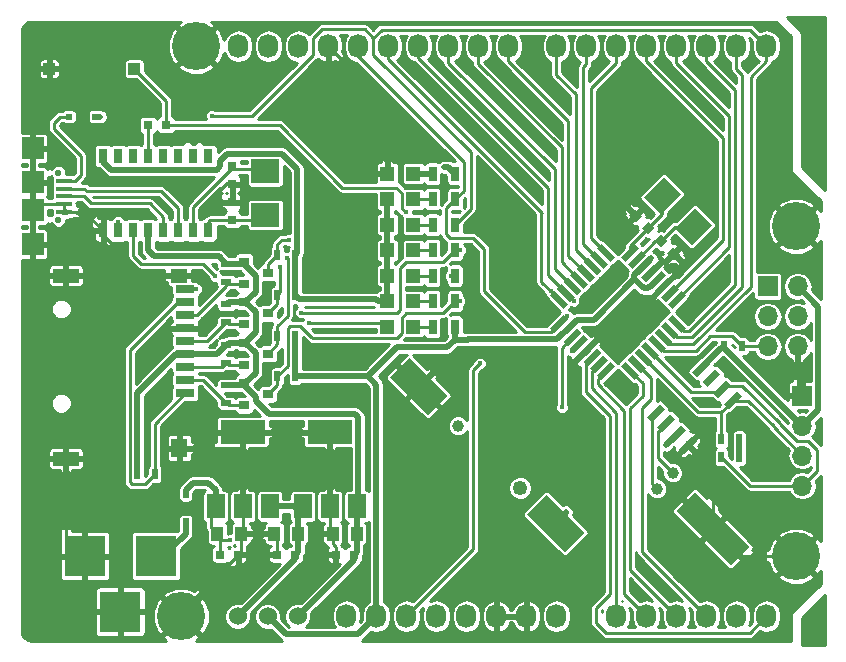
<source format=gtl>
G04 #@! TF.FileFunction,Copper,L1,Top,Signal*
%FSLAX46Y46*%
G04 Gerber Fmt 4.6, Leading zero omitted, Abs format (unit mm)*
G04 Created by KiCad (PCBNEW 4.0.7) date 04/25/18 19:10:17*
%MOMM*%
%LPD*%
G01*
G04 APERTURE LIST*
%ADD10C,0.100000*%
%ADD11R,3.500000X3.500000*%
%ADD12R,3.800000X2.000000*%
%ADD13R,1.500000X2.000000*%
%ADD14R,0.800000X1.300000*%
%ADD15R,0.500000X0.500000*%
%ADD16R,0.900000X0.800000*%
%ADD17R,1.200000X1.200000*%
%ADD18R,0.900000X0.500000*%
%ADD19C,1.000000*%
%ADD20C,1.250000*%
%ADD21R,2.400000X2.000000*%
%ADD22R,1.700000X1.700000*%
%ADD23O,1.700000X1.700000*%
%ADD24R,2.200000X1.200000*%
%ADD25R,1.400000X1.600000*%
%ADD26R,1.400000X1.200000*%
%ADD27R,1.600000X0.700000*%
%ADD28C,4.064000*%
%ADD29O,1.727200X2.032000*%
%ADD30C,0.550000*%
%ADD31R,1.900000X1.900000*%
%ADD32R,1.350000X0.400000*%
%ADD33R,1.000000X1.250000*%
%ADD34R,0.800000X0.750000*%
%ADD35R,0.750000X0.800000*%
%ADD36R,1.000000X1.000000*%
%ADD37C,1.524000*%
%ADD38R,0.500000X0.900000*%
%ADD39R,0.700000X1.300000*%
%ADD40C,0.400000*%
%ADD41C,0.254000*%
%ADD42C,0.508000*%
G04 APERTURE END LIST*
D10*
D11*
X122809000Y-118745000D03*
X116809000Y-118745000D03*
X119809000Y-123445000D03*
D10*
G36*
X167281334Y-96258555D02*
X167670243Y-96647464D01*
X166538872Y-97778835D01*
X166149963Y-97389926D01*
X167281334Y-96258555D01*
X167281334Y-96258555D01*
G37*
G36*
X166715648Y-95692870D02*
X167104557Y-96081779D01*
X165973186Y-97213150D01*
X165584277Y-96824241D01*
X166715648Y-95692870D01*
X166715648Y-95692870D01*
G37*
G36*
X166149963Y-95127184D02*
X166538872Y-95516093D01*
X165407501Y-96647464D01*
X165018592Y-96258555D01*
X166149963Y-95127184D01*
X166149963Y-95127184D01*
G37*
G36*
X165584278Y-94561499D02*
X165973187Y-94950408D01*
X164841816Y-96081779D01*
X164452907Y-95692870D01*
X165584278Y-94561499D01*
X165584278Y-94561499D01*
G37*
G36*
X165018592Y-93995813D02*
X165407501Y-94384722D01*
X164276130Y-95516093D01*
X163887221Y-95127184D01*
X165018592Y-93995813D01*
X165018592Y-93995813D01*
G37*
G36*
X164452907Y-93430128D02*
X164841816Y-93819037D01*
X163710445Y-94950408D01*
X163321536Y-94561499D01*
X164452907Y-93430128D01*
X164452907Y-93430128D01*
G37*
G36*
X163887221Y-92864443D02*
X164276130Y-93253352D01*
X163144759Y-94384723D01*
X162755850Y-93995814D01*
X163887221Y-92864443D01*
X163887221Y-92864443D01*
G37*
G36*
X163321536Y-92298757D02*
X163710445Y-92687666D01*
X162579074Y-93819037D01*
X162190165Y-93430128D01*
X163321536Y-92298757D01*
X163321536Y-92298757D01*
G37*
G36*
X160139555Y-92687666D02*
X160528464Y-92298757D01*
X161659835Y-93430128D01*
X161270926Y-93819037D01*
X160139555Y-92687666D01*
X160139555Y-92687666D01*
G37*
G36*
X159573870Y-93253352D02*
X159962779Y-92864443D01*
X161094150Y-93995814D01*
X160705241Y-94384723D01*
X159573870Y-93253352D01*
X159573870Y-93253352D01*
G37*
G36*
X159008184Y-93819037D02*
X159397093Y-93430128D01*
X160528464Y-94561499D01*
X160139555Y-94950408D01*
X159008184Y-93819037D01*
X159008184Y-93819037D01*
G37*
G36*
X158442499Y-94384722D02*
X158831408Y-93995813D01*
X159962779Y-95127184D01*
X159573870Y-95516093D01*
X158442499Y-94384722D01*
X158442499Y-94384722D01*
G37*
G36*
X157876813Y-94950408D02*
X158265722Y-94561499D01*
X159397093Y-95692870D01*
X159008184Y-96081779D01*
X157876813Y-94950408D01*
X157876813Y-94950408D01*
G37*
G36*
X157311128Y-95516093D02*
X157700037Y-95127184D01*
X158831408Y-96258555D01*
X158442499Y-96647464D01*
X157311128Y-95516093D01*
X157311128Y-95516093D01*
G37*
G36*
X156745443Y-96081779D02*
X157134352Y-95692870D01*
X158265723Y-96824241D01*
X157876814Y-97213150D01*
X156745443Y-96081779D01*
X156745443Y-96081779D01*
G37*
G36*
X156179757Y-96647464D02*
X156568666Y-96258555D01*
X157700037Y-97389926D01*
X157311128Y-97778835D01*
X156179757Y-96647464D01*
X156179757Y-96647464D01*
G37*
G36*
X157311128Y-98309165D02*
X157700037Y-98698074D01*
X156568666Y-99829445D01*
X156179757Y-99440536D01*
X157311128Y-98309165D01*
X157311128Y-98309165D01*
G37*
G36*
X157876814Y-98874850D02*
X158265723Y-99263759D01*
X157134352Y-100395130D01*
X156745443Y-100006221D01*
X157876814Y-98874850D01*
X157876814Y-98874850D01*
G37*
G36*
X158442499Y-99440536D02*
X158831408Y-99829445D01*
X157700037Y-100960816D01*
X157311128Y-100571907D01*
X158442499Y-99440536D01*
X158442499Y-99440536D01*
G37*
G36*
X159008184Y-100006221D02*
X159397093Y-100395130D01*
X158265722Y-101526501D01*
X157876813Y-101137592D01*
X159008184Y-100006221D01*
X159008184Y-100006221D01*
G37*
G36*
X159573870Y-100571907D02*
X159962779Y-100960816D01*
X158831408Y-102092187D01*
X158442499Y-101703278D01*
X159573870Y-100571907D01*
X159573870Y-100571907D01*
G37*
G36*
X160139555Y-101137592D02*
X160528464Y-101526501D01*
X159397093Y-102657872D01*
X159008184Y-102268963D01*
X160139555Y-101137592D01*
X160139555Y-101137592D01*
G37*
G36*
X160705241Y-101703277D02*
X161094150Y-102092186D01*
X159962779Y-103223557D01*
X159573870Y-102834648D01*
X160705241Y-101703277D01*
X160705241Y-101703277D01*
G37*
G36*
X161270926Y-102268963D02*
X161659835Y-102657872D01*
X160528464Y-103789243D01*
X160139555Y-103400334D01*
X161270926Y-102268963D01*
X161270926Y-102268963D01*
G37*
G36*
X162190165Y-102657872D02*
X162579074Y-102268963D01*
X163710445Y-103400334D01*
X163321536Y-103789243D01*
X162190165Y-102657872D01*
X162190165Y-102657872D01*
G37*
G36*
X162755850Y-102092186D02*
X163144759Y-101703277D01*
X164276130Y-102834648D01*
X163887221Y-103223557D01*
X162755850Y-102092186D01*
X162755850Y-102092186D01*
G37*
G36*
X163321536Y-101526501D02*
X163710445Y-101137592D01*
X164841816Y-102268963D01*
X164452907Y-102657872D01*
X163321536Y-101526501D01*
X163321536Y-101526501D01*
G37*
G36*
X163887221Y-100960816D02*
X164276130Y-100571907D01*
X165407501Y-101703278D01*
X165018592Y-102092187D01*
X163887221Y-100960816D01*
X163887221Y-100960816D01*
G37*
G36*
X164452907Y-100395130D02*
X164841816Y-100006221D01*
X165973187Y-101137592D01*
X165584278Y-101526501D01*
X164452907Y-100395130D01*
X164452907Y-100395130D01*
G37*
G36*
X165018592Y-99829445D02*
X165407501Y-99440536D01*
X166538872Y-100571907D01*
X166149963Y-100960816D01*
X165018592Y-99829445D01*
X165018592Y-99829445D01*
G37*
G36*
X165584277Y-99263759D02*
X165973186Y-98874850D01*
X167104557Y-100006221D01*
X166715648Y-100395130D01*
X165584277Y-99263759D01*
X165584277Y-99263759D01*
G37*
G36*
X166149963Y-98698074D02*
X166538872Y-98309165D01*
X167670243Y-99440536D01*
X167281334Y-99829445D01*
X166149963Y-98698074D01*
X166149963Y-98698074D01*
G37*
D12*
X137541000Y-108229000D03*
D13*
X137541000Y-114529000D03*
X139841000Y-114529000D03*
X135241000Y-114529000D03*
D12*
X130175000Y-108229000D03*
D13*
X130175000Y-114529000D03*
X132475000Y-114529000D03*
X127875000Y-114529000D03*
D14*
X118359000Y-91161000D03*
X119639000Y-91161000D03*
X120899000Y-91161000D03*
X122169000Y-91161000D03*
X123449000Y-91161000D03*
X124719000Y-91161000D03*
X125979000Y-91161000D03*
X127259000Y-91161000D03*
X127259000Y-84861000D03*
X125979000Y-84861000D03*
X124719000Y-84861000D03*
X123449000Y-84861000D03*
X122169000Y-84861000D03*
X120899000Y-84861000D03*
X119639000Y-84861000D03*
X118359000Y-84861000D03*
D15*
X117686000Y-81534000D03*
X115486000Y-81534000D03*
D16*
X130318000Y-104079000D03*
X130318000Y-105979000D03*
X132318000Y-105029000D03*
X130318000Y-100650000D03*
X130318000Y-102550000D03*
X132318000Y-101600000D03*
X130318000Y-97221000D03*
X130318000Y-99121000D03*
X132318000Y-98171000D03*
X130318000Y-93792000D03*
X130318000Y-95692000D03*
X132318000Y-94742000D03*
D17*
X144610000Y-86360000D03*
X142410000Y-86360000D03*
D10*
G36*
X164141217Y-88368273D02*
X165838273Y-86671217D01*
X167252487Y-88085431D01*
X165555431Y-89782487D01*
X164141217Y-88368273D01*
X164141217Y-88368273D01*
G37*
G36*
X166757513Y-90984569D02*
X168454569Y-89287513D01*
X169868783Y-90701727D01*
X168171727Y-92398783D01*
X166757513Y-90984569D01*
X166757513Y-90984569D01*
G37*
D18*
X128778000Y-93992000D03*
X128778000Y-95492000D03*
D19*
X165227000Y-113030000D03*
X166570503Y-111686497D03*
D10*
G36*
X171484895Y-119500027D02*
X166888701Y-114903833D01*
X168444335Y-113348199D01*
X173040529Y-117944393D01*
X171484895Y-119500027D01*
X171484895Y-119500027D01*
G37*
D15*
X125349000Y-113581000D03*
X125349000Y-115781000D03*
D20*
X153674347Y-112967347D03*
D10*
G36*
X157457368Y-118376714D02*
X154275388Y-115194734D01*
X155901734Y-113568388D01*
X159083714Y-116750368D01*
X157457368Y-118376714D01*
X157457368Y-118376714D01*
G37*
G36*
X145860817Y-106780163D02*
X142678837Y-103598183D01*
X144305183Y-101971837D01*
X147487163Y-105153817D01*
X145860817Y-106780163D01*
X145860817Y-106780163D01*
G37*
D19*
X148406402Y-107699402D03*
D21*
X132080000Y-86161000D03*
X132080000Y-89861000D03*
D17*
X144610000Y-99314000D03*
X142410000Y-99314000D03*
X142410000Y-97155000D03*
X144610000Y-97155000D03*
X142410000Y-94996000D03*
X144610000Y-94996000D03*
X142410000Y-92837000D03*
X144610000Y-92837000D03*
X142410000Y-88519000D03*
X144610000Y-88519000D03*
X142410000Y-90678000D03*
X144610000Y-90678000D03*
D22*
X174625000Y-95885000D03*
D23*
X177165000Y-95885000D03*
X174625000Y-98425000D03*
X177165000Y-98425000D03*
X174625000Y-100965000D03*
X177165000Y-100965000D03*
D24*
X115208000Y-110493000D03*
X115208000Y-94993000D03*
D25*
X124808000Y-109593000D03*
D26*
X124808000Y-94993000D03*
D27*
X125308000Y-96143000D03*
X125308000Y-98343000D03*
X125308000Y-97243000D03*
X125308000Y-99443000D03*
X125308000Y-100543000D03*
X125308000Y-101643000D03*
X125308000Y-104943000D03*
X125308000Y-103843000D03*
X125308000Y-102743000D03*
D10*
G36*
X164809897Y-107367290D02*
X164385633Y-106943026D01*
X165481649Y-105847010D01*
X165905913Y-106271274D01*
X164809897Y-107367290D01*
X164809897Y-107367290D01*
G37*
G36*
X165707923Y-108265316D02*
X165283659Y-107841052D01*
X166379675Y-106745036D01*
X166803939Y-107169300D01*
X165707923Y-108265316D01*
X165707923Y-108265316D01*
G37*
G36*
X166605948Y-109163341D02*
X166181684Y-108739077D01*
X167277700Y-107643061D01*
X167701964Y-108067325D01*
X166605948Y-109163341D01*
X166605948Y-109163341D01*
G37*
G36*
X167503974Y-110061367D02*
X167079710Y-109637103D01*
X168175726Y-108541087D01*
X168599990Y-108965351D01*
X167503974Y-110061367D01*
X167503974Y-110061367D01*
G37*
G36*
X171322351Y-106242990D02*
X170898087Y-105818726D01*
X171994103Y-104722710D01*
X172418367Y-105146974D01*
X171322351Y-106242990D01*
X171322351Y-106242990D01*
G37*
G36*
X170424325Y-105344964D02*
X170000061Y-104920700D01*
X171096077Y-103824684D01*
X171520341Y-104248948D01*
X170424325Y-105344964D01*
X170424325Y-105344964D01*
G37*
G36*
X169526300Y-104446939D02*
X169102036Y-104022675D01*
X170198052Y-102926659D01*
X170622316Y-103350923D01*
X169526300Y-104446939D01*
X169526300Y-104446939D01*
G37*
G36*
X168628274Y-103548913D02*
X168204010Y-103124649D01*
X169300026Y-102028633D01*
X169724290Y-102452897D01*
X168628274Y-103548913D01*
X168628274Y-103548913D01*
G37*
D22*
X177546000Y-105156000D03*
D23*
X177546000Y-107696000D03*
X177546000Y-110236000D03*
X177546000Y-112776000D03*
D28*
X177038000Y-90805000D03*
X177038000Y-118745000D03*
X124968000Y-123825000D03*
X126238000Y-75565000D03*
D29*
X138938000Y-123825000D03*
X141478000Y-123825000D03*
X144018000Y-123825000D03*
X146558000Y-123825000D03*
X149098000Y-123825000D03*
X151638000Y-123825000D03*
X154178000Y-123825000D03*
X156718000Y-123825000D03*
X161798000Y-123825000D03*
X164338000Y-123825000D03*
X166878000Y-123825000D03*
X169418000Y-123825000D03*
X171958000Y-123825000D03*
X174498000Y-123825000D03*
X156718000Y-75565000D03*
X159258000Y-75565000D03*
X161798000Y-75565000D03*
X164338000Y-75565000D03*
X166878000Y-75565000D03*
X169418000Y-75565000D03*
X171958000Y-75565000D03*
X174498000Y-75565000D03*
X129794000Y-75565000D03*
X132334000Y-75565000D03*
X134874000Y-75565000D03*
X137414000Y-75565000D03*
X139954000Y-75565000D03*
X142494000Y-75565000D03*
X145034000Y-75565000D03*
X147574000Y-75565000D03*
X150114000Y-75565000D03*
X152654000Y-75565000D03*
D30*
X114562000Y-86265000D03*
D31*
X112387000Y-92315000D03*
X112387000Y-87065000D03*
X112387000Y-89465000D03*
X112387000Y-84215000D03*
D32*
X115062000Y-89565000D03*
X115062000Y-86965000D03*
X115062000Y-87615000D03*
X115062000Y-88915000D03*
X115062000Y-88265000D03*
D30*
X114562000Y-90265000D03*
D33*
X128032000Y-116840000D03*
X130032000Y-116840000D03*
D34*
X129782000Y-118618000D03*
X128282000Y-118618000D03*
D35*
X129286000Y-87237000D03*
X129286000Y-85737000D03*
X129286000Y-88785000D03*
X129286000Y-90285000D03*
D33*
X134858000Y-116840000D03*
X132858000Y-116840000D03*
D34*
X133108000Y-118618000D03*
X134608000Y-118618000D03*
D10*
G36*
X163974678Y-89911348D02*
X163444348Y-90441678D01*
X162878662Y-89875992D01*
X163408992Y-89345662D01*
X163974678Y-89911348D01*
X163974678Y-89911348D01*
G37*
G36*
X165035338Y-90972008D02*
X164505008Y-91502338D01*
X163939322Y-90936652D01*
X164469652Y-90406322D01*
X165035338Y-90972008D01*
X165035338Y-90972008D01*
G37*
D34*
X122186000Y-82232500D03*
X123686000Y-82232500D03*
X138061000Y-118618000D03*
X139561000Y-118618000D03*
D36*
X120992000Y-77470000D03*
X113792000Y-77470000D03*
D37*
X132283000Y-123825000D03*
X134823000Y-123825000D03*
X129743000Y-123825000D03*
D38*
X122734000Y-111824000D03*
X121234000Y-111824000D03*
X172454000Y-100965000D03*
X170954000Y-100965000D03*
X170700000Y-108839000D03*
X172200000Y-108839000D03*
X170700000Y-110363000D03*
X172200000Y-110363000D03*
D18*
X128778000Y-104279000D03*
X128778000Y-105779000D03*
X128778000Y-100850000D03*
X128778000Y-102350000D03*
D39*
X146243000Y-94996000D03*
X148143000Y-94996000D03*
D18*
X128778000Y-97421000D03*
X128778000Y-98921000D03*
D38*
X134608000Y-103505000D03*
X133108000Y-103505000D03*
X134608000Y-100076000D03*
X133108000Y-100076000D03*
X134608000Y-96647000D03*
X133108000Y-96647000D03*
X134608000Y-93218000D03*
X133108000Y-93218000D03*
D10*
G36*
X166098322Y-93095652D02*
X166628652Y-92565322D01*
X167194338Y-93131008D01*
X166664008Y-93661338D01*
X166098322Y-93095652D01*
X166098322Y-93095652D01*
G37*
G36*
X165037662Y-92034992D02*
X165567992Y-91504662D01*
X166133678Y-92070348D01*
X165603348Y-92600678D01*
X165037662Y-92034992D01*
X165037662Y-92034992D01*
G37*
D33*
X139811000Y-116840000D03*
X137811000Y-116840000D03*
D39*
X148143000Y-99314000D03*
X146243000Y-99314000D03*
X146243000Y-97155000D03*
X148143000Y-97155000D03*
X146243000Y-92837000D03*
X148143000Y-92837000D03*
X146243000Y-90678000D03*
X148143000Y-90678000D03*
X146243000Y-88519000D03*
X148143000Y-88519000D03*
X146243000Y-86360000D03*
X148143000Y-86360000D03*
D40*
X150241000Y-102425500D03*
X147764000Y-94996000D03*
X144032700Y-89598500D03*
X118110000Y-81534000D03*
X128905000Y-87249000D03*
X167005000Y-89408000D03*
X124396500Y-99441000D03*
X129058400Y-117396500D03*
X158052000Y-101346000D03*
X127847000Y-95004400D03*
X135072000Y-98110900D03*
X148590000Y-92837000D03*
X119634000Y-90424000D03*
X127551100Y-81480700D03*
X157607000Y-98425000D03*
X133346000Y-94256300D03*
X148526000Y-97155000D03*
X156274000Y-96329500D03*
X134046800Y-91950900D03*
X158179600Y-97127000D03*
X133896000Y-93468300D03*
X165989000Y-109347000D03*
X157544000Y-114998000D03*
X135799200Y-98998900D03*
X126238000Y-96139000D03*
X172200000Y-109601000D03*
X143236100Y-101040000D03*
X141605000Y-97155000D03*
X164719000Y-93535500D03*
X147193000Y-85804800D03*
X157190700Y-106150500D03*
D41*
X149678500Y-102988000D02*
X150241000Y-102425500D01*
X149678500Y-104993900D02*
X149678500Y-102988000D01*
X148143000Y-94996000D02*
X147764000Y-94996000D01*
X174625000Y-100965000D02*
X172454000Y-100965000D01*
X123686000Y-80164000D02*
X120992000Y-77470000D01*
X123686000Y-82232500D02*
X123686000Y-80164000D01*
X133292800Y-82232500D02*
X123686000Y-82232500D01*
X138597900Y-87537600D02*
X133292800Y-82232500D01*
X143189200Y-87537600D02*
X138597900Y-87537600D01*
X143628600Y-87977000D02*
X143189200Y-87537600D01*
X143628600Y-89295500D02*
X143628600Y-87977000D01*
X143931600Y-89598500D02*
X143628600Y-89295500D01*
X144032700Y-89598500D02*
X143931600Y-89598500D01*
X149678500Y-118164500D02*
X144018000Y-123825000D01*
X149678500Y-104993900D02*
X149678500Y-118164500D01*
X171623000Y-100134000D02*
X172454000Y-100965000D01*
X169766500Y-100134000D02*
X171623000Y-100134000D01*
X168601100Y-101298400D02*
X169766500Y-100134000D01*
X168599600Y-101298400D02*
X168601100Y-101298400D01*
X168542000Y-101356000D02*
X168599600Y-101298400D01*
X165802600Y-101356000D02*
X168542000Y-101356000D01*
X165213000Y-100766400D02*
X165802600Y-101356000D01*
D42*
X117686000Y-81534000D02*
X118110000Y-81534000D01*
X134608000Y-118960000D02*
X134608000Y-118618000D01*
X129743000Y-123825000D02*
X134608000Y-118960000D01*
X134858000Y-118368000D02*
X134608000Y-118618000D01*
X134858000Y-116840000D02*
X134858000Y-118368000D01*
X134475000Y-114529000D02*
X134858000Y-114912000D01*
X132475000Y-114529000D02*
X134475000Y-114529000D01*
X135241000Y-114529000D02*
X134858000Y-114912000D01*
X134858000Y-114912000D02*
X134858000Y-116840000D01*
D41*
X128905000Y-87249000D02*
X128778000Y-87249000D01*
X128536000Y-88785000D02*
X129286000Y-88785000D01*
X128270000Y-88519000D02*
X128536000Y-88785000D01*
X128270000Y-87757000D02*
X128270000Y-88519000D01*
X128778000Y-87249000D02*
X128270000Y-87757000D01*
X129286000Y-87237000D02*
X128917000Y-87237000D01*
X128917000Y-87237000D02*
X128905000Y-87249000D01*
X125308000Y-99443000D02*
X124398500Y-99443000D01*
X124398500Y-99443000D02*
X124396500Y-99441000D01*
X159202639Y-101332047D02*
X159144953Y-101332047D01*
X159144953Y-101332047D02*
X158178500Y-102298500D01*
X158178500Y-102298500D02*
X158178500Y-107442000D01*
X158178500Y-107442000D02*
X157607000Y-108013500D01*
X157607000Y-108013500D02*
X155829000Y-108013500D01*
X155829000Y-108013500D02*
X152654000Y-104838500D01*
X152654000Y-104838500D02*
X152654000Y-102806500D01*
X152654000Y-102806500D02*
X151384000Y-101536500D01*
X151384000Y-101536500D02*
X147922500Y-101536500D01*
X147922500Y-101536500D02*
X145083000Y-104376000D01*
X163426670Y-89893670D02*
X162369500Y-88836500D01*
X163385500Y-87884000D02*
X164000700Y-87884000D01*
X162433000Y-88836500D02*
X163385500Y-87884000D01*
X162369500Y-88836500D02*
X162433000Y-88836500D01*
X170276800Y-91275100D02*
X170217900Y-91275100D01*
X170217900Y-91275100D02*
X167386000Y-94107000D01*
X164647361Y-94755953D02*
X164647361Y-94750139D01*
X164647361Y-94750139D02*
X165735000Y-93662500D01*
X165735000Y-93662500D02*
X166097160Y-93662500D01*
X166097160Y-93662500D02*
X166646330Y-93113330D01*
X165778732Y-95887324D02*
X165796176Y-95887324D01*
X165796176Y-95887324D02*
X167386000Y-94297500D01*
X167386000Y-94297500D02*
X167386000Y-94107000D01*
X167386000Y-94107000D02*
X167386000Y-93853000D01*
X167386000Y-93853000D02*
X166646330Y-93113330D01*
X137541000Y-116570000D02*
X137811000Y-116840000D01*
X137541000Y-114529000D02*
X137541000Y-116570000D01*
X137541000Y-108229000D02*
X137541000Y-114529000D01*
X137541000Y-108229000D02*
X130175000Y-108229000D01*
X130175000Y-116697000D02*
X130032000Y-116840000D01*
X133108000Y-117090000D02*
X132858000Y-116840000D01*
X133108000Y-118618000D02*
X133108000Y-117090000D01*
X130318000Y-116840000D02*
X130175000Y-116697000D01*
X132858000Y-116840000D02*
X130318000Y-116840000D01*
X130175000Y-116697000D02*
X130175000Y-114529000D01*
X112387000Y-84215000D02*
X112387000Y-87065000D01*
X177165000Y-104775000D02*
X177165000Y-100965000D01*
X177546000Y-105156000D02*
X177165000Y-104775000D01*
X115208000Y-117144000D02*
X115208000Y-110493000D01*
X116809000Y-118745000D02*
X115208000Y-117144000D01*
X115065000Y-94993000D02*
X115208000Y-94993000D01*
X151638000Y-123825000D02*
X154178000Y-123825000D01*
X130175000Y-109593000D02*
X124808000Y-109593000D01*
X112387000Y-88915000D02*
X115062000Y-88915000D01*
X142410000Y-80561000D02*
X137414000Y-75565000D01*
X142410000Y-86360000D02*
X142410000Y-80561000D01*
X112387000Y-87065000D02*
X112387000Y-88915000D01*
X130175000Y-114529000D02*
X130175000Y-109593000D01*
X130175000Y-109593000D02*
X130175000Y-108229000D01*
X112387000Y-88915000D02*
X112387000Y-89465000D01*
X115062000Y-88915000D02*
X115062000Y-89565000D01*
X116763000Y-89565000D02*
X118359000Y-91161000D01*
X115062000Y-89565000D02*
X116763000Y-89565000D01*
X130032000Y-118368000D02*
X129782000Y-118618000D01*
X130032000Y-116840000D02*
X130032000Y-118368000D01*
X138061000Y-117993000D02*
X138061000Y-118618000D01*
X137811000Y-117743000D02*
X138061000Y-117993000D01*
X137811000Y-116840000D02*
X137811000Y-117743000D01*
X159202800Y-101332200D02*
X159202600Y-101332000D01*
X162092700Y-99573300D02*
X165778700Y-95887300D01*
X160961700Y-99573300D02*
X162092700Y-99573300D01*
X159202800Y-101332200D02*
X160961700Y-99573300D01*
X172285500Y-118745000D02*
X169964600Y-116424100D01*
X177038000Y-118745000D02*
X172285500Y-118745000D01*
X169964600Y-111425900D02*
X169964600Y-116424100D01*
X167839900Y-109301200D02*
X169964600Y-111425900D01*
X129782000Y-118631000D02*
X124968000Y-123445000D01*
X129782000Y-118618000D02*
X129782000Y-118631000D01*
X124968000Y-123445000D02*
X124968000Y-123825000D01*
X170276800Y-90505700D02*
X170276800Y-91275100D01*
X166048700Y-86277600D02*
X170276800Y-90505700D01*
X165607100Y-86277600D02*
X166048700Y-86277600D01*
X164000700Y-87884000D02*
X165607100Y-86277600D01*
X112387000Y-92315000D02*
X112387000Y-89465000D01*
X118359000Y-91506000D02*
X118359000Y-91161000D01*
X121846000Y-94993000D02*
X118359000Y-91506000D01*
X124808000Y-94993000D02*
X121846000Y-94993000D01*
D42*
X125349000Y-113581000D02*
X125349000Y-113157000D01*
X127875000Y-113143000D02*
X127875000Y-114529000D01*
X127254000Y-112522000D02*
X127875000Y-113143000D01*
X125984000Y-112522000D02*
X127254000Y-112522000D01*
X125349000Y-113157000D02*
X125984000Y-112522000D01*
X127773000Y-114427000D02*
X127875000Y-114529000D01*
D41*
X128282000Y-117396500D02*
X129058400Y-117396500D01*
X127469000Y-116277000D02*
X127469000Y-114935000D01*
X128032000Y-116840000D02*
X127469000Y-116277000D01*
X127875000Y-114529000D02*
X127469000Y-114935000D01*
X128282000Y-118618000D02*
X128282000Y-117396500D01*
X128282000Y-117090000D02*
X128032000Y-116840000D01*
X128282000Y-117396500D02*
X128282000Y-117090000D01*
X159708000Y-103090400D02*
X159708000Y-104526500D01*
X161798000Y-106616500D02*
X161798000Y-123825000D01*
X159708000Y-104526500D02*
X161798000Y-106616500D01*
X161861500Y-123761500D02*
X161798000Y-123825000D01*
X159708000Y-103090400D02*
X160334000Y-102463400D01*
X160216002Y-103712796D02*
X160216002Y-104199704D01*
X162433000Y-106416702D02*
X162433000Y-121920000D01*
X160216002Y-104199704D02*
X162433000Y-106416702D01*
X160899695Y-103029103D02*
X160216002Y-103712796D01*
X162433000Y-121920000D02*
X164338000Y-123825000D01*
X162950305Y-103029103D02*
X164020500Y-104099298D01*
X164020500Y-105156000D02*
X162950300Y-106226200D01*
X164020500Y-104099298D02*
X164020500Y-105156000D01*
X162950300Y-119897300D02*
X166878000Y-123825000D01*
X162950300Y-106226200D02*
X162950300Y-119897300D01*
X163515990Y-102463417D02*
X164719000Y-103666427D01*
X164719000Y-105473500D02*
X163965500Y-106227000D01*
X164719000Y-103666427D02*
X164719000Y-105473500D01*
X163965500Y-118372500D02*
X163965500Y-106227000D01*
X169418000Y-123825000D02*
X163965500Y-118372500D01*
X158630600Y-100766400D02*
X158637000Y-100766400D01*
X158052000Y-101346000D02*
X158630600Y-100766400D01*
X168707600Y-106523600D02*
X170700000Y-106523600D01*
X164081700Y-101897700D02*
X168707600Y-106523600D01*
X170700000Y-106523600D02*
X170700000Y-108839000D01*
X171658300Y-105483000D02*
X171658300Y-105565300D01*
X171658200Y-105482900D02*
X171658300Y-105483000D01*
X171658300Y-105565300D02*
X170700000Y-106523600D01*
X172989200Y-105565300D02*
X171658300Y-105565300D01*
X175156200Y-107732300D02*
X172989200Y-105565300D01*
X175156200Y-107846200D02*
X175156200Y-107732300D01*
X177546000Y-110236000D02*
X175156200Y-107846200D01*
X173113000Y-112776000D02*
X170700000Y-110363000D01*
X177546000Y-112776000D02*
X173113000Y-112776000D01*
X171050000Y-104295000D02*
X170760200Y-104584800D01*
X172477800Y-104295000D02*
X171050000Y-104295000D01*
X175664500Y-107481700D02*
X172477800Y-104295000D01*
X175664500Y-107555500D02*
X175664500Y-107481700D01*
X177075000Y-108966000D02*
X175664500Y-107555500D01*
X178019000Y-108966000D02*
X177075000Y-108966000D01*
X178802000Y-109749000D02*
X178019000Y-108966000D01*
X178802000Y-111520000D02*
X178802000Y-109749000D01*
X177546000Y-112776000D02*
X178802000Y-111520000D01*
X170516700Y-104828300D02*
X170760200Y-104584800D01*
X168143700Y-104828300D02*
X170516700Y-104828300D01*
X164647400Y-101332000D02*
X168143700Y-104828300D01*
X150114000Y-75565000D02*
X150114000Y-77089000D01*
X150114000Y-77089000D02*
X157162500Y-84137500D01*
X158636953Y-95321639D02*
X157162500Y-93847186D01*
X157162500Y-93847186D02*
X157162500Y-84137500D01*
X152654000Y-75565000D02*
X152654000Y-76835000D01*
X152654000Y-76835000D02*
X157734000Y-81915000D01*
X159202639Y-94755953D02*
X157734000Y-93287314D01*
X157734000Y-93287314D02*
X157734000Y-81915000D01*
X159768324Y-94190268D02*
X158369000Y-92790944D01*
X158369000Y-92790944D02*
X158369000Y-79629000D01*
X158369000Y-79629000D02*
X156718000Y-77978000D01*
X156718000Y-75565000D02*
X156718000Y-77978000D01*
X156718000Y-77978000D02*
X158369000Y-79629000D01*
X160334010Y-93624583D02*
X159004000Y-92294573D01*
X159004000Y-77343000D02*
X159258000Y-77089000D01*
X159004000Y-92294573D02*
X159004000Y-77343000D01*
X159258000Y-75565000D02*
X159258000Y-77089000D01*
X159737000Y-76044000D02*
X159258000Y-75565000D01*
X160899695Y-93058897D02*
X159639000Y-91798202D01*
X159639000Y-79121000D02*
X160899700Y-77860300D01*
X159639000Y-91798202D02*
X159639000Y-79121000D01*
X161798000Y-75565000D02*
X161798000Y-76962000D01*
X161798000Y-76962000D02*
X160899700Y-77860300D01*
X164338000Y-75565000D02*
X164338000Y-76835000D01*
X170815000Y-83312000D02*
X170858700Y-83312000D01*
X170858700Y-83355700D02*
X170815000Y-83312000D01*
X164338000Y-76835000D02*
X170858700Y-83355700D01*
X170858700Y-91938700D02*
X170858700Y-83312000D01*
X166344400Y-96453000D02*
X170858700Y-91938700D01*
X166910103Y-97018695D02*
X171366702Y-92562096D01*
X166878000Y-76962000D02*
X171196000Y-81280000D01*
X166878000Y-76962000D02*
X166878000Y-75565000D01*
X171366702Y-81450702D02*
X171196000Y-81280000D01*
X171366702Y-92562096D02*
X171366702Y-81450702D01*
X169418000Y-75565000D02*
X169418000Y-76835000D01*
X169418000Y-76835000D02*
X171885800Y-79302800D01*
X166910103Y-99069305D02*
X166910103Y-99092103D01*
X166910103Y-99092103D02*
X167513000Y-99695000D01*
X167513000Y-99695000D02*
X167957500Y-99695000D01*
X167957500Y-99695000D02*
X171885800Y-95766700D01*
X171885800Y-95766700D02*
X171885800Y-94093600D01*
X171885800Y-79302800D02*
X171885800Y-94093600D01*
X121568724Y-93997300D02*
X123352000Y-93997300D01*
X126840000Y-93997300D02*
X123352000Y-93997300D01*
X127847000Y-95004400D02*
X126840000Y-93997300D01*
X135138000Y-98176400D02*
X135072000Y-98110900D01*
X143192000Y-98176400D02*
X135138000Y-98176400D01*
X143510000Y-97858700D02*
X143192000Y-98176400D01*
X143510000Y-94313500D02*
X143510000Y-97858700D01*
X143955000Y-93868400D02*
X143510000Y-94313500D01*
X147112000Y-93868400D02*
X143955000Y-93868400D01*
X148143000Y-92837000D02*
X147112000Y-93868400D01*
X120899000Y-91161000D02*
X120899000Y-93327576D01*
X120899000Y-93327576D02*
X121568724Y-93997300D01*
X171958000Y-75565000D02*
X171958000Y-77470000D01*
X171958000Y-77470000D02*
X172453500Y-77965500D01*
X167450400Y-100217800D02*
X168176776Y-100217800D01*
X172453500Y-95941076D02*
X172453500Y-95214700D01*
X168176776Y-100217800D02*
X172453500Y-95941076D01*
X172453500Y-95214700D02*
X172453500Y-77965500D01*
X166927200Y-100217800D02*
X167450400Y-100217800D01*
X166344400Y-99635000D02*
X166927200Y-100217800D01*
X148143000Y-92837000D02*
X148590000Y-92837000D01*
X120899000Y-91544600D02*
X120899000Y-91161000D01*
X172453500Y-76060500D02*
X171958000Y-75565000D01*
X174498000Y-75565000D02*
X173100600Y-74167600D01*
X173100600Y-74167600D02*
X172485000Y-74167600D01*
X174498000Y-75565000D02*
X174498000Y-76835000D01*
X174498000Y-76835000D02*
X173203000Y-78130000D01*
X119639000Y-91161000D02*
X119639000Y-90429000D01*
X119639000Y-90429000D02*
X119634000Y-90424000D01*
X167643900Y-100778400D02*
X168334600Y-100778400D01*
X165778700Y-100200700D02*
X166368100Y-100790100D01*
X166368100Y-100790100D02*
X167632200Y-100790100D01*
X167632200Y-100790100D02*
X167643900Y-100778400D01*
X173203000Y-95219300D02*
X173203000Y-78130000D01*
X168334600Y-100778400D02*
X173203000Y-95910000D01*
X173203000Y-95910000D02*
X173203000Y-95219300D01*
X174498000Y-75565000D02*
X174190000Y-75873000D01*
X130947500Y-81480700D02*
X127551100Y-81480700D01*
X136144000Y-76284200D02*
X130947500Y-81480700D01*
X136144000Y-74847400D02*
X136144000Y-76284200D01*
X136861100Y-74130300D02*
X136144000Y-74847400D01*
X140482700Y-74130300D02*
X136861100Y-74130300D01*
X141224000Y-74871600D02*
X140482700Y-74130300D01*
X141928000Y-74167600D02*
X141224000Y-74871600D01*
X172485000Y-74167600D02*
X141928000Y-74167600D01*
X149464000Y-89356500D02*
X148143000Y-90678000D01*
X149464000Y-84536300D02*
X149464000Y-89356500D01*
X141224000Y-76295700D02*
X149464000Y-84536300D01*
X141224000Y-74871600D02*
X141224000Y-76295700D01*
X156939897Y-99069305D02*
X156962695Y-99069305D01*
X156962695Y-99069305D02*
X157607000Y-98425000D01*
X156939897Y-99069305D02*
X156257204Y-99751998D01*
X150622000Y-96329500D02*
X150622000Y-92751400D01*
X154044498Y-99751998D02*
X150622000Y-96329500D01*
X156257204Y-99751998D02*
X154044498Y-99751998D01*
X133108000Y-97381000D02*
X133108000Y-96647000D01*
X132318000Y-98171000D02*
X133108000Y-97381000D01*
X139954000Y-76411900D02*
X139954000Y-75565000D01*
X148874000Y-85332300D02*
X139954000Y-76411900D01*
X148874000Y-87787600D02*
X148874000Y-85332300D01*
X148143000Y-88519000D02*
X148874000Y-87787600D01*
X133346000Y-96409000D02*
X133108000Y-96647000D01*
X133346000Y-94256300D02*
X133346000Y-96409000D01*
X147411600Y-89250400D02*
X148143000Y-88519000D01*
X147411600Y-91495100D02*
X147411600Y-89250400D01*
X147722100Y-91805600D02*
X147411600Y-91495100D01*
X149676200Y-91805600D02*
X147722100Y-91805600D01*
X150622000Y-92751400D02*
X149676200Y-91805600D01*
X147574000Y-75565000D02*
X147574000Y-76962000D01*
X147574000Y-76962000D02*
X156591000Y-85979000D01*
X158071268Y-95887324D02*
X156591000Y-94407056D01*
X156591000Y-94407056D02*
X156591000Y-85979000D01*
X148143000Y-97155000D02*
X148526000Y-97155000D01*
X133108000Y-104239000D02*
X133108000Y-103505000D01*
X132318000Y-105029000D02*
X133108000Y-104239000D01*
X147112000Y-98186400D02*
X148143000Y-97155000D01*
X143998000Y-98186400D02*
X147112000Y-98186400D01*
X143629000Y-98556200D02*
X143998000Y-98186400D01*
X143629000Y-99860600D02*
X143629000Y-98556200D01*
X143194000Y-100295000D02*
X143629000Y-99860600D01*
X136101800Y-100295000D02*
X143194000Y-100295000D01*
X135980100Y-100173400D02*
X136101800Y-100295000D01*
X135036800Y-99230900D02*
X135980100Y-100173400D01*
X134180000Y-99230900D02*
X135036800Y-99230900D01*
X133973000Y-99438300D02*
X134180000Y-99230900D01*
X133973000Y-102640000D02*
X133973000Y-99438300D01*
X133108000Y-103505000D02*
X133973000Y-102640000D01*
D42*
X122169000Y-91161000D02*
X122169000Y-92849298D01*
X122664702Y-93345000D02*
X123862600Y-93345000D01*
X122169000Y-92849298D02*
X122664702Y-93345000D01*
X139811000Y-114559000D02*
X139841000Y-114529000D01*
X139811000Y-116840000D02*
X139811000Y-114559000D01*
X130318000Y-104279000D02*
X128778000Y-104279000D01*
X130318000Y-104279000D02*
X130318000Y-104079000D01*
X122169000Y-91651500D02*
X122169000Y-91161000D01*
X123865000Y-93347400D02*
X123862600Y-93345000D01*
X128778000Y-93992000D02*
X128133000Y-93347400D01*
X128133000Y-93347400D02*
X123865000Y-93347400D01*
X139561000Y-119087000D02*
X139561000Y-118618000D01*
X134823000Y-123825000D02*
X139561000Y-119087000D01*
X131318000Y-105279000D02*
X130318000Y-104279000D01*
X131318000Y-105605000D02*
X131318000Y-105279000D01*
X132392000Y-106679000D02*
X131318000Y-105605000D01*
X139667000Y-106679000D02*
X132392000Y-106679000D01*
X139949000Y-106961000D02*
X139667000Y-106679000D01*
X139949000Y-114421000D02*
X139949000Y-106961000D01*
X139841000Y-114529000D02*
X139949000Y-114421000D01*
X128978000Y-97221000D02*
X128778000Y-97421000D01*
X130318000Y-97221000D02*
X128978000Y-97221000D01*
X139811000Y-118368000D02*
X139811000Y-116840000D01*
X139561000Y-118618000D02*
X139811000Y-118368000D01*
X128978000Y-100650000D02*
X128778000Y-100850000D01*
X130318000Y-100650000D02*
X128978000Y-100650000D01*
X130118000Y-93992000D02*
X130168000Y-93942000D01*
X128778000Y-93992000D02*
X130118000Y-93992000D01*
X130168000Y-93942000D02*
X130318000Y-93792000D01*
X130318000Y-100650000D02*
X130396000Y-100650000D01*
X130403000Y-104079000D02*
X130318000Y-104079000D01*
X131276000Y-103205000D02*
X130403000Y-104079000D01*
X131276000Y-101531000D02*
X131276000Y-103205000D01*
X130396000Y-100650000D02*
X131276000Y-101531000D01*
X131276400Y-99769600D02*
X130396000Y-100650000D01*
X131276400Y-98094800D02*
X131276400Y-99769600D01*
X130402600Y-97221000D02*
X131276400Y-98094800D01*
X131276400Y-96347200D02*
X130402600Y-97221000D01*
X131276400Y-95050400D02*
X131276400Y-96347200D01*
X130168000Y-93942000D02*
X131276400Y-95050400D01*
X130402600Y-97221000D02*
X130318000Y-97221000D01*
X127985000Y-101643000D02*
X125308000Y-101643000D01*
X128778000Y-100850000D02*
X127985000Y-101643000D01*
X121234000Y-104912200D02*
X121234000Y-111824000D01*
X124503200Y-101643000D02*
X121234000Y-104912200D01*
X125308000Y-101643000D02*
X124503200Y-101643000D01*
D41*
X133108000Y-93218000D02*
X133108000Y-92317000D01*
X133474100Y-91950900D02*
X134046800Y-91950900D01*
X133108000Y-92317000D02*
X133474100Y-91950900D01*
X142494000Y-75565000D02*
X142494000Y-76644502D01*
X155511498Y-89662000D02*
X155448000Y-89662000D01*
X142494000Y-76644502D02*
X155511498Y-89662000D01*
X156939897Y-97018695D02*
X156939897Y-96995397D01*
X156939897Y-96995397D02*
X155448000Y-95503500D01*
X155448000Y-95503500D02*
X155448000Y-89662000D01*
X132318000Y-94008000D02*
X133108000Y-93218000D01*
X132318000Y-94742000D02*
X132318000Y-94008000D01*
X156939900Y-96995800D02*
X156939900Y-97018700D01*
X156274000Y-96329500D02*
X156939900Y-96995800D01*
X133108000Y-92889700D02*
X133108000Y-93218000D01*
X145034000Y-75565000D02*
X145034000Y-76581000D01*
X145034000Y-76581000D02*
X156019500Y-87566500D01*
X157505583Y-96453010D02*
X157505610Y-96453010D01*
X157505610Y-96453010D02*
X158179600Y-97127000D01*
X157505583Y-96453010D02*
X156019500Y-94966927D01*
X156019500Y-94966927D02*
X156019500Y-87566500D01*
X133108000Y-100810000D02*
X133108000Y-100076000D01*
X132318000Y-101600000D02*
X133108000Y-100810000D01*
X133965000Y-93537300D02*
X133896000Y-93468300D01*
X133965000Y-98373100D02*
X133965000Y-93537300D01*
X133108000Y-99230600D02*
X133965000Y-98373100D01*
X133108000Y-100076000D02*
X133108000Y-99230600D01*
X157119300Y-96066700D02*
X157505600Y-96453000D01*
X158179600Y-97127000D02*
X157505600Y-96453000D01*
D42*
X165998000Y-109347000D02*
X165989000Y-109347000D01*
X166503000Y-108842000D02*
X165998000Y-109347000D01*
X166503000Y-108842000D02*
X166941800Y-108403200D01*
X166941800Y-108403200D02*
X166503000Y-108842000D01*
X157544000Y-115108200D02*
X156679600Y-115972600D01*
X157544000Y-114998000D02*
X157544000Y-115108200D01*
D41*
X129286000Y-85737000D02*
X129286000Y-85987900D01*
X131906900Y-85987900D02*
X132080000Y-86161000D01*
X129286000Y-85987900D02*
X131906900Y-85987900D01*
X125979000Y-89172200D02*
X125979000Y-91161000D01*
X129163300Y-85987900D02*
X125979000Y-89172200D01*
X129286000Y-85987900D02*
X129163300Y-85987900D01*
X127259000Y-91161000D02*
X127259000Y-90419000D01*
X127393000Y-90285000D02*
X129286000Y-90285000D01*
X127259000Y-90419000D02*
X127393000Y-90285000D01*
X131656000Y-90285000D02*
X132080000Y-89861000D01*
X129286000Y-90285000D02*
X131656000Y-90285000D01*
X146243000Y-99314000D02*
X144610000Y-99314000D01*
X135799200Y-98998900D02*
X142094900Y-98998900D01*
X125308000Y-96143000D02*
X126234000Y-96143000D01*
X126234000Y-96143000D02*
X126238000Y-96139000D01*
X125308000Y-96143000D02*
X126042600Y-96143000D01*
X142094900Y-98998900D02*
X142410000Y-99314000D01*
D42*
X140843000Y-97005500D02*
X141455500Y-97005500D01*
X140843000Y-97005500D02*
X134966500Y-97005500D01*
X134966500Y-97005500D02*
X134608000Y-96647000D01*
X141455500Y-97005500D02*
X141605000Y-97155000D01*
X142410000Y-97155000D02*
X141605000Y-97155000D01*
X148143000Y-100396000D02*
X149207000Y-100396000D01*
X149207000Y-100396000D02*
X149216000Y-100387000D01*
X145923000Y-101040000D02*
X147499000Y-101040000D01*
X145923000Y-101040000D02*
X143236100Y-101040000D01*
X147499000Y-101040000D02*
X148143000Y-100396000D01*
X148143000Y-100396000D02*
X148143000Y-99314000D01*
X147193000Y-85804800D02*
X147587800Y-85804800D01*
X147587800Y-85804800D02*
X148143000Y-86360000D01*
X178904000Y-106338000D02*
X177546000Y-107696000D01*
X178904000Y-97624400D02*
X178904000Y-106338000D01*
X177165000Y-95885000D02*
X178904000Y-97624400D01*
X134608000Y-100076000D02*
X134608000Y-103505000D01*
X142410000Y-94996000D02*
X142410000Y-92837000D01*
X177546000Y-107696000D02*
X170954000Y-101104000D01*
X170954000Y-101104000D02*
X170954000Y-100965000D01*
X170648900Y-101104000D02*
X168964100Y-102788800D01*
X170954000Y-101104000D02*
X170648900Y-101104000D01*
X172200000Y-110363000D02*
X172200000Y-109601000D01*
X172200000Y-109601000D02*
X172200000Y-108839000D01*
X142410000Y-97155000D02*
X142410000Y-94996000D01*
X157208900Y-99931300D02*
X157505600Y-99635000D01*
X156752600Y-100387000D02*
X157208900Y-99931300D01*
X149216000Y-100387000D02*
X156752600Y-100387000D01*
X164082000Y-94190000D02*
X164081700Y-94190300D01*
X164082000Y-94172800D02*
X164082000Y-94190000D01*
X164719000Y-93535500D02*
X164082000Y-94172800D01*
X158435500Y-98705100D02*
X157505600Y-99635000D01*
X159892500Y-98705100D02*
X158435500Y-98705100D01*
X163319300Y-95278300D02*
X159892500Y-98705100D01*
X164114200Y-96073200D02*
X163319300Y-95278300D01*
X164461400Y-96073200D02*
X164114200Y-96073200D01*
X165213000Y-95321600D02*
X164461400Y-96073200D01*
X163319300Y-94952700D02*
X164081700Y-94190300D01*
X163319300Y-95278300D02*
X163319300Y-94952700D01*
X139939300Y-125363700D02*
X141478000Y-123825000D01*
X133821700Y-125363700D02*
X139939300Y-125363700D01*
X132283000Y-123825000D02*
X133821700Y-125363700D01*
X141478000Y-104211900D02*
X140771100Y-103505000D01*
X141478000Y-123825000D02*
X141478000Y-104211900D01*
X143236100Y-101040000D02*
X140771100Y-103505000D01*
X140771100Y-103505000D02*
X134608000Y-103505000D01*
X142410000Y-92837000D02*
X142410000Y-90678000D01*
X142410000Y-90678000D02*
X142410000Y-88519000D01*
X134608000Y-96647000D02*
X134608000Y-93218000D01*
X118359000Y-85352800D02*
X118359000Y-84861000D01*
X119025600Y-86019400D02*
X118359000Y-85352800D01*
X127951700Y-86019400D02*
X119025600Y-86019400D01*
X128233200Y-85737900D02*
X127951700Y-86019400D01*
X128233200Y-85268500D02*
X128233200Y-85737900D01*
X128849100Y-84652600D02*
X128233200Y-85268500D01*
X133497200Y-84652600D02*
X128849100Y-84652600D01*
X134790400Y-85945800D02*
X133497200Y-84652600D01*
X134790400Y-93035600D02*
X134790400Y-85945800D01*
X134608000Y-93218000D02*
X134790400Y-93035600D01*
D41*
X146243000Y-88519000D02*
X144610000Y-88519000D01*
D42*
X144610000Y-86360000D02*
X146243000Y-86360000D01*
X122809000Y-118745000D02*
X123444000Y-118745000D01*
X123444000Y-118745000D02*
X125349000Y-116840000D01*
X125349000Y-116840000D02*
X125349000Y-115781000D01*
D41*
X122809000Y-118745000D02*
X124376000Y-117178000D01*
X122734000Y-107517000D02*
X122734000Y-111824000D01*
X125308000Y-104943000D02*
X122734000Y-107517000D01*
X124668800Y-97243000D02*
X125308000Y-97243000D01*
X120590000Y-101321800D02*
X124668800Y-97243000D01*
X120590000Y-112437600D02*
X120590000Y-101321800D01*
X120809800Y-112657400D02*
X120590000Y-112437600D01*
X121900600Y-112657400D02*
X120809800Y-112657400D01*
X122734000Y-111824000D02*
X121900600Y-112657400D01*
X121412000Y-87802200D02*
X123235200Y-87802200D01*
X124719000Y-89286000D02*
X124719000Y-91161000D01*
X123235200Y-87802200D02*
X124719000Y-89286000D01*
X124719000Y-90804700D02*
X124719000Y-91161000D01*
X116957000Y-87802200D02*
X121412000Y-87802200D01*
X116769800Y-87615000D02*
X116957000Y-87802200D01*
X115062000Y-87615000D02*
X116769800Y-87615000D01*
X121506300Y-88880800D02*
X122281800Y-88880800D01*
X123449000Y-90048000D02*
X123449000Y-91161000D01*
X122281800Y-88880800D02*
X123449000Y-90048000D01*
X123449000Y-90823500D02*
X123449000Y-91161000D01*
X117316600Y-88880800D02*
X121506300Y-88880800D01*
X116700800Y-88265000D02*
X117316600Y-88880800D01*
X115062000Y-88265000D02*
X116700800Y-88265000D01*
X157190700Y-101081300D02*
X157190700Y-106150500D01*
X158071300Y-100200700D02*
X157190700Y-101081300D01*
X160083500Y-124206000D02*
X160083500Y-124396500D01*
X159192500Y-104836500D02*
X161226500Y-106870500D01*
X161226500Y-106870500D02*
X161226500Y-121983500D01*
X161226500Y-121983500D02*
X160083500Y-123126500D01*
X160083500Y-123126500D02*
X160083500Y-124206000D01*
X159192500Y-102489000D02*
X159192500Y-104836500D01*
X160932200Y-125245200D02*
X161305200Y-125245200D01*
X160083500Y-124396500D02*
X160932200Y-125245200D01*
X173077800Y-125245200D02*
X174498000Y-123825000D01*
X161305200Y-125245200D02*
X173077800Y-125245200D01*
X159192500Y-102473500D02*
X159192500Y-102489000D01*
X159768300Y-101897700D02*
X159192500Y-102473500D01*
X164813100Y-112616100D02*
X165227000Y-113030000D01*
X164813100Y-106939800D02*
X164813100Y-112616100D01*
X165145800Y-106607100D02*
X164813100Y-106939800D01*
X165338400Y-108210600D02*
X166043800Y-107505200D01*
X165338400Y-110454400D02*
X165338400Y-108210600D01*
X166570500Y-111686500D02*
X165338400Y-110454400D01*
X146243000Y-94996000D02*
X144610000Y-94996000D01*
X146243000Y-92837000D02*
X144610000Y-92837000D01*
X165088000Y-92052700D02*
X165585700Y-92052700D01*
X163516000Y-93624600D02*
X165088000Y-92052700D01*
X166795300Y-90843100D02*
X168313100Y-90843100D01*
X165585700Y-92052700D02*
X166795300Y-90843100D01*
X162950300Y-92491300D02*
X164487300Y-90954300D01*
X162950300Y-93058900D02*
X162950300Y-92491300D01*
X165696900Y-89744700D02*
X165696900Y-88226900D01*
X164487300Y-90954300D02*
X165696900Y-89744700D01*
X122186000Y-84844000D02*
X122169000Y-84861000D01*
X122186000Y-82232500D02*
X122186000Y-84844000D01*
X146243000Y-97155000D02*
X144610000Y-97155000D01*
X146243000Y-90678000D02*
X144610000Y-90678000D01*
X115062000Y-86965000D02*
X115981000Y-86965000D01*
X114681000Y-81534000D02*
X115486000Y-81534000D01*
X114173000Y-82042000D02*
X114681000Y-81534000D01*
X114173000Y-82550000D02*
X114173000Y-82042000D01*
X116459000Y-84836000D02*
X114173000Y-82550000D01*
X116459000Y-86487000D02*
X116459000Y-84836000D01*
X115981000Y-86965000D02*
X116459000Y-86487000D01*
X128778000Y-95692000D02*
X130318000Y-95692000D01*
X128778000Y-95884300D02*
X128778000Y-95692000D01*
X126319300Y-98343000D02*
X128778000Y-95884300D01*
X125308000Y-98343000D02*
X126319300Y-98343000D01*
X128778000Y-95692000D02*
X128778000Y-95492000D01*
X128978000Y-99121000D02*
X128778000Y-98921000D01*
X130318000Y-99121000D02*
X128978000Y-99121000D01*
X127156000Y-100543000D02*
X128778000Y-98921000D01*
X125308000Y-100543000D02*
X127156000Y-100543000D01*
X128978000Y-105979000D02*
X128778000Y-105779000D01*
X130318000Y-105979000D02*
X128978000Y-105979000D01*
X126842000Y-103843000D02*
X128778000Y-105779000D01*
X125308000Y-103843000D02*
X126842000Y-103843000D01*
X128978000Y-102550000D02*
X128778000Y-102350000D01*
X130318000Y-102550000D02*
X128978000Y-102550000D01*
X128385000Y-102743000D02*
X128778000Y-102350000D01*
X125308000Y-102743000D02*
X128385000Y-102743000D01*
G36*
X124519484Y-73666879D02*
X126238000Y-75385395D01*
X127956516Y-73666879D01*
X127844868Y-73481000D01*
X175325118Y-73481000D01*
X176582000Y-74737881D01*
X176582000Y-85979000D01*
X176616711Y-86153504D01*
X176715559Y-86301441D01*
X179122000Y-88707881D01*
X179122000Y-89198132D01*
X178936121Y-89086484D01*
X177217605Y-90805000D01*
X178936121Y-92523516D01*
X179122000Y-92411868D01*
X179122000Y-96944322D01*
X178360843Y-96182990D01*
X178420117Y-95885000D01*
X178326413Y-95413917D01*
X178059565Y-95014552D01*
X177660200Y-94747704D01*
X177189117Y-94654000D01*
X177140883Y-94654000D01*
X176669800Y-94747704D01*
X176270435Y-95014552D01*
X176003587Y-95413917D01*
X175909883Y-95885000D01*
X176003587Y-96356083D01*
X176270435Y-96755448D01*
X176669800Y-97022296D01*
X177140883Y-97116000D01*
X177189117Y-97116000D01*
X177446592Y-97064785D01*
X177688091Y-97306340D01*
X177660200Y-97287704D01*
X177189117Y-97194000D01*
X177140883Y-97194000D01*
X176669800Y-97287704D01*
X176270435Y-97554552D01*
X176003587Y-97953917D01*
X175909883Y-98425000D01*
X176003587Y-98896083D01*
X176270435Y-99295448D01*
X176669800Y-99562296D01*
X176708947Y-99570083D01*
X176283642Y-99769817D01*
X175893355Y-100198076D01*
X175776788Y-100479512D01*
X175519565Y-100094552D01*
X175120200Y-99827704D01*
X174649117Y-99734000D01*
X174600883Y-99734000D01*
X174129800Y-99827704D01*
X173730435Y-100094552D01*
X173488254Y-100457000D01*
X173081550Y-100457000D01*
X173065897Y-100373810D01*
X172982454Y-100244135D01*
X172855134Y-100157141D01*
X172704000Y-100126536D01*
X172333956Y-100126536D01*
X171982210Y-99774790D01*
X171817403Y-99664669D01*
X171623000Y-99626000D01*
X170205420Y-99626000D01*
X171406420Y-98425000D01*
X173369883Y-98425000D01*
X173463587Y-98896083D01*
X173730435Y-99295448D01*
X174129800Y-99562296D01*
X174600883Y-99656000D01*
X174649117Y-99656000D01*
X175120200Y-99562296D01*
X175519565Y-99295448D01*
X175786413Y-98896083D01*
X175880117Y-98425000D01*
X175786413Y-97953917D01*
X175519565Y-97554552D01*
X175120200Y-97287704D01*
X174649117Y-97194000D01*
X174600883Y-97194000D01*
X174129800Y-97287704D01*
X173730435Y-97554552D01*
X173463587Y-97953917D01*
X173369883Y-98425000D01*
X171406420Y-98425000D01*
X173386536Y-96444884D01*
X173386536Y-96735000D01*
X173413103Y-96876190D01*
X173496546Y-97005865D01*
X173623866Y-97092859D01*
X173775000Y-97123464D01*
X175475000Y-97123464D01*
X175616190Y-97096897D01*
X175745865Y-97013454D01*
X175832859Y-96886134D01*
X175863464Y-96735000D01*
X175863464Y-95035000D01*
X175836897Y-94893810D01*
X175753454Y-94764135D01*
X175626134Y-94677141D01*
X175475000Y-94646536D01*
X173775000Y-94646536D01*
X173711000Y-94658579D01*
X173711000Y-92703121D01*
X175319484Y-92703121D01*
X175544154Y-93077168D01*
X176527388Y-93475880D01*
X177588357Y-93467975D01*
X178531846Y-93077168D01*
X178756516Y-92703121D01*
X177038000Y-90984605D01*
X175319484Y-92703121D01*
X173711000Y-92703121D01*
X173711000Y-90294388D01*
X174367120Y-90294388D01*
X174375025Y-91355357D01*
X174765832Y-92298846D01*
X175139879Y-92523516D01*
X176858395Y-90805000D01*
X175139879Y-89086484D01*
X174765832Y-89311154D01*
X174367120Y-90294388D01*
X173711000Y-90294388D01*
X173711000Y-88906879D01*
X175319484Y-88906879D01*
X177038000Y-90625395D01*
X178756516Y-88906879D01*
X178531846Y-88532832D01*
X177548612Y-88134120D01*
X176487643Y-88142025D01*
X175544154Y-88532832D01*
X175319484Y-88906879D01*
X173711000Y-88906879D01*
X173711000Y-78340420D01*
X174857211Y-77194210D01*
X174967331Y-77029403D01*
X174997182Y-76879332D01*
X175378065Y-76624834D01*
X175647860Y-76221057D01*
X175742600Y-75744769D01*
X175742600Y-75385231D01*
X175647860Y-74908943D01*
X175378065Y-74505166D01*
X174974288Y-74235371D01*
X174498000Y-74140631D01*
X174021712Y-74235371D01*
X173940833Y-74289413D01*
X173459810Y-73808390D01*
X173295003Y-73698269D01*
X173100600Y-73659600D01*
X141928000Y-73659600D01*
X141765850Y-73691854D01*
X141733596Y-73698269D01*
X141568790Y-73808390D01*
X141224000Y-74153180D01*
X140841910Y-73771090D01*
X140677103Y-73660969D01*
X140482700Y-73622300D01*
X136861100Y-73622300D01*
X136666697Y-73660969D01*
X136501890Y-73771089D01*
X135784790Y-74488190D01*
X135763756Y-74519670D01*
X135754065Y-74505166D01*
X135350288Y-74235371D01*
X134874000Y-74140631D01*
X134397712Y-74235371D01*
X133993935Y-74505166D01*
X133724140Y-74908943D01*
X133629400Y-75385231D01*
X133629400Y-75744769D01*
X133724140Y-76221057D01*
X133993935Y-76624834D01*
X134397712Y-76894629D01*
X134745893Y-76963887D01*
X130737080Y-80972700D01*
X127842734Y-80972700D01*
X127667175Y-80899802D01*
X127436039Y-80899600D01*
X127222420Y-80987865D01*
X127058840Y-81151160D01*
X126970202Y-81364625D01*
X126970000Y-81595761D01*
X127023194Y-81724500D01*
X124449438Y-81724500D01*
X124447897Y-81716310D01*
X124364454Y-81586635D01*
X124237134Y-81499641D01*
X124194000Y-81490906D01*
X124194000Y-80164000D01*
X124155331Y-79969597D01*
X124155331Y-79969596D01*
X124045210Y-79804790D01*
X121880464Y-77640044D01*
X121880464Y-77463121D01*
X124519484Y-77463121D01*
X124744154Y-77837168D01*
X125727388Y-78235880D01*
X126788357Y-78227975D01*
X127731846Y-77837168D01*
X127956516Y-77463121D01*
X126238000Y-75744605D01*
X124519484Y-77463121D01*
X121880464Y-77463121D01*
X121880464Y-76970000D01*
X121853897Y-76828810D01*
X121770454Y-76699135D01*
X121643134Y-76612141D01*
X121492000Y-76581536D01*
X120492000Y-76581536D01*
X120350810Y-76608103D01*
X120221135Y-76691546D01*
X120134141Y-76818866D01*
X120103536Y-76970000D01*
X120103536Y-77970000D01*
X120130103Y-78111190D01*
X120213546Y-78240865D01*
X120340866Y-78327859D01*
X120492000Y-78358464D01*
X121162044Y-78358464D01*
X123178000Y-80374420D01*
X123178000Y-81489358D01*
X123144810Y-81495603D01*
X123015135Y-81579046D01*
X122935020Y-81696298D01*
X122864454Y-81586635D01*
X122737134Y-81499641D01*
X122586000Y-81469036D01*
X121786000Y-81469036D01*
X121644810Y-81495603D01*
X121515135Y-81579046D01*
X121428141Y-81706366D01*
X121397536Y-81857500D01*
X121397536Y-82607500D01*
X121424103Y-82748690D01*
X121507546Y-82878365D01*
X121634866Y-82965359D01*
X121678000Y-82974094D01*
X121678000Y-83839659D01*
X121627810Y-83849103D01*
X121533264Y-83909941D01*
X121450134Y-83853141D01*
X121299000Y-83822536D01*
X120499000Y-83822536D01*
X120357810Y-83849103D01*
X120268414Y-83906627D01*
X120190134Y-83853141D01*
X120039000Y-83822536D01*
X119239000Y-83822536D01*
X119097810Y-83849103D01*
X118998114Y-83913255D01*
X118910134Y-83853141D01*
X118759000Y-83822536D01*
X117959000Y-83822536D01*
X117817810Y-83849103D01*
X117688135Y-83932546D01*
X117601141Y-84059866D01*
X117570536Y-84211000D01*
X117570536Y-85511000D01*
X117597103Y-85652190D01*
X117680546Y-85781865D01*
X117807866Y-85868859D01*
X117959000Y-85899464D01*
X118007638Y-85899464D01*
X118576587Y-86468413D01*
X118782596Y-86606064D01*
X119025600Y-86654400D01*
X127778380Y-86654400D01*
X125619790Y-88812990D01*
X125509669Y-88977797D01*
X125471000Y-89172200D01*
X125471000Y-90142858D01*
X125437810Y-90149103D01*
X125348414Y-90206627D01*
X125270134Y-90153141D01*
X125227000Y-90144406D01*
X125227000Y-89286000D01*
X125188331Y-89091597D01*
X125188331Y-89091596D01*
X125078210Y-88926790D01*
X123594410Y-87442990D01*
X123429603Y-87332869D01*
X123235200Y-87294200D01*
X117167420Y-87294200D01*
X117129010Y-87255790D01*
X116964203Y-87145669D01*
X116769800Y-87107000D01*
X116557420Y-87107000D01*
X116818210Y-86846210D01*
X116928331Y-86681404D01*
X116967000Y-86487000D01*
X116967000Y-84836000D01*
X116928331Y-84641597D01*
X116928331Y-84641596D01*
X116818210Y-84476790D01*
X114681000Y-82339580D01*
X114681000Y-82252420D01*
X114891421Y-82042000D01*
X114949268Y-82042000D01*
X114957546Y-82054865D01*
X115084866Y-82141859D01*
X115236000Y-82172464D01*
X115736000Y-82172464D01*
X115877190Y-82145897D01*
X116006865Y-82062454D01*
X116093859Y-81935134D01*
X116124464Y-81784000D01*
X116124464Y-81284000D01*
X117047536Y-81284000D01*
X117047536Y-81784000D01*
X117074103Y-81925190D01*
X117157546Y-82054865D01*
X117284866Y-82141859D01*
X117436000Y-82172464D01*
X117936000Y-82172464D01*
X117954409Y-82169000D01*
X118110000Y-82169000D01*
X118353004Y-82120664D01*
X118559013Y-81983013D01*
X118696664Y-81777004D01*
X118745000Y-81534000D01*
X118696664Y-81290996D01*
X118559013Y-81084987D01*
X118353004Y-80947336D01*
X118110000Y-80899000D01*
X117953106Y-80899000D01*
X117936000Y-80895536D01*
X117436000Y-80895536D01*
X117294810Y-80922103D01*
X117165135Y-81005546D01*
X117078141Y-81132866D01*
X117047536Y-81284000D01*
X116124464Y-81284000D01*
X116097897Y-81142810D01*
X116014454Y-81013135D01*
X115887134Y-80926141D01*
X115736000Y-80895536D01*
X115236000Y-80895536D01*
X115094810Y-80922103D01*
X114965135Y-81005546D01*
X114951159Y-81026000D01*
X114681000Y-81026000D01*
X114486597Y-81064669D01*
X114486595Y-81064670D01*
X114486596Y-81064670D01*
X114321789Y-81174790D01*
X113813790Y-81682790D01*
X113703669Y-81847597D01*
X113665000Y-82042000D01*
X113665000Y-82550000D01*
X113700997Y-82730971D01*
X113696699Y-82726673D01*
X113463310Y-82630000D01*
X112672750Y-82630000D01*
X112514000Y-82788750D01*
X112514000Y-84088000D01*
X113813250Y-84088000D01*
X113972000Y-83929250D01*
X113972000Y-83138691D01*
X113921604Y-83017024D01*
X115951000Y-85046420D01*
X115951000Y-86276580D01*
X115831839Y-86395741D01*
X115737000Y-86376536D01*
X115217903Y-86376536D01*
X115218114Y-86135086D01*
X115118454Y-85893891D01*
X114934079Y-85709194D01*
X114693059Y-85609114D01*
X114432086Y-85608886D01*
X114190891Y-85708546D01*
X114006194Y-85892921D01*
X113969217Y-85981972D01*
X113875327Y-85755302D01*
X113760026Y-85640000D01*
X113875327Y-85524698D01*
X113972000Y-85291309D01*
X113972000Y-84500750D01*
X113813250Y-84342000D01*
X112514000Y-84342000D01*
X112514000Y-86938000D01*
X113813250Y-86938000D01*
X113972000Y-86779250D01*
X113972000Y-86554922D01*
X114005546Y-86636109D01*
X114021417Y-86652008D01*
X113998536Y-86765000D01*
X113998536Y-87165000D01*
X114022920Y-87294588D01*
X113998536Y-87415000D01*
X113998536Y-87815000D01*
X114022920Y-87944588D01*
X113998536Y-88065000D01*
X113998536Y-88205438D01*
X113926099Y-88277876D01*
X113920765Y-88265000D01*
X113972000Y-88141309D01*
X113972000Y-87350750D01*
X113813250Y-87192000D01*
X112514000Y-87192000D01*
X112514000Y-89338000D01*
X112534000Y-89338000D01*
X112534000Y-89592000D01*
X112514000Y-89592000D01*
X112514000Y-92188000D01*
X113813250Y-92188000D01*
X113972000Y-92029250D01*
X113972000Y-91446750D01*
X117324000Y-91446750D01*
X117324000Y-91937309D01*
X117420673Y-92170698D01*
X117599301Y-92349327D01*
X117832690Y-92446000D01*
X118073250Y-92446000D01*
X118232000Y-92287250D01*
X118232000Y-91288000D01*
X117482750Y-91288000D01*
X117324000Y-91446750D01*
X113972000Y-91446750D01*
X113972000Y-91238691D01*
X113875327Y-91005302D01*
X113760026Y-90890000D01*
X113875327Y-90774698D01*
X113969184Y-90548107D01*
X114005546Y-90636109D01*
X114189921Y-90820806D01*
X114430941Y-90920886D01*
X114691914Y-90921114D01*
X114933109Y-90821454D01*
X115117806Y-90637079D01*
X115217886Y-90396059D01*
X115217996Y-90270246D01*
X115347750Y-90400000D01*
X115863310Y-90400000D01*
X115900269Y-90384691D01*
X117324000Y-90384691D01*
X117324000Y-90875250D01*
X117482750Y-91034000D01*
X118232000Y-91034000D01*
X118232000Y-90034750D01*
X118073250Y-89876000D01*
X117832690Y-89876000D01*
X117599301Y-89972673D01*
X117420673Y-90151302D01*
X117324000Y-90384691D01*
X115900269Y-90384691D01*
X116096699Y-90303327D01*
X116275327Y-90124698D01*
X116372000Y-89891309D01*
X116372000Y-89823750D01*
X116213250Y-89665000D01*
X116068518Y-89665000D01*
X116096699Y-89653327D01*
X116275327Y-89474698D01*
X116326080Y-89352170D01*
X116372000Y-89306250D01*
X116372000Y-89173750D01*
X116326080Y-89127830D01*
X116275327Y-89005302D01*
X116096699Y-88826673D01*
X116068518Y-88815000D01*
X116213250Y-88815000D01*
X116255250Y-88773000D01*
X116490380Y-88773000D01*
X116957390Y-89240010D01*
X117122197Y-89350131D01*
X117316600Y-89388800D01*
X122071380Y-89388800D01*
X122861489Y-90178909D01*
X122808114Y-90213255D01*
X122720134Y-90153141D01*
X122569000Y-90122536D01*
X121769000Y-90122536D01*
X121627810Y-90149103D01*
X121533264Y-90209941D01*
X121450134Y-90153141D01*
X121299000Y-90122536D01*
X120499000Y-90122536D01*
X120357810Y-90149103D01*
X120268414Y-90206627D01*
X120190134Y-90153141D01*
X120147128Y-90144432D01*
X120126835Y-90095320D01*
X119963540Y-89931740D01*
X119750075Y-89843102D01*
X119518939Y-89842900D01*
X119305320Y-89931165D01*
X119191156Y-90045130D01*
X119118699Y-89972673D01*
X118885310Y-89876000D01*
X118644750Y-89876000D01*
X118486000Y-90034750D01*
X118486000Y-91034000D01*
X118506000Y-91034000D01*
X118506000Y-91288000D01*
X118486000Y-91288000D01*
X118486000Y-92287250D01*
X118644750Y-92446000D01*
X118885310Y-92446000D01*
X119118699Y-92349327D01*
X119268561Y-92199464D01*
X120039000Y-92199464D01*
X120180190Y-92172897D01*
X120269586Y-92115373D01*
X120347866Y-92168859D01*
X120391000Y-92177594D01*
X120391000Y-93327576D01*
X120429669Y-93521979D01*
X120539790Y-93686786D01*
X121209514Y-94356510D01*
X121374321Y-94466631D01*
X121568724Y-94505300D01*
X123473000Y-94505300D01*
X123473000Y-94707250D01*
X123631750Y-94866000D01*
X124681000Y-94866000D01*
X124681000Y-94846000D01*
X124935000Y-94846000D01*
X124935000Y-94866000D01*
X125984250Y-94866000D01*
X126143000Y-94707250D01*
X126143000Y-94505300D01*
X126629565Y-94505300D01*
X127281559Y-95157360D01*
X127354165Y-95333080D01*
X127517460Y-95496660D01*
X127730925Y-95585298D01*
X127939536Y-95585480D01*
X127939536Y-95742000D01*
X127966103Y-95883190D01*
X128003137Y-95940743D01*
X126496464Y-97447416D01*
X126496464Y-96893000D01*
X126469897Y-96751810D01*
X126432256Y-96693314D01*
X126437908Y-96685042D01*
X126566680Y-96631835D01*
X126730260Y-96468540D01*
X126818898Y-96255075D01*
X126819100Y-96023939D01*
X126730835Y-95810320D01*
X126567540Y-95646740D01*
X126429843Y-95589563D01*
X126386454Y-95522135D01*
X126259134Y-95435141D01*
X126143000Y-95411624D01*
X126143000Y-95278750D01*
X125984250Y-95120000D01*
X124935000Y-95120000D01*
X124935000Y-95140000D01*
X124681000Y-95140000D01*
X124681000Y-95120000D01*
X123631750Y-95120000D01*
X123473000Y-95278750D01*
X123473000Y-95719309D01*
X123569673Y-95952698D01*
X123748301Y-96131327D01*
X123981690Y-96228000D01*
X124119536Y-96228000D01*
X124119536Y-96493000D01*
X124146103Y-96634190D01*
X124183744Y-96692686D01*
X124150141Y-96741866D01*
X124119536Y-96893000D01*
X124119536Y-97073844D01*
X120230790Y-100962590D01*
X120120669Y-101127397D01*
X120082000Y-101321800D01*
X120082000Y-112437600D01*
X120120669Y-112632003D01*
X120230790Y-112796810D01*
X120450590Y-113016610D01*
X120615396Y-113126731D01*
X120809800Y-113165400D01*
X121900600Y-113165400D01*
X122095003Y-113126731D01*
X122259810Y-113016610D01*
X122613956Y-112662464D01*
X122984000Y-112662464D01*
X123125190Y-112635897D01*
X123254865Y-112552454D01*
X123341859Y-112425134D01*
X123372464Y-112274000D01*
X123372464Y-111374000D01*
X123345897Y-111232810D01*
X123262454Y-111103135D01*
X123242000Y-111089159D01*
X123242000Y-109878750D01*
X123473000Y-109878750D01*
X123473000Y-110519309D01*
X123569673Y-110752698D01*
X123748301Y-110931327D01*
X123981690Y-111028000D01*
X124522250Y-111028000D01*
X124681000Y-110869250D01*
X124681000Y-109720000D01*
X124935000Y-109720000D01*
X124935000Y-110869250D01*
X125093750Y-111028000D01*
X125634310Y-111028000D01*
X125867699Y-110931327D01*
X126046327Y-110752698D01*
X126143000Y-110519309D01*
X126143000Y-109878750D01*
X125984250Y-109720000D01*
X124935000Y-109720000D01*
X124681000Y-109720000D01*
X123631750Y-109720000D01*
X123473000Y-109878750D01*
X123242000Y-109878750D01*
X123242000Y-108666691D01*
X123473000Y-108666691D01*
X123473000Y-109307250D01*
X123631750Y-109466000D01*
X124681000Y-109466000D01*
X124681000Y-108316750D01*
X124935000Y-108316750D01*
X124935000Y-109466000D01*
X125984250Y-109466000D01*
X126143000Y-109307250D01*
X126143000Y-108666691D01*
X126080064Y-108514750D01*
X127640000Y-108514750D01*
X127640000Y-109355309D01*
X127736673Y-109588698D01*
X127915301Y-109767327D01*
X128148690Y-109864000D01*
X129889250Y-109864000D01*
X130048000Y-109705250D01*
X130048000Y-108356000D01*
X130302000Y-108356000D01*
X130302000Y-109705250D01*
X130460750Y-109864000D01*
X132201310Y-109864000D01*
X132434699Y-109767327D01*
X132613327Y-109588698D01*
X132710000Y-109355309D01*
X132710000Y-108514750D01*
X135006000Y-108514750D01*
X135006000Y-109355309D01*
X135102673Y-109588698D01*
X135281301Y-109767327D01*
X135514690Y-109864000D01*
X137255250Y-109864000D01*
X137414000Y-109705250D01*
X137414000Y-108356000D01*
X135164750Y-108356000D01*
X135006000Y-108514750D01*
X132710000Y-108514750D01*
X132551250Y-108356000D01*
X130302000Y-108356000D01*
X130048000Y-108356000D01*
X127798750Y-108356000D01*
X127640000Y-108514750D01*
X126080064Y-108514750D01*
X126046327Y-108433302D01*
X125867699Y-108254673D01*
X125634310Y-108158000D01*
X125093750Y-108158000D01*
X124935000Y-108316750D01*
X124681000Y-108316750D01*
X124522250Y-108158000D01*
X123981690Y-108158000D01*
X123748301Y-108254673D01*
X123569673Y-108433302D01*
X123473000Y-108666691D01*
X123242000Y-108666691D01*
X123242000Y-107727420D01*
X125287956Y-105681464D01*
X126108000Y-105681464D01*
X126249190Y-105654897D01*
X126378865Y-105571454D01*
X126465859Y-105444134D01*
X126496464Y-105293000D01*
X126496464Y-104593000D01*
X126469897Y-104451810D01*
X126432256Y-104393314D01*
X126461168Y-104351000D01*
X126631580Y-104351000D01*
X127939536Y-105658957D01*
X127939536Y-106029000D01*
X127966103Y-106170190D01*
X128049546Y-106299865D01*
X128176866Y-106386859D01*
X128328000Y-106417464D01*
X128737401Y-106417464D01*
X128783597Y-106448331D01*
X128978000Y-106487000D01*
X129499858Y-106487000D01*
X129506103Y-106520190D01*
X129553598Y-106594000D01*
X128148690Y-106594000D01*
X127915301Y-106690673D01*
X127736673Y-106869302D01*
X127640000Y-107102691D01*
X127640000Y-107943250D01*
X127798750Y-108102000D01*
X130048000Y-108102000D01*
X130048000Y-108082000D01*
X130302000Y-108082000D01*
X130302000Y-108102000D01*
X132551250Y-108102000D01*
X132710000Y-107943250D01*
X132710000Y-107314000D01*
X135006000Y-107314000D01*
X135006000Y-107943250D01*
X135164750Y-108102000D01*
X137414000Y-108102000D01*
X137414000Y-108082000D01*
X137668000Y-108082000D01*
X137668000Y-108102000D01*
X137688000Y-108102000D01*
X137688000Y-108356000D01*
X137668000Y-108356000D01*
X137668000Y-109705250D01*
X137826750Y-109864000D01*
X139314000Y-109864000D01*
X139314000Y-113140536D01*
X139091000Y-113140536D01*
X138949810Y-113167103D01*
X138853963Y-113228778D01*
X138829327Y-113169302D01*
X138650699Y-112990673D01*
X138417310Y-112894000D01*
X137826750Y-112894000D01*
X137668000Y-113052750D01*
X137668000Y-114402000D01*
X137688000Y-114402000D01*
X137688000Y-114656000D01*
X137668000Y-114656000D01*
X137668000Y-114676000D01*
X137414000Y-114676000D01*
X137414000Y-114656000D01*
X137394000Y-114656000D01*
X137394000Y-114402000D01*
X137414000Y-114402000D01*
X137414000Y-113052750D01*
X137255250Y-112894000D01*
X136664690Y-112894000D01*
X136431301Y-112990673D01*
X136252673Y-113169302D01*
X136227696Y-113229603D01*
X136142134Y-113171141D01*
X135991000Y-113140536D01*
X134491000Y-113140536D01*
X134349810Y-113167103D01*
X134220135Y-113250546D01*
X134133141Y-113377866D01*
X134102536Y-113529000D01*
X134102536Y-113894000D01*
X133613464Y-113894000D01*
X133613464Y-113529000D01*
X133586897Y-113387810D01*
X133503454Y-113258135D01*
X133376134Y-113171141D01*
X133225000Y-113140536D01*
X131725000Y-113140536D01*
X131583810Y-113167103D01*
X131487963Y-113228778D01*
X131463327Y-113169302D01*
X131284699Y-112990673D01*
X131051310Y-112894000D01*
X130460750Y-112894000D01*
X130302000Y-113052750D01*
X130302000Y-114402000D01*
X130322000Y-114402000D01*
X130322000Y-114656000D01*
X130302000Y-114656000D01*
X130302000Y-114676000D01*
X130048000Y-114676000D01*
X130048000Y-114656000D01*
X130028000Y-114656000D01*
X130028000Y-114402000D01*
X130048000Y-114402000D01*
X130048000Y-113052750D01*
X129889250Y-112894000D01*
X129298690Y-112894000D01*
X129065301Y-112990673D01*
X128886673Y-113169302D01*
X128861696Y-113229603D01*
X128776134Y-113171141D01*
X128625000Y-113140536D01*
X128509511Y-113140536D01*
X128461664Y-112899996D01*
X128324013Y-112693987D01*
X127703013Y-112072987D01*
X127497004Y-111935336D01*
X127254000Y-111887000D01*
X125984005Y-111887000D01*
X125984000Y-111886999D01*
X125740996Y-111935336D01*
X125534987Y-112072987D01*
X124899987Y-112707987D01*
X124762336Y-112913996D01*
X124714000Y-113157000D01*
X124714000Y-113313894D01*
X124710536Y-113331000D01*
X124710536Y-113831000D01*
X124737103Y-113972190D01*
X124820546Y-114101865D01*
X124947866Y-114188859D01*
X125099000Y-114219464D01*
X125599000Y-114219464D01*
X125740190Y-114192897D01*
X125869865Y-114109454D01*
X125956859Y-113982134D01*
X125987464Y-113831000D01*
X125987464Y-113416562D01*
X126247026Y-113157000D01*
X126990974Y-113157000D01*
X126998342Y-113164368D01*
X126983810Y-113167103D01*
X126854135Y-113250546D01*
X126767141Y-113377866D01*
X126736536Y-113529000D01*
X126736536Y-115529000D01*
X126763103Y-115670190D01*
X126846546Y-115799865D01*
X126961000Y-115878068D01*
X126961000Y-116277000D01*
X126999669Y-116471403D01*
X127109790Y-116636210D01*
X127143536Y-116669956D01*
X127143536Y-117465000D01*
X127170103Y-117606190D01*
X127253546Y-117735865D01*
X127380866Y-117822859D01*
X127532000Y-117853464D01*
X127774000Y-117853464D01*
X127774000Y-117874858D01*
X127740810Y-117881103D01*
X127611135Y-117964546D01*
X127524141Y-118091866D01*
X127493536Y-118243000D01*
X127493536Y-118993000D01*
X127520103Y-119134190D01*
X127603546Y-119263865D01*
X127730866Y-119350859D01*
X127882000Y-119381464D01*
X128682000Y-119381464D01*
X128823190Y-119354897D01*
X128840081Y-119344028D01*
X128843673Y-119352699D01*
X129022302Y-119531327D01*
X129255691Y-119628000D01*
X129496250Y-119628000D01*
X129655000Y-119469250D01*
X129655000Y-118745000D01*
X129909000Y-118745000D01*
X129909000Y-119469250D01*
X130067750Y-119628000D01*
X130308309Y-119628000D01*
X130541698Y-119531327D01*
X130720327Y-119352699D01*
X130817000Y-119119310D01*
X130817000Y-118903750D01*
X130658250Y-118745000D01*
X129909000Y-118745000D01*
X129655000Y-118745000D01*
X129635000Y-118745000D01*
X129635000Y-118491000D01*
X129655000Y-118491000D01*
X129655000Y-118471000D01*
X129909000Y-118471000D01*
X129909000Y-118491000D01*
X130658250Y-118491000D01*
X130817000Y-118332250D01*
X130817000Y-118116690D01*
X130787859Y-118046338D01*
X130891698Y-118003327D01*
X131070327Y-117824699D01*
X131167000Y-117591310D01*
X131167000Y-117125750D01*
X131008250Y-116967000D01*
X130159000Y-116967000D01*
X130159000Y-116987000D01*
X129905000Y-116987000D01*
X129905000Y-116967000D01*
X129885000Y-116967000D01*
X129885000Y-116713000D01*
X129905000Y-116713000D01*
X129905000Y-116693000D01*
X130159000Y-116693000D01*
X130159000Y-116713000D01*
X131008250Y-116713000D01*
X131167000Y-116554250D01*
X131167000Y-116116080D01*
X131284699Y-116067327D01*
X131463327Y-115888698D01*
X131488304Y-115828397D01*
X131573866Y-115886859D01*
X131725000Y-115917464D01*
X131793924Y-115917464D01*
X131723000Y-116088690D01*
X131723000Y-116554250D01*
X131881750Y-116713000D01*
X132731000Y-116713000D01*
X132731000Y-116693000D01*
X132985000Y-116693000D01*
X132985000Y-116713000D01*
X133005000Y-116713000D01*
X133005000Y-116967000D01*
X132985000Y-116967000D01*
X132985000Y-116987000D01*
X132731000Y-116987000D01*
X132731000Y-116967000D01*
X131881750Y-116967000D01*
X131723000Y-117125750D01*
X131723000Y-117591310D01*
X131819673Y-117824699D01*
X131998302Y-118003327D01*
X132102141Y-118046338D01*
X132073000Y-118116690D01*
X132073000Y-118332250D01*
X132231750Y-118491000D01*
X132981000Y-118491000D01*
X132981000Y-118471000D01*
X133235000Y-118471000D01*
X133235000Y-118491000D01*
X133255000Y-118491000D01*
X133255000Y-118745000D01*
X133235000Y-118745000D01*
X133235000Y-118765000D01*
X132981000Y-118765000D01*
X132981000Y-118745000D01*
X132231750Y-118745000D01*
X132073000Y-118903750D01*
X132073000Y-119119310D01*
X132169673Y-119352699D01*
X132348302Y-119531327D01*
X132581691Y-119628000D01*
X132822250Y-119628000D01*
X132980998Y-119469252D01*
X132980998Y-119628000D01*
X133041974Y-119628000D01*
X129982957Y-122687017D01*
X129971354Y-122682199D01*
X129516641Y-122681802D01*
X129096388Y-122855446D01*
X128774577Y-123176697D01*
X128600199Y-123596646D01*
X128599802Y-124051359D01*
X128773446Y-124471612D01*
X129094697Y-124793423D01*
X129514646Y-124967801D01*
X129969359Y-124968198D01*
X130389612Y-124794554D01*
X130711423Y-124473303D01*
X130885801Y-124053354D01*
X130886198Y-123598641D01*
X130880697Y-123585329D01*
X135057013Y-119409013D01*
X135085116Y-119366953D01*
X135149190Y-119354897D01*
X135278865Y-119271454D01*
X135365859Y-119144134D01*
X135396464Y-118993000D01*
X135396464Y-118903750D01*
X137026000Y-118903750D01*
X137026000Y-119119310D01*
X137122673Y-119352699D01*
X137301302Y-119531327D01*
X137534691Y-119628000D01*
X137775250Y-119628000D01*
X137934000Y-119469250D01*
X137934000Y-118745000D01*
X137184750Y-118745000D01*
X137026000Y-118903750D01*
X135396464Y-118903750D01*
X135396464Y-118683141D01*
X135444664Y-118611005D01*
X135493000Y-118368000D01*
X135493000Y-117828062D01*
X135499190Y-117826897D01*
X135628865Y-117743454D01*
X135715859Y-117616134D01*
X135746464Y-117465000D01*
X135746464Y-116215000D01*
X135719897Y-116073810D01*
X135636454Y-115944135D01*
X135597420Y-115917464D01*
X135991000Y-115917464D01*
X136132190Y-115890897D01*
X136228037Y-115829222D01*
X136252673Y-115888698D01*
X136431301Y-116067327D01*
X136664690Y-116164000D01*
X136676000Y-116164000D01*
X136676000Y-116554250D01*
X136834750Y-116713000D01*
X137684000Y-116713000D01*
X137684000Y-116693000D01*
X137938000Y-116693000D01*
X137938000Y-116713000D01*
X137958000Y-116713000D01*
X137958000Y-116967000D01*
X137938000Y-116967000D01*
X137938000Y-116987000D01*
X137684000Y-116987000D01*
X137684000Y-116967000D01*
X136834750Y-116967000D01*
X136676000Y-117125750D01*
X136676000Y-117591310D01*
X136772673Y-117824699D01*
X136951302Y-118003327D01*
X137055141Y-118046338D01*
X137026000Y-118116690D01*
X137026000Y-118332250D01*
X137184750Y-118491000D01*
X137934000Y-118491000D01*
X137934000Y-118471000D01*
X138188000Y-118471000D01*
X138188000Y-118491000D01*
X138208000Y-118491000D01*
X138208000Y-118745000D01*
X138188000Y-118745000D01*
X138188000Y-119469250D01*
X138234362Y-119515612D01*
X135062957Y-122687017D01*
X135051354Y-122682199D01*
X134596641Y-122681802D01*
X134176388Y-122855446D01*
X133854577Y-123176697D01*
X133680199Y-123596646D01*
X133679802Y-124051359D01*
X133853446Y-124471612D01*
X134110087Y-124728700D01*
X134084726Y-124728700D01*
X133420983Y-124064957D01*
X133425801Y-124053354D01*
X133426198Y-123598641D01*
X133252554Y-123178388D01*
X132931303Y-122856577D01*
X132511354Y-122682199D01*
X132056641Y-122681802D01*
X131636388Y-122855446D01*
X131314577Y-123176697D01*
X131140199Y-123596646D01*
X131139802Y-124051359D01*
X131313446Y-124471612D01*
X131634697Y-124793423D01*
X132054646Y-124967801D01*
X132509359Y-124968198D01*
X132522671Y-124962697D01*
X133372687Y-125812713D01*
X133516790Y-125909000D01*
X126574868Y-125909000D01*
X126686516Y-125723121D01*
X124968000Y-124004605D01*
X123249484Y-125723121D01*
X123361132Y-125909000D01*
X112312911Y-125909000D01*
X111959915Y-125838785D01*
X111698732Y-125664268D01*
X111524216Y-125403086D01*
X111454000Y-125050088D01*
X111454000Y-123730750D01*
X117424000Y-123730750D01*
X117424000Y-125321310D01*
X117520673Y-125554699D01*
X117699302Y-125733327D01*
X117932691Y-125830000D01*
X119523250Y-125830000D01*
X119682000Y-125671250D01*
X119682000Y-123572000D01*
X119936000Y-123572000D01*
X119936000Y-125671250D01*
X120094750Y-125830000D01*
X121685309Y-125830000D01*
X121918698Y-125733327D01*
X122097327Y-125554699D01*
X122194000Y-125321310D01*
X122194000Y-123730750D01*
X122035250Y-123572000D01*
X119936000Y-123572000D01*
X119682000Y-123572000D01*
X117582750Y-123572000D01*
X117424000Y-123730750D01*
X111454000Y-123730750D01*
X111454000Y-119030750D01*
X114424000Y-119030750D01*
X114424000Y-120621310D01*
X114520673Y-120854699D01*
X114699302Y-121033327D01*
X114932691Y-121130000D01*
X116523250Y-121130000D01*
X116682000Y-120971250D01*
X116682000Y-118872000D01*
X116936000Y-118872000D01*
X116936000Y-120971250D01*
X117094750Y-121130000D01*
X117763696Y-121130000D01*
X117699302Y-121156673D01*
X117520673Y-121335301D01*
X117424000Y-121568690D01*
X117424000Y-123159250D01*
X117582750Y-123318000D01*
X119682000Y-123318000D01*
X119682000Y-121218750D01*
X119936000Y-121218750D01*
X119936000Y-123318000D01*
X122035250Y-123318000D01*
X122038862Y-123314388D01*
X122297120Y-123314388D01*
X122305025Y-124375357D01*
X122695832Y-125318846D01*
X123069879Y-125543516D01*
X124788395Y-123825000D01*
X125147605Y-123825000D01*
X126866121Y-125543516D01*
X127240168Y-125318846D01*
X127638880Y-124335612D01*
X127630975Y-123274643D01*
X127240168Y-122331154D01*
X126866121Y-122106484D01*
X125147605Y-123825000D01*
X124788395Y-123825000D01*
X123069879Y-122106484D01*
X122695832Y-122331154D01*
X122297120Y-123314388D01*
X122038862Y-123314388D01*
X122194000Y-123159250D01*
X122194000Y-121926879D01*
X123249484Y-121926879D01*
X124968000Y-123645395D01*
X126686516Y-121926879D01*
X126461846Y-121552832D01*
X125478612Y-121154120D01*
X124417643Y-121162025D01*
X123474154Y-121552832D01*
X123249484Y-121926879D01*
X122194000Y-121926879D01*
X122194000Y-121568690D01*
X122097327Y-121335301D01*
X121918698Y-121156673D01*
X121685309Y-121060000D01*
X120094750Y-121060000D01*
X119936000Y-121218750D01*
X119682000Y-121218750D01*
X119523250Y-121060000D01*
X118854304Y-121060000D01*
X118918698Y-121033327D01*
X119097327Y-120854699D01*
X119194000Y-120621310D01*
X119194000Y-119030750D01*
X119035250Y-118872000D01*
X116936000Y-118872000D01*
X116682000Y-118872000D01*
X114582750Y-118872000D01*
X114424000Y-119030750D01*
X111454000Y-119030750D01*
X111454000Y-116868690D01*
X114424000Y-116868690D01*
X114424000Y-118459250D01*
X114582750Y-118618000D01*
X116682000Y-118618000D01*
X116682000Y-116518750D01*
X116936000Y-116518750D01*
X116936000Y-118618000D01*
X119035250Y-118618000D01*
X119194000Y-118459250D01*
X119194000Y-116995000D01*
X120670536Y-116995000D01*
X120670536Y-120495000D01*
X120697103Y-120636190D01*
X120780546Y-120765865D01*
X120907866Y-120852859D01*
X121059000Y-120883464D01*
X124559000Y-120883464D01*
X124700190Y-120856897D01*
X124829865Y-120773454D01*
X124916859Y-120646134D01*
X124947464Y-120495000D01*
X124947464Y-118139562D01*
X125798013Y-117289013D01*
X125935664Y-117083004D01*
X125984000Y-116840000D01*
X125984000Y-116048106D01*
X125987464Y-116031000D01*
X125987464Y-115531000D01*
X125960897Y-115389810D01*
X125877454Y-115260135D01*
X125750134Y-115173141D01*
X125599000Y-115142536D01*
X125099000Y-115142536D01*
X124957810Y-115169103D01*
X124828135Y-115252546D01*
X124741141Y-115379866D01*
X124710536Y-115531000D01*
X124710536Y-116031000D01*
X124714000Y-116049409D01*
X124714000Y-116576974D01*
X124663314Y-116627660D01*
X124559000Y-116606536D01*
X121059000Y-116606536D01*
X120917810Y-116633103D01*
X120788135Y-116716546D01*
X120701141Y-116843866D01*
X120670536Y-116995000D01*
X119194000Y-116995000D01*
X119194000Y-116868690D01*
X119097327Y-116635301D01*
X118918698Y-116456673D01*
X118685309Y-116360000D01*
X117094750Y-116360000D01*
X116936000Y-116518750D01*
X116682000Y-116518750D01*
X116523250Y-116360000D01*
X114932691Y-116360000D01*
X114699302Y-116456673D01*
X114520673Y-116635301D01*
X114424000Y-116868690D01*
X111454000Y-116868690D01*
X111454000Y-110778750D01*
X113473000Y-110778750D01*
X113473000Y-111219309D01*
X113569673Y-111452698D01*
X113748301Y-111631327D01*
X113981690Y-111728000D01*
X114922250Y-111728000D01*
X115081000Y-111569250D01*
X115081000Y-110620000D01*
X115335000Y-110620000D01*
X115335000Y-111569250D01*
X115493750Y-111728000D01*
X116434310Y-111728000D01*
X116667699Y-111631327D01*
X116846327Y-111452698D01*
X116943000Y-111219309D01*
X116943000Y-110778750D01*
X116784250Y-110620000D01*
X115335000Y-110620000D01*
X115081000Y-110620000D01*
X113631750Y-110620000D01*
X113473000Y-110778750D01*
X111454000Y-110778750D01*
X111454000Y-109766691D01*
X113473000Y-109766691D01*
X113473000Y-110207250D01*
X113631750Y-110366000D01*
X115081000Y-110366000D01*
X115081000Y-109416750D01*
X115335000Y-109416750D01*
X115335000Y-110366000D01*
X116784250Y-110366000D01*
X116943000Y-110207250D01*
X116943000Y-109766691D01*
X116846327Y-109533302D01*
X116667699Y-109354673D01*
X116434310Y-109258000D01*
X115493750Y-109258000D01*
X115335000Y-109416750D01*
X115081000Y-109416750D01*
X114922250Y-109258000D01*
X113981690Y-109258000D01*
X113748301Y-109354673D01*
X113569673Y-109533302D01*
X113473000Y-109766691D01*
X111454000Y-109766691D01*
X111454000Y-105967473D01*
X113926847Y-105967473D01*
X114060689Y-106291395D01*
X114308302Y-106539440D01*
X114631989Y-106673847D01*
X114982473Y-106674153D01*
X115306395Y-106540311D01*
X115554440Y-106292698D01*
X115688847Y-105969011D01*
X115689153Y-105618527D01*
X115555311Y-105294605D01*
X115307698Y-105046560D01*
X114984011Y-104912153D01*
X114633527Y-104911847D01*
X114309605Y-105045689D01*
X114061560Y-105293302D01*
X113927153Y-105616989D01*
X113926847Y-105967473D01*
X111454000Y-105967473D01*
X111454000Y-97987473D01*
X113926847Y-97987473D01*
X114060689Y-98311395D01*
X114308302Y-98559440D01*
X114631989Y-98693847D01*
X114982473Y-98694153D01*
X115306395Y-98560311D01*
X115554440Y-98312698D01*
X115688847Y-97989011D01*
X115689153Y-97638527D01*
X115555311Y-97314605D01*
X115307698Y-97066560D01*
X114984011Y-96932153D01*
X114633527Y-96931847D01*
X114309605Y-97065689D01*
X114061560Y-97313302D01*
X113927153Y-97636989D01*
X113926847Y-97987473D01*
X111454000Y-97987473D01*
X111454000Y-95278750D01*
X113473000Y-95278750D01*
X113473000Y-95719309D01*
X113569673Y-95952698D01*
X113748301Y-96131327D01*
X113981690Y-96228000D01*
X114922250Y-96228000D01*
X115081000Y-96069250D01*
X115081000Y-95120000D01*
X115335000Y-95120000D01*
X115335000Y-96069250D01*
X115493750Y-96228000D01*
X116434310Y-96228000D01*
X116667699Y-96131327D01*
X116846327Y-95952698D01*
X116943000Y-95719309D01*
X116943000Y-95278750D01*
X116784250Y-95120000D01*
X115335000Y-95120000D01*
X115081000Y-95120000D01*
X113631750Y-95120000D01*
X113473000Y-95278750D01*
X111454000Y-95278750D01*
X111454000Y-94266691D01*
X113473000Y-94266691D01*
X113473000Y-94707250D01*
X113631750Y-94866000D01*
X115081000Y-94866000D01*
X115081000Y-93916750D01*
X115335000Y-93916750D01*
X115335000Y-94866000D01*
X116784250Y-94866000D01*
X116943000Y-94707250D01*
X116943000Y-94266691D01*
X116846327Y-94033302D01*
X116667699Y-93854673D01*
X116434310Y-93758000D01*
X115493750Y-93758000D01*
X115335000Y-93916750D01*
X115081000Y-93916750D01*
X114922250Y-93758000D01*
X113981690Y-93758000D01*
X113748301Y-93854673D01*
X113569673Y-94033302D01*
X113473000Y-94266691D01*
X111454000Y-94266691D01*
X111454000Y-93900000D01*
X112101250Y-93900000D01*
X112260000Y-93741250D01*
X112260000Y-92442000D01*
X112514000Y-92442000D01*
X112514000Y-93741250D01*
X112672750Y-93900000D01*
X113463310Y-93900000D01*
X113696699Y-93803327D01*
X113875327Y-93624698D01*
X113972000Y-93391309D01*
X113972000Y-92600750D01*
X113813250Y-92442000D01*
X112514000Y-92442000D01*
X112260000Y-92442000D01*
X112240000Y-92442000D01*
X112240000Y-92188000D01*
X112260000Y-92188000D01*
X112260000Y-89592000D01*
X112240000Y-89592000D01*
X112240000Y-89338000D01*
X112260000Y-89338000D01*
X112260000Y-87192000D01*
X112240000Y-87192000D01*
X112240000Y-86938000D01*
X112260000Y-86938000D01*
X112260000Y-84342000D01*
X112240000Y-84342000D01*
X112240000Y-84088000D01*
X112260000Y-84088000D01*
X112260000Y-82788750D01*
X112101250Y-82630000D01*
X111454000Y-82630000D01*
X111454000Y-77755750D01*
X112657000Y-77755750D01*
X112657000Y-78096309D01*
X112753673Y-78329698D01*
X112932301Y-78508327D01*
X113165690Y-78605000D01*
X113506250Y-78605000D01*
X113665000Y-78446250D01*
X113665000Y-77597000D01*
X113919000Y-77597000D01*
X113919000Y-78446250D01*
X114077750Y-78605000D01*
X114418310Y-78605000D01*
X114651699Y-78508327D01*
X114830327Y-78329698D01*
X114927000Y-78096309D01*
X114927000Y-77755750D01*
X114768250Y-77597000D01*
X113919000Y-77597000D01*
X113665000Y-77597000D01*
X112815750Y-77597000D01*
X112657000Y-77755750D01*
X111454000Y-77755750D01*
X111454000Y-76843691D01*
X112657000Y-76843691D01*
X112657000Y-77184250D01*
X112815750Y-77343000D01*
X113665000Y-77343000D01*
X113665000Y-76493750D01*
X113919000Y-76493750D01*
X113919000Y-77343000D01*
X114768250Y-77343000D01*
X114927000Y-77184250D01*
X114927000Y-76843691D01*
X114830327Y-76610302D01*
X114651699Y-76431673D01*
X114418310Y-76335000D01*
X114077750Y-76335000D01*
X113919000Y-76493750D01*
X113665000Y-76493750D01*
X113506250Y-76335000D01*
X113165690Y-76335000D01*
X112932301Y-76431673D01*
X112753673Y-76610302D01*
X112657000Y-76843691D01*
X111454000Y-76843691D01*
X111454000Y-75054388D01*
X123567120Y-75054388D01*
X123575025Y-76115357D01*
X123965832Y-77058846D01*
X124339879Y-77283516D01*
X126058395Y-75565000D01*
X126417605Y-75565000D01*
X128136121Y-77283516D01*
X128510168Y-77058846D01*
X128772189Y-76412696D01*
X128913935Y-76624834D01*
X129317712Y-76894629D01*
X129794000Y-76989369D01*
X130270288Y-76894629D01*
X130674065Y-76624834D01*
X130943860Y-76221057D01*
X131038600Y-75744769D01*
X131038600Y-75385231D01*
X131089400Y-75385231D01*
X131089400Y-75744769D01*
X131184140Y-76221057D01*
X131453935Y-76624834D01*
X131857712Y-76894629D01*
X132334000Y-76989369D01*
X132810288Y-76894629D01*
X133214065Y-76624834D01*
X133483860Y-76221057D01*
X133578600Y-75744769D01*
X133578600Y-75385231D01*
X133483860Y-74908943D01*
X133214065Y-74505166D01*
X132810288Y-74235371D01*
X132334000Y-74140631D01*
X131857712Y-74235371D01*
X131453935Y-74505166D01*
X131184140Y-74908943D01*
X131089400Y-75385231D01*
X131038600Y-75385231D01*
X130943860Y-74908943D01*
X130674065Y-74505166D01*
X130270288Y-74235371D01*
X129794000Y-74140631D01*
X129317712Y-74235371D01*
X128913935Y-74505166D01*
X128775661Y-74712108D01*
X128510168Y-74071154D01*
X128136121Y-73846484D01*
X126417605Y-75565000D01*
X126058395Y-75565000D01*
X124339879Y-73846484D01*
X123965832Y-74071154D01*
X123567120Y-75054388D01*
X111454000Y-75054388D01*
X111454000Y-74339912D01*
X111524216Y-73986914D01*
X111698732Y-73725732D01*
X111959915Y-73551215D01*
X112312911Y-73481000D01*
X124631132Y-73481000D01*
X124519484Y-73666879D01*
X124519484Y-73666879D01*
G37*
X124519484Y-73666879D02*
X126238000Y-75385395D01*
X127956516Y-73666879D01*
X127844868Y-73481000D01*
X175325118Y-73481000D01*
X176582000Y-74737881D01*
X176582000Y-85979000D01*
X176616711Y-86153504D01*
X176715559Y-86301441D01*
X179122000Y-88707881D01*
X179122000Y-89198132D01*
X178936121Y-89086484D01*
X177217605Y-90805000D01*
X178936121Y-92523516D01*
X179122000Y-92411868D01*
X179122000Y-96944322D01*
X178360843Y-96182990D01*
X178420117Y-95885000D01*
X178326413Y-95413917D01*
X178059565Y-95014552D01*
X177660200Y-94747704D01*
X177189117Y-94654000D01*
X177140883Y-94654000D01*
X176669800Y-94747704D01*
X176270435Y-95014552D01*
X176003587Y-95413917D01*
X175909883Y-95885000D01*
X176003587Y-96356083D01*
X176270435Y-96755448D01*
X176669800Y-97022296D01*
X177140883Y-97116000D01*
X177189117Y-97116000D01*
X177446592Y-97064785D01*
X177688091Y-97306340D01*
X177660200Y-97287704D01*
X177189117Y-97194000D01*
X177140883Y-97194000D01*
X176669800Y-97287704D01*
X176270435Y-97554552D01*
X176003587Y-97953917D01*
X175909883Y-98425000D01*
X176003587Y-98896083D01*
X176270435Y-99295448D01*
X176669800Y-99562296D01*
X176708947Y-99570083D01*
X176283642Y-99769817D01*
X175893355Y-100198076D01*
X175776788Y-100479512D01*
X175519565Y-100094552D01*
X175120200Y-99827704D01*
X174649117Y-99734000D01*
X174600883Y-99734000D01*
X174129800Y-99827704D01*
X173730435Y-100094552D01*
X173488254Y-100457000D01*
X173081550Y-100457000D01*
X173065897Y-100373810D01*
X172982454Y-100244135D01*
X172855134Y-100157141D01*
X172704000Y-100126536D01*
X172333956Y-100126536D01*
X171982210Y-99774790D01*
X171817403Y-99664669D01*
X171623000Y-99626000D01*
X170205420Y-99626000D01*
X171406420Y-98425000D01*
X173369883Y-98425000D01*
X173463587Y-98896083D01*
X173730435Y-99295448D01*
X174129800Y-99562296D01*
X174600883Y-99656000D01*
X174649117Y-99656000D01*
X175120200Y-99562296D01*
X175519565Y-99295448D01*
X175786413Y-98896083D01*
X175880117Y-98425000D01*
X175786413Y-97953917D01*
X175519565Y-97554552D01*
X175120200Y-97287704D01*
X174649117Y-97194000D01*
X174600883Y-97194000D01*
X174129800Y-97287704D01*
X173730435Y-97554552D01*
X173463587Y-97953917D01*
X173369883Y-98425000D01*
X171406420Y-98425000D01*
X173386536Y-96444884D01*
X173386536Y-96735000D01*
X173413103Y-96876190D01*
X173496546Y-97005865D01*
X173623866Y-97092859D01*
X173775000Y-97123464D01*
X175475000Y-97123464D01*
X175616190Y-97096897D01*
X175745865Y-97013454D01*
X175832859Y-96886134D01*
X175863464Y-96735000D01*
X175863464Y-95035000D01*
X175836897Y-94893810D01*
X175753454Y-94764135D01*
X175626134Y-94677141D01*
X175475000Y-94646536D01*
X173775000Y-94646536D01*
X173711000Y-94658579D01*
X173711000Y-92703121D01*
X175319484Y-92703121D01*
X175544154Y-93077168D01*
X176527388Y-93475880D01*
X177588357Y-93467975D01*
X178531846Y-93077168D01*
X178756516Y-92703121D01*
X177038000Y-90984605D01*
X175319484Y-92703121D01*
X173711000Y-92703121D01*
X173711000Y-90294388D01*
X174367120Y-90294388D01*
X174375025Y-91355357D01*
X174765832Y-92298846D01*
X175139879Y-92523516D01*
X176858395Y-90805000D01*
X175139879Y-89086484D01*
X174765832Y-89311154D01*
X174367120Y-90294388D01*
X173711000Y-90294388D01*
X173711000Y-88906879D01*
X175319484Y-88906879D01*
X177038000Y-90625395D01*
X178756516Y-88906879D01*
X178531846Y-88532832D01*
X177548612Y-88134120D01*
X176487643Y-88142025D01*
X175544154Y-88532832D01*
X175319484Y-88906879D01*
X173711000Y-88906879D01*
X173711000Y-78340420D01*
X174857211Y-77194210D01*
X174967331Y-77029403D01*
X174997182Y-76879332D01*
X175378065Y-76624834D01*
X175647860Y-76221057D01*
X175742600Y-75744769D01*
X175742600Y-75385231D01*
X175647860Y-74908943D01*
X175378065Y-74505166D01*
X174974288Y-74235371D01*
X174498000Y-74140631D01*
X174021712Y-74235371D01*
X173940833Y-74289413D01*
X173459810Y-73808390D01*
X173295003Y-73698269D01*
X173100600Y-73659600D01*
X141928000Y-73659600D01*
X141765850Y-73691854D01*
X141733596Y-73698269D01*
X141568790Y-73808390D01*
X141224000Y-74153180D01*
X140841910Y-73771090D01*
X140677103Y-73660969D01*
X140482700Y-73622300D01*
X136861100Y-73622300D01*
X136666697Y-73660969D01*
X136501890Y-73771089D01*
X135784790Y-74488190D01*
X135763756Y-74519670D01*
X135754065Y-74505166D01*
X135350288Y-74235371D01*
X134874000Y-74140631D01*
X134397712Y-74235371D01*
X133993935Y-74505166D01*
X133724140Y-74908943D01*
X133629400Y-75385231D01*
X133629400Y-75744769D01*
X133724140Y-76221057D01*
X133993935Y-76624834D01*
X134397712Y-76894629D01*
X134745893Y-76963887D01*
X130737080Y-80972700D01*
X127842734Y-80972700D01*
X127667175Y-80899802D01*
X127436039Y-80899600D01*
X127222420Y-80987865D01*
X127058840Y-81151160D01*
X126970202Y-81364625D01*
X126970000Y-81595761D01*
X127023194Y-81724500D01*
X124449438Y-81724500D01*
X124447897Y-81716310D01*
X124364454Y-81586635D01*
X124237134Y-81499641D01*
X124194000Y-81490906D01*
X124194000Y-80164000D01*
X124155331Y-79969597D01*
X124155331Y-79969596D01*
X124045210Y-79804790D01*
X121880464Y-77640044D01*
X121880464Y-77463121D01*
X124519484Y-77463121D01*
X124744154Y-77837168D01*
X125727388Y-78235880D01*
X126788357Y-78227975D01*
X127731846Y-77837168D01*
X127956516Y-77463121D01*
X126238000Y-75744605D01*
X124519484Y-77463121D01*
X121880464Y-77463121D01*
X121880464Y-76970000D01*
X121853897Y-76828810D01*
X121770454Y-76699135D01*
X121643134Y-76612141D01*
X121492000Y-76581536D01*
X120492000Y-76581536D01*
X120350810Y-76608103D01*
X120221135Y-76691546D01*
X120134141Y-76818866D01*
X120103536Y-76970000D01*
X120103536Y-77970000D01*
X120130103Y-78111190D01*
X120213546Y-78240865D01*
X120340866Y-78327859D01*
X120492000Y-78358464D01*
X121162044Y-78358464D01*
X123178000Y-80374420D01*
X123178000Y-81489358D01*
X123144810Y-81495603D01*
X123015135Y-81579046D01*
X122935020Y-81696298D01*
X122864454Y-81586635D01*
X122737134Y-81499641D01*
X122586000Y-81469036D01*
X121786000Y-81469036D01*
X121644810Y-81495603D01*
X121515135Y-81579046D01*
X121428141Y-81706366D01*
X121397536Y-81857500D01*
X121397536Y-82607500D01*
X121424103Y-82748690D01*
X121507546Y-82878365D01*
X121634866Y-82965359D01*
X121678000Y-82974094D01*
X121678000Y-83839659D01*
X121627810Y-83849103D01*
X121533264Y-83909941D01*
X121450134Y-83853141D01*
X121299000Y-83822536D01*
X120499000Y-83822536D01*
X120357810Y-83849103D01*
X120268414Y-83906627D01*
X120190134Y-83853141D01*
X120039000Y-83822536D01*
X119239000Y-83822536D01*
X119097810Y-83849103D01*
X118998114Y-83913255D01*
X118910134Y-83853141D01*
X118759000Y-83822536D01*
X117959000Y-83822536D01*
X117817810Y-83849103D01*
X117688135Y-83932546D01*
X117601141Y-84059866D01*
X117570536Y-84211000D01*
X117570536Y-85511000D01*
X117597103Y-85652190D01*
X117680546Y-85781865D01*
X117807866Y-85868859D01*
X117959000Y-85899464D01*
X118007638Y-85899464D01*
X118576587Y-86468413D01*
X118782596Y-86606064D01*
X119025600Y-86654400D01*
X127778380Y-86654400D01*
X125619790Y-88812990D01*
X125509669Y-88977797D01*
X125471000Y-89172200D01*
X125471000Y-90142858D01*
X125437810Y-90149103D01*
X125348414Y-90206627D01*
X125270134Y-90153141D01*
X125227000Y-90144406D01*
X125227000Y-89286000D01*
X125188331Y-89091597D01*
X125188331Y-89091596D01*
X125078210Y-88926790D01*
X123594410Y-87442990D01*
X123429603Y-87332869D01*
X123235200Y-87294200D01*
X117167420Y-87294200D01*
X117129010Y-87255790D01*
X116964203Y-87145669D01*
X116769800Y-87107000D01*
X116557420Y-87107000D01*
X116818210Y-86846210D01*
X116928331Y-86681404D01*
X116967000Y-86487000D01*
X116967000Y-84836000D01*
X116928331Y-84641597D01*
X116928331Y-84641596D01*
X116818210Y-84476790D01*
X114681000Y-82339580D01*
X114681000Y-82252420D01*
X114891421Y-82042000D01*
X114949268Y-82042000D01*
X114957546Y-82054865D01*
X115084866Y-82141859D01*
X115236000Y-82172464D01*
X115736000Y-82172464D01*
X115877190Y-82145897D01*
X116006865Y-82062454D01*
X116093859Y-81935134D01*
X116124464Y-81784000D01*
X116124464Y-81284000D01*
X117047536Y-81284000D01*
X117047536Y-81784000D01*
X117074103Y-81925190D01*
X117157546Y-82054865D01*
X117284866Y-82141859D01*
X117436000Y-82172464D01*
X117936000Y-82172464D01*
X117954409Y-82169000D01*
X118110000Y-82169000D01*
X118353004Y-82120664D01*
X118559013Y-81983013D01*
X118696664Y-81777004D01*
X118745000Y-81534000D01*
X118696664Y-81290996D01*
X118559013Y-81084987D01*
X118353004Y-80947336D01*
X118110000Y-80899000D01*
X117953106Y-80899000D01*
X117936000Y-80895536D01*
X117436000Y-80895536D01*
X117294810Y-80922103D01*
X117165135Y-81005546D01*
X117078141Y-81132866D01*
X117047536Y-81284000D01*
X116124464Y-81284000D01*
X116097897Y-81142810D01*
X116014454Y-81013135D01*
X115887134Y-80926141D01*
X115736000Y-80895536D01*
X115236000Y-80895536D01*
X115094810Y-80922103D01*
X114965135Y-81005546D01*
X114951159Y-81026000D01*
X114681000Y-81026000D01*
X114486597Y-81064669D01*
X114486595Y-81064670D01*
X114486596Y-81064670D01*
X114321789Y-81174790D01*
X113813790Y-81682790D01*
X113703669Y-81847597D01*
X113665000Y-82042000D01*
X113665000Y-82550000D01*
X113700997Y-82730971D01*
X113696699Y-82726673D01*
X113463310Y-82630000D01*
X112672750Y-82630000D01*
X112514000Y-82788750D01*
X112514000Y-84088000D01*
X113813250Y-84088000D01*
X113972000Y-83929250D01*
X113972000Y-83138691D01*
X113921604Y-83017024D01*
X115951000Y-85046420D01*
X115951000Y-86276580D01*
X115831839Y-86395741D01*
X115737000Y-86376536D01*
X115217903Y-86376536D01*
X115218114Y-86135086D01*
X115118454Y-85893891D01*
X114934079Y-85709194D01*
X114693059Y-85609114D01*
X114432086Y-85608886D01*
X114190891Y-85708546D01*
X114006194Y-85892921D01*
X113969217Y-85981972D01*
X113875327Y-85755302D01*
X113760026Y-85640000D01*
X113875327Y-85524698D01*
X113972000Y-85291309D01*
X113972000Y-84500750D01*
X113813250Y-84342000D01*
X112514000Y-84342000D01*
X112514000Y-86938000D01*
X113813250Y-86938000D01*
X113972000Y-86779250D01*
X113972000Y-86554922D01*
X114005546Y-86636109D01*
X114021417Y-86652008D01*
X113998536Y-86765000D01*
X113998536Y-87165000D01*
X114022920Y-87294588D01*
X113998536Y-87415000D01*
X113998536Y-87815000D01*
X114022920Y-87944588D01*
X113998536Y-88065000D01*
X113998536Y-88205438D01*
X113926099Y-88277876D01*
X113920765Y-88265000D01*
X113972000Y-88141309D01*
X113972000Y-87350750D01*
X113813250Y-87192000D01*
X112514000Y-87192000D01*
X112514000Y-89338000D01*
X112534000Y-89338000D01*
X112534000Y-89592000D01*
X112514000Y-89592000D01*
X112514000Y-92188000D01*
X113813250Y-92188000D01*
X113972000Y-92029250D01*
X113972000Y-91446750D01*
X117324000Y-91446750D01*
X117324000Y-91937309D01*
X117420673Y-92170698D01*
X117599301Y-92349327D01*
X117832690Y-92446000D01*
X118073250Y-92446000D01*
X118232000Y-92287250D01*
X118232000Y-91288000D01*
X117482750Y-91288000D01*
X117324000Y-91446750D01*
X113972000Y-91446750D01*
X113972000Y-91238691D01*
X113875327Y-91005302D01*
X113760026Y-90890000D01*
X113875327Y-90774698D01*
X113969184Y-90548107D01*
X114005546Y-90636109D01*
X114189921Y-90820806D01*
X114430941Y-90920886D01*
X114691914Y-90921114D01*
X114933109Y-90821454D01*
X115117806Y-90637079D01*
X115217886Y-90396059D01*
X115217996Y-90270246D01*
X115347750Y-90400000D01*
X115863310Y-90400000D01*
X115900269Y-90384691D01*
X117324000Y-90384691D01*
X117324000Y-90875250D01*
X117482750Y-91034000D01*
X118232000Y-91034000D01*
X118232000Y-90034750D01*
X118073250Y-89876000D01*
X117832690Y-89876000D01*
X117599301Y-89972673D01*
X117420673Y-90151302D01*
X117324000Y-90384691D01*
X115900269Y-90384691D01*
X116096699Y-90303327D01*
X116275327Y-90124698D01*
X116372000Y-89891309D01*
X116372000Y-89823750D01*
X116213250Y-89665000D01*
X116068518Y-89665000D01*
X116096699Y-89653327D01*
X116275327Y-89474698D01*
X116326080Y-89352170D01*
X116372000Y-89306250D01*
X116372000Y-89173750D01*
X116326080Y-89127830D01*
X116275327Y-89005302D01*
X116096699Y-88826673D01*
X116068518Y-88815000D01*
X116213250Y-88815000D01*
X116255250Y-88773000D01*
X116490380Y-88773000D01*
X116957390Y-89240010D01*
X117122197Y-89350131D01*
X117316600Y-89388800D01*
X122071380Y-89388800D01*
X122861489Y-90178909D01*
X122808114Y-90213255D01*
X122720134Y-90153141D01*
X122569000Y-90122536D01*
X121769000Y-90122536D01*
X121627810Y-90149103D01*
X121533264Y-90209941D01*
X121450134Y-90153141D01*
X121299000Y-90122536D01*
X120499000Y-90122536D01*
X120357810Y-90149103D01*
X120268414Y-90206627D01*
X120190134Y-90153141D01*
X120147128Y-90144432D01*
X120126835Y-90095320D01*
X119963540Y-89931740D01*
X119750075Y-89843102D01*
X119518939Y-89842900D01*
X119305320Y-89931165D01*
X119191156Y-90045130D01*
X119118699Y-89972673D01*
X118885310Y-89876000D01*
X118644750Y-89876000D01*
X118486000Y-90034750D01*
X118486000Y-91034000D01*
X118506000Y-91034000D01*
X118506000Y-91288000D01*
X118486000Y-91288000D01*
X118486000Y-92287250D01*
X118644750Y-92446000D01*
X118885310Y-92446000D01*
X119118699Y-92349327D01*
X119268561Y-92199464D01*
X120039000Y-92199464D01*
X120180190Y-92172897D01*
X120269586Y-92115373D01*
X120347866Y-92168859D01*
X120391000Y-92177594D01*
X120391000Y-93327576D01*
X120429669Y-93521979D01*
X120539790Y-93686786D01*
X121209514Y-94356510D01*
X121374321Y-94466631D01*
X121568724Y-94505300D01*
X123473000Y-94505300D01*
X123473000Y-94707250D01*
X123631750Y-94866000D01*
X124681000Y-94866000D01*
X124681000Y-94846000D01*
X124935000Y-94846000D01*
X124935000Y-94866000D01*
X125984250Y-94866000D01*
X126143000Y-94707250D01*
X126143000Y-94505300D01*
X126629565Y-94505300D01*
X127281559Y-95157360D01*
X127354165Y-95333080D01*
X127517460Y-95496660D01*
X127730925Y-95585298D01*
X127939536Y-95585480D01*
X127939536Y-95742000D01*
X127966103Y-95883190D01*
X128003137Y-95940743D01*
X126496464Y-97447416D01*
X126496464Y-96893000D01*
X126469897Y-96751810D01*
X126432256Y-96693314D01*
X126437908Y-96685042D01*
X126566680Y-96631835D01*
X126730260Y-96468540D01*
X126818898Y-96255075D01*
X126819100Y-96023939D01*
X126730835Y-95810320D01*
X126567540Y-95646740D01*
X126429843Y-95589563D01*
X126386454Y-95522135D01*
X126259134Y-95435141D01*
X126143000Y-95411624D01*
X126143000Y-95278750D01*
X125984250Y-95120000D01*
X124935000Y-95120000D01*
X124935000Y-95140000D01*
X124681000Y-95140000D01*
X124681000Y-95120000D01*
X123631750Y-95120000D01*
X123473000Y-95278750D01*
X123473000Y-95719309D01*
X123569673Y-95952698D01*
X123748301Y-96131327D01*
X123981690Y-96228000D01*
X124119536Y-96228000D01*
X124119536Y-96493000D01*
X124146103Y-96634190D01*
X124183744Y-96692686D01*
X124150141Y-96741866D01*
X124119536Y-96893000D01*
X124119536Y-97073844D01*
X120230790Y-100962590D01*
X120120669Y-101127397D01*
X120082000Y-101321800D01*
X120082000Y-112437600D01*
X120120669Y-112632003D01*
X120230790Y-112796810D01*
X120450590Y-113016610D01*
X120615396Y-113126731D01*
X120809800Y-113165400D01*
X121900600Y-113165400D01*
X122095003Y-113126731D01*
X122259810Y-113016610D01*
X122613956Y-112662464D01*
X122984000Y-112662464D01*
X123125190Y-112635897D01*
X123254865Y-112552454D01*
X123341859Y-112425134D01*
X123372464Y-112274000D01*
X123372464Y-111374000D01*
X123345897Y-111232810D01*
X123262454Y-111103135D01*
X123242000Y-111089159D01*
X123242000Y-109878750D01*
X123473000Y-109878750D01*
X123473000Y-110519309D01*
X123569673Y-110752698D01*
X123748301Y-110931327D01*
X123981690Y-111028000D01*
X124522250Y-111028000D01*
X124681000Y-110869250D01*
X124681000Y-109720000D01*
X124935000Y-109720000D01*
X124935000Y-110869250D01*
X125093750Y-111028000D01*
X125634310Y-111028000D01*
X125867699Y-110931327D01*
X126046327Y-110752698D01*
X126143000Y-110519309D01*
X126143000Y-109878750D01*
X125984250Y-109720000D01*
X124935000Y-109720000D01*
X124681000Y-109720000D01*
X123631750Y-109720000D01*
X123473000Y-109878750D01*
X123242000Y-109878750D01*
X123242000Y-108666691D01*
X123473000Y-108666691D01*
X123473000Y-109307250D01*
X123631750Y-109466000D01*
X124681000Y-109466000D01*
X124681000Y-108316750D01*
X124935000Y-108316750D01*
X124935000Y-109466000D01*
X125984250Y-109466000D01*
X126143000Y-109307250D01*
X126143000Y-108666691D01*
X126080064Y-108514750D01*
X127640000Y-108514750D01*
X127640000Y-109355309D01*
X127736673Y-109588698D01*
X127915301Y-109767327D01*
X128148690Y-109864000D01*
X129889250Y-109864000D01*
X130048000Y-109705250D01*
X130048000Y-108356000D01*
X130302000Y-108356000D01*
X130302000Y-109705250D01*
X130460750Y-109864000D01*
X132201310Y-109864000D01*
X132434699Y-109767327D01*
X132613327Y-109588698D01*
X132710000Y-109355309D01*
X132710000Y-108514750D01*
X135006000Y-108514750D01*
X135006000Y-109355309D01*
X135102673Y-109588698D01*
X135281301Y-109767327D01*
X135514690Y-109864000D01*
X137255250Y-109864000D01*
X137414000Y-109705250D01*
X137414000Y-108356000D01*
X135164750Y-108356000D01*
X135006000Y-108514750D01*
X132710000Y-108514750D01*
X132551250Y-108356000D01*
X130302000Y-108356000D01*
X130048000Y-108356000D01*
X127798750Y-108356000D01*
X127640000Y-108514750D01*
X126080064Y-108514750D01*
X126046327Y-108433302D01*
X125867699Y-108254673D01*
X125634310Y-108158000D01*
X125093750Y-108158000D01*
X124935000Y-108316750D01*
X124681000Y-108316750D01*
X124522250Y-108158000D01*
X123981690Y-108158000D01*
X123748301Y-108254673D01*
X123569673Y-108433302D01*
X123473000Y-108666691D01*
X123242000Y-108666691D01*
X123242000Y-107727420D01*
X125287956Y-105681464D01*
X126108000Y-105681464D01*
X126249190Y-105654897D01*
X126378865Y-105571454D01*
X126465859Y-105444134D01*
X126496464Y-105293000D01*
X126496464Y-104593000D01*
X126469897Y-104451810D01*
X126432256Y-104393314D01*
X126461168Y-104351000D01*
X126631580Y-104351000D01*
X127939536Y-105658957D01*
X127939536Y-106029000D01*
X127966103Y-106170190D01*
X128049546Y-106299865D01*
X128176866Y-106386859D01*
X128328000Y-106417464D01*
X128737401Y-106417464D01*
X128783597Y-106448331D01*
X128978000Y-106487000D01*
X129499858Y-106487000D01*
X129506103Y-106520190D01*
X129553598Y-106594000D01*
X128148690Y-106594000D01*
X127915301Y-106690673D01*
X127736673Y-106869302D01*
X127640000Y-107102691D01*
X127640000Y-107943250D01*
X127798750Y-108102000D01*
X130048000Y-108102000D01*
X130048000Y-108082000D01*
X130302000Y-108082000D01*
X130302000Y-108102000D01*
X132551250Y-108102000D01*
X132710000Y-107943250D01*
X132710000Y-107314000D01*
X135006000Y-107314000D01*
X135006000Y-107943250D01*
X135164750Y-108102000D01*
X137414000Y-108102000D01*
X137414000Y-108082000D01*
X137668000Y-108082000D01*
X137668000Y-108102000D01*
X137688000Y-108102000D01*
X137688000Y-108356000D01*
X137668000Y-108356000D01*
X137668000Y-109705250D01*
X137826750Y-109864000D01*
X139314000Y-109864000D01*
X139314000Y-113140536D01*
X139091000Y-113140536D01*
X138949810Y-113167103D01*
X138853963Y-113228778D01*
X138829327Y-113169302D01*
X138650699Y-112990673D01*
X138417310Y-112894000D01*
X137826750Y-112894000D01*
X137668000Y-113052750D01*
X137668000Y-114402000D01*
X137688000Y-114402000D01*
X137688000Y-114656000D01*
X137668000Y-114656000D01*
X137668000Y-114676000D01*
X137414000Y-114676000D01*
X137414000Y-114656000D01*
X137394000Y-114656000D01*
X137394000Y-114402000D01*
X137414000Y-114402000D01*
X137414000Y-113052750D01*
X137255250Y-112894000D01*
X136664690Y-112894000D01*
X136431301Y-112990673D01*
X136252673Y-113169302D01*
X136227696Y-113229603D01*
X136142134Y-113171141D01*
X135991000Y-113140536D01*
X134491000Y-113140536D01*
X134349810Y-113167103D01*
X134220135Y-113250546D01*
X134133141Y-113377866D01*
X134102536Y-113529000D01*
X134102536Y-113894000D01*
X133613464Y-113894000D01*
X133613464Y-113529000D01*
X133586897Y-113387810D01*
X133503454Y-113258135D01*
X133376134Y-113171141D01*
X133225000Y-113140536D01*
X131725000Y-113140536D01*
X131583810Y-113167103D01*
X131487963Y-113228778D01*
X131463327Y-113169302D01*
X131284699Y-112990673D01*
X131051310Y-112894000D01*
X130460750Y-112894000D01*
X130302000Y-113052750D01*
X130302000Y-114402000D01*
X130322000Y-114402000D01*
X130322000Y-114656000D01*
X130302000Y-114656000D01*
X130302000Y-114676000D01*
X130048000Y-114676000D01*
X130048000Y-114656000D01*
X130028000Y-114656000D01*
X130028000Y-114402000D01*
X130048000Y-114402000D01*
X130048000Y-113052750D01*
X129889250Y-112894000D01*
X129298690Y-112894000D01*
X129065301Y-112990673D01*
X128886673Y-113169302D01*
X128861696Y-113229603D01*
X128776134Y-113171141D01*
X128625000Y-113140536D01*
X128509511Y-113140536D01*
X128461664Y-112899996D01*
X128324013Y-112693987D01*
X127703013Y-112072987D01*
X127497004Y-111935336D01*
X127254000Y-111887000D01*
X125984005Y-111887000D01*
X125984000Y-111886999D01*
X125740996Y-111935336D01*
X125534987Y-112072987D01*
X124899987Y-112707987D01*
X124762336Y-112913996D01*
X124714000Y-113157000D01*
X124714000Y-113313894D01*
X124710536Y-113331000D01*
X124710536Y-113831000D01*
X124737103Y-113972190D01*
X124820546Y-114101865D01*
X124947866Y-114188859D01*
X125099000Y-114219464D01*
X125599000Y-114219464D01*
X125740190Y-114192897D01*
X125869865Y-114109454D01*
X125956859Y-113982134D01*
X125987464Y-113831000D01*
X125987464Y-113416562D01*
X126247026Y-113157000D01*
X126990974Y-113157000D01*
X126998342Y-113164368D01*
X126983810Y-113167103D01*
X126854135Y-113250546D01*
X126767141Y-113377866D01*
X126736536Y-113529000D01*
X126736536Y-115529000D01*
X126763103Y-115670190D01*
X126846546Y-115799865D01*
X126961000Y-115878068D01*
X126961000Y-116277000D01*
X126999669Y-116471403D01*
X127109790Y-116636210D01*
X127143536Y-116669956D01*
X127143536Y-117465000D01*
X127170103Y-117606190D01*
X127253546Y-117735865D01*
X127380866Y-117822859D01*
X127532000Y-117853464D01*
X127774000Y-117853464D01*
X127774000Y-117874858D01*
X127740810Y-117881103D01*
X127611135Y-117964546D01*
X127524141Y-118091866D01*
X127493536Y-118243000D01*
X127493536Y-118993000D01*
X127520103Y-119134190D01*
X127603546Y-119263865D01*
X127730866Y-119350859D01*
X127882000Y-119381464D01*
X128682000Y-119381464D01*
X128823190Y-119354897D01*
X128840081Y-119344028D01*
X128843673Y-119352699D01*
X129022302Y-119531327D01*
X129255691Y-119628000D01*
X129496250Y-119628000D01*
X129655000Y-119469250D01*
X129655000Y-118745000D01*
X129909000Y-118745000D01*
X129909000Y-119469250D01*
X130067750Y-119628000D01*
X130308309Y-119628000D01*
X130541698Y-119531327D01*
X130720327Y-119352699D01*
X130817000Y-119119310D01*
X130817000Y-118903750D01*
X130658250Y-118745000D01*
X129909000Y-118745000D01*
X129655000Y-118745000D01*
X129635000Y-118745000D01*
X129635000Y-118491000D01*
X129655000Y-118491000D01*
X129655000Y-118471000D01*
X129909000Y-118471000D01*
X129909000Y-118491000D01*
X130658250Y-118491000D01*
X130817000Y-118332250D01*
X130817000Y-118116690D01*
X130787859Y-118046338D01*
X130891698Y-118003327D01*
X131070327Y-117824699D01*
X131167000Y-117591310D01*
X131167000Y-117125750D01*
X131008250Y-116967000D01*
X130159000Y-116967000D01*
X130159000Y-116987000D01*
X129905000Y-116987000D01*
X129905000Y-116967000D01*
X129885000Y-116967000D01*
X129885000Y-116713000D01*
X129905000Y-116713000D01*
X129905000Y-116693000D01*
X130159000Y-116693000D01*
X130159000Y-116713000D01*
X131008250Y-116713000D01*
X131167000Y-116554250D01*
X131167000Y-116116080D01*
X131284699Y-116067327D01*
X131463327Y-115888698D01*
X131488304Y-115828397D01*
X131573866Y-115886859D01*
X131725000Y-115917464D01*
X131793924Y-115917464D01*
X131723000Y-116088690D01*
X131723000Y-116554250D01*
X131881750Y-116713000D01*
X132731000Y-116713000D01*
X132731000Y-116693000D01*
X132985000Y-116693000D01*
X132985000Y-116713000D01*
X133005000Y-116713000D01*
X133005000Y-116967000D01*
X132985000Y-116967000D01*
X132985000Y-116987000D01*
X132731000Y-116987000D01*
X132731000Y-116967000D01*
X131881750Y-116967000D01*
X131723000Y-117125750D01*
X131723000Y-117591310D01*
X131819673Y-117824699D01*
X131998302Y-118003327D01*
X132102141Y-118046338D01*
X132073000Y-118116690D01*
X132073000Y-118332250D01*
X132231750Y-118491000D01*
X132981000Y-118491000D01*
X132981000Y-118471000D01*
X133235000Y-118471000D01*
X133235000Y-118491000D01*
X133255000Y-118491000D01*
X133255000Y-118745000D01*
X133235000Y-118745000D01*
X133235000Y-118765000D01*
X132981000Y-118765000D01*
X132981000Y-118745000D01*
X132231750Y-118745000D01*
X132073000Y-118903750D01*
X132073000Y-119119310D01*
X132169673Y-119352699D01*
X132348302Y-119531327D01*
X132581691Y-119628000D01*
X132822250Y-119628000D01*
X132980998Y-119469252D01*
X132980998Y-119628000D01*
X133041974Y-119628000D01*
X129982957Y-122687017D01*
X129971354Y-122682199D01*
X129516641Y-122681802D01*
X129096388Y-122855446D01*
X128774577Y-123176697D01*
X128600199Y-123596646D01*
X128599802Y-124051359D01*
X128773446Y-124471612D01*
X129094697Y-124793423D01*
X129514646Y-124967801D01*
X129969359Y-124968198D01*
X130389612Y-124794554D01*
X130711423Y-124473303D01*
X130885801Y-124053354D01*
X130886198Y-123598641D01*
X130880697Y-123585329D01*
X135057013Y-119409013D01*
X135085116Y-119366953D01*
X135149190Y-119354897D01*
X135278865Y-119271454D01*
X135365859Y-119144134D01*
X135396464Y-118993000D01*
X135396464Y-118903750D01*
X137026000Y-118903750D01*
X137026000Y-119119310D01*
X137122673Y-119352699D01*
X137301302Y-119531327D01*
X137534691Y-119628000D01*
X137775250Y-119628000D01*
X137934000Y-119469250D01*
X137934000Y-118745000D01*
X137184750Y-118745000D01*
X137026000Y-118903750D01*
X135396464Y-118903750D01*
X135396464Y-118683141D01*
X135444664Y-118611005D01*
X135493000Y-118368000D01*
X135493000Y-117828062D01*
X135499190Y-117826897D01*
X135628865Y-117743454D01*
X135715859Y-117616134D01*
X135746464Y-117465000D01*
X135746464Y-116215000D01*
X135719897Y-116073810D01*
X135636454Y-115944135D01*
X135597420Y-115917464D01*
X135991000Y-115917464D01*
X136132190Y-115890897D01*
X136228037Y-115829222D01*
X136252673Y-115888698D01*
X136431301Y-116067327D01*
X136664690Y-116164000D01*
X136676000Y-116164000D01*
X136676000Y-116554250D01*
X136834750Y-116713000D01*
X137684000Y-116713000D01*
X137684000Y-116693000D01*
X137938000Y-116693000D01*
X137938000Y-116713000D01*
X137958000Y-116713000D01*
X137958000Y-116967000D01*
X137938000Y-116967000D01*
X137938000Y-116987000D01*
X137684000Y-116987000D01*
X137684000Y-116967000D01*
X136834750Y-116967000D01*
X136676000Y-117125750D01*
X136676000Y-117591310D01*
X136772673Y-117824699D01*
X136951302Y-118003327D01*
X137055141Y-118046338D01*
X137026000Y-118116690D01*
X137026000Y-118332250D01*
X137184750Y-118491000D01*
X137934000Y-118491000D01*
X137934000Y-118471000D01*
X138188000Y-118471000D01*
X138188000Y-118491000D01*
X138208000Y-118491000D01*
X138208000Y-118745000D01*
X138188000Y-118745000D01*
X138188000Y-119469250D01*
X138234362Y-119515612D01*
X135062957Y-122687017D01*
X135051354Y-122682199D01*
X134596641Y-122681802D01*
X134176388Y-122855446D01*
X133854577Y-123176697D01*
X133680199Y-123596646D01*
X133679802Y-124051359D01*
X133853446Y-124471612D01*
X134110087Y-124728700D01*
X134084726Y-124728700D01*
X133420983Y-124064957D01*
X133425801Y-124053354D01*
X133426198Y-123598641D01*
X133252554Y-123178388D01*
X132931303Y-122856577D01*
X132511354Y-122682199D01*
X132056641Y-122681802D01*
X131636388Y-122855446D01*
X131314577Y-123176697D01*
X131140199Y-123596646D01*
X131139802Y-124051359D01*
X131313446Y-124471612D01*
X131634697Y-124793423D01*
X132054646Y-124967801D01*
X132509359Y-124968198D01*
X132522671Y-124962697D01*
X133372687Y-125812713D01*
X133516790Y-125909000D01*
X126574868Y-125909000D01*
X126686516Y-125723121D01*
X124968000Y-124004605D01*
X123249484Y-125723121D01*
X123361132Y-125909000D01*
X112312911Y-125909000D01*
X111959915Y-125838785D01*
X111698732Y-125664268D01*
X111524216Y-125403086D01*
X111454000Y-125050088D01*
X111454000Y-123730750D01*
X117424000Y-123730750D01*
X117424000Y-125321310D01*
X117520673Y-125554699D01*
X117699302Y-125733327D01*
X117932691Y-125830000D01*
X119523250Y-125830000D01*
X119682000Y-125671250D01*
X119682000Y-123572000D01*
X119936000Y-123572000D01*
X119936000Y-125671250D01*
X120094750Y-125830000D01*
X121685309Y-125830000D01*
X121918698Y-125733327D01*
X122097327Y-125554699D01*
X122194000Y-125321310D01*
X122194000Y-123730750D01*
X122035250Y-123572000D01*
X119936000Y-123572000D01*
X119682000Y-123572000D01*
X117582750Y-123572000D01*
X117424000Y-123730750D01*
X111454000Y-123730750D01*
X111454000Y-119030750D01*
X114424000Y-119030750D01*
X114424000Y-120621310D01*
X114520673Y-120854699D01*
X114699302Y-121033327D01*
X114932691Y-121130000D01*
X116523250Y-121130000D01*
X116682000Y-120971250D01*
X116682000Y-118872000D01*
X116936000Y-118872000D01*
X116936000Y-120971250D01*
X117094750Y-121130000D01*
X117763696Y-121130000D01*
X117699302Y-121156673D01*
X117520673Y-121335301D01*
X117424000Y-121568690D01*
X117424000Y-123159250D01*
X117582750Y-123318000D01*
X119682000Y-123318000D01*
X119682000Y-121218750D01*
X119936000Y-121218750D01*
X119936000Y-123318000D01*
X122035250Y-123318000D01*
X122038862Y-123314388D01*
X122297120Y-123314388D01*
X122305025Y-124375357D01*
X122695832Y-125318846D01*
X123069879Y-125543516D01*
X124788395Y-123825000D01*
X125147605Y-123825000D01*
X126866121Y-125543516D01*
X127240168Y-125318846D01*
X127638880Y-124335612D01*
X127630975Y-123274643D01*
X127240168Y-122331154D01*
X126866121Y-122106484D01*
X125147605Y-123825000D01*
X124788395Y-123825000D01*
X123069879Y-122106484D01*
X122695832Y-122331154D01*
X122297120Y-123314388D01*
X122038862Y-123314388D01*
X122194000Y-123159250D01*
X122194000Y-121926879D01*
X123249484Y-121926879D01*
X124968000Y-123645395D01*
X126686516Y-121926879D01*
X126461846Y-121552832D01*
X125478612Y-121154120D01*
X124417643Y-121162025D01*
X123474154Y-121552832D01*
X123249484Y-121926879D01*
X122194000Y-121926879D01*
X122194000Y-121568690D01*
X122097327Y-121335301D01*
X121918698Y-121156673D01*
X121685309Y-121060000D01*
X120094750Y-121060000D01*
X119936000Y-121218750D01*
X119682000Y-121218750D01*
X119523250Y-121060000D01*
X118854304Y-121060000D01*
X118918698Y-121033327D01*
X119097327Y-120854699D01*
X119194000Y-120621310D01*
X119194000Y-119030750D01*
X119035250Y-118872000D01*
X116936000Y-118872000D01*
X116682000Y-118872000D01*
X114582750Y-118872000D01*
X114424000Y-119030750D01*
X111454000Y-119030750D01*
X111454000Y-116868690D01*
X114424000Y-116868690D01*
X114424000Y-118459250D01*
X114582750Y-118618000D01*
X116682000Y-118618000D01*
X116682000Y-116518750D01*
X116936000Y-116518750D01*
X116936000Y-118618000D01*
X119035250Y-118618000D01*
X119194000Y-118459250D01*
X119194000Y-116995000D01*
X120670536Y-116995000D01*
X120670536Y-120495000D01*
X120697103Y-120636190D01*
X120780546Y-120765865D01*
X120907866Y-120852859D01*
X121059000Y-120883464D01*
X124559000Y-120883464D01*
X124700190Y-120856897D01*
X124829865Y-120773454D01*
X124916859Y-120646134D01*
X124947464Y-120495000D01*
X124947464Y-118139562D01*
X125798013Y-117289013D01*
X125935664Y-117083004D01*
X125984000Y-116840000D01*
X125984000Y-116048106D01*
X125987464Y-116031000D01*
X125987464Y-115531000D01*
X125960897Y-115389810D01*
X125877454Y-115260135D01*
X125750134Y-115173141D01*
X125599000Y-115142536D01*
X125099000Y-115142536D01*
X124957810Y-115169103D01*
X124828135Y-115252546D01*
X124741141Y-115379866D01*
X124710536Y-115531000D01*
X124710536Y-116031000D01*
X124714000Y-116049409D01*
X124714000Y-116576974D01*
X124663314Y-116627660D01*
X124559000Y-116606536D01*
X121059000Y-116606536D01*
X120917810Y-116633103D01*
X120788135Y-116716546D01*
X120701141Y-116843866D01*
X120670536Y-116995000D01*
X119194000Y-116995000D01*
X119194000Y-116868690D01*
X119097327Y-116635301D01*
X118918698Y-116456673D01*
X118685309Y-116360000D01*
X117094750Y-116360000D01*
X116936000Y-116518750D01*
X116682000Y-116518750D01*
X116523250Y-116360000D01*
X114932691Y-116360000D01*
X114699302Y-116456673D01*
X114520673Y-116635301D01*
X114424000Y-116868690D01*
X111454000Y-116868690D01*
X111454000Y-110778750D01*
X113473000Y-110778750D01*
X113473000Y-111219309D01*
X113569673Y-111452698D01*
X113748301Y-111631327D01*
X113981690Y-111728000D01*
X114922250Y-111728000D01*
X115081000Y-111569250D01*
X115081000Y-110620000D01*
X115335000Y-110620000D01*
X115335000Y-111569250D01*
X115493750Y-111728000D01*
X116434310Y-111728000D01*
X116667699Y-111631327D01*
X116846327Y-111452698D01*
X116943000Y-111219309D01*
X116943000Y-110778750D01*
X116784250Y-110620000D01*
X115335000Y-110620000D01*
X115081000Y-110620000D01*
X113631750Y-110620000D01*
X113473000Y-110778750D01*
X111454000Y-110778750D01*
X111454000Y-109766691D01*
X113473000Y-109766691D01*
X113473000Y-110207250D01*
X113631750Y-110366000D01*
X115081000Y-110366000D01*
X115081000Y-109416750D01*
X115335000Y-109416750D01*
X115335000Y-110366000D01*
X116784250Y-110366000D01*
X116943000Y-110207250D01*
X116943000Y-109766691D01*
X116846327Y-109533302D01*
X116667699Y-109354673D01*
X116434310Y-109258000D01*
X115493750Y-109258000D01*
X115335000Y-109416750D01*
X115081000Y-109416750D01*
X114922250Y-109258000D01*
X113981690Y-109258000D01*
X113748301Y-109354673D01*
X113569673Y-109533302D01*
X113473000Y-109766691D01*
X111454000Y-109766691D01*
X111454000Y-105967473D01*
X113926847Y-105967473D01*
X114060689Y-106291395D01*
X114308302Y-106539440D01*
X114631989Y-106673847D01*
X114982473Y-106674153D01*
X115306395Y-106540311D01*
X115554440Y-106292698D01*
X115688847Y-105969011D01*
X115689153Y-105618527D01*
X115555311Y-105294605D01*
X115307698Y-105046560D01*
X114984011Y-104912153D01*
X114633527Y-104911847D01*
X114309605Y-105045689D01*
X114061560Y-105293302D01*
X113927153Y-105616989D01*
X113926847Y-105967473D01*
X111454000Y-105967473D01*
X111454000Y-97987473D01*
X113926847Y-97987473D01*
X114060689Y-98311395D01*
X114308302Y-98559440D01*
X114631989Y-98693847D01*
X114982473Y-98694153D01*
X115306395Y-98560311D01*
X115554440Y-98312698D01*
X115688847Y-97989011D01*
X115689153Y-97638527D01*
X115555311Y-97314605D01*
X115307698Y-97066560D01*
X114984011Y-96932153D01*
X114633527Y-96931847D01*
X114309605Y-97065689D01*
X114061560Y-97313302D01*
X113927153Y-97636989D01*
X113926847Y-97987473D01*
X111454000Y-97987473D01*
X111454000Y-95278750D01*
X113473000Y-95278750D01*
X113473000Y-95719309D01*
X113569673Y-95952698D01*
X113748301Y-96131327D01*
X113981690Y-96228000D01*
X114922250Y-96228000D01*
X115081000Y-96069250D01*
X115081000Y-95120000D01*
X115335000Y-95120000D01*
X115335000Y-96069250D01*
X115493750Y-96228000D01*
X116434310Y-96228000D01*
X116667699Y-96131327D01*
X116846327Y-95952698D01*
X116943000Y-95719309D01*
X116943000Y-95278750D01*
X116784250Y-95120000D01*
X115335000Y-95120000D01*
X115081000Y-95120000D01*
X113631750Y-95120000D01*
X113473000Y-95278750D01*
X111454000Y-95278750D01*
X111454000Y-94266691D01*
X113473000Y-94266691D01*
X113473000Y-94707250D01*
X113631750Y-94866000D01*
X115081000Y-94866000D01*
X115081000Y-93916750D01*
X115335000Y-93916750D01*
X115335000Y-94866000D01*
X116784250Y-94866000D01*
X116943000Y-94707250D01*
X116943000Y-94266691D01*
X116846327Y-94033302D01*
X116667699Y-93854673D01*
X116434310Y-93758000D01*
X115493750Y-93758000D01*
X115335000Y-93916750D01*
X115081000Y-93916750D01*
X114922250Y-93758000D01*
X113981690Y-93758000D01*
X113748301Y-93854673D01*
X113569673Y-94033302D01*
X113473000Y-94266691D01*
X111454000Y-94266691D01*
X111454000Y-93900000D01*
X112101250Y-93900000D01*
X112260000Y-93741250D01*
X112260000Y-92442000D01*
X112514000Y-92442000D01*
X112514000Y-93741250D01*
X112672750Y-93900000D01*
X113463310Y-93900000D01*
X113696699Y-93803327D01*
X113875327Y-93624698D01*
X113972000Y-93391309D01*
X113972000Y-92600750D01*
X113813250Y-92442000D01*
X112514000Y-92442000D01*
X112260000Y-92442000D01*
X112240000Y-92442000D01*
X112240000Y-92188000D01*
X112260000Y-92188000D01*
X112260000Y-89592000D01*
X112240000Y-89592000D01*
X112240000Y-89338000D01*
X112260000Y-89338000D01*
X112260000Y-87192000D01*
X112240000Y-87192000D01*
X112240000Y-86938000D01*
X112260000Y-86938000D01*
X112260000Y-84342000D01*
X112240000Y-84342000D01*
X112240000Y-84088000D01*
X112260000Y-84088000D01*
X112260000Y-82788750D01*
X112101250Y-82630000D01*
X111454000Y-82630000D01*
X111454000Y-77755750D01*
X112657000Y-77755750D01*
X112657000Y-78096309D01*
X112753673Y-78329698D01*
X112932301Y-78508327D01*
X113165690Y-78605000D01*
X113506250Y-78605000D01*
X113665000Y-78446250D01*
X113665000Y-77597000D01*
X113919000Y-77597000D01*
X113919000Y-78446250D01*
X114077750Y-78605000D01*
X114418310Y-78605000D01*
X114651699Y-78508327D01*
X114830327Y-78329698D01*
X114927000Y-78096309D01*
X114927000Y-77755750D01*
X114768250Y-77597000D01*
X113919000Y-77597000D01*
X113665000Y-77597000D01*
X112815750Y-77597000D01*
X112657000Y-77755750D01*
X111454000Y-77755750D01*
X111454000Y-76843691D01*
X112657000Y-76843691D01*
X112657000Y-77184250D01*
X112815750Y-77343000D01*
X113665000Y-77343000D01*
X113665000Y-76493750D01*
X113919000Y-76493750D01*
X113919000Y-77343000D01*
X114768250Y-77343000D01*
X114927000Y-77184250D01*
X114927000Y-76843691D01*
X114830327Y-76610302D01*
X114651699Y-76431673D01*
X114418310Y-76335000D01*
X114077750Y-76335000D01*
X113919000Y-76493750D01*
X113665000Y-76493750D01*
X113506250Y-76335000D01*
X113165690Y-76335000D01*
X112932301Y-76431673D01*
X112753673Y-76610302D01*
X112657000Y-76843691D01*
X111454000Y-76843691D01*
X111454000Y-75054388D01*
X123567120Y-75054388D01*
X123575025Y-76115357D01*
X123965832Y-77058846D01*
X124339879Y-77283516D01*
X126058395Y-75565000D01*
X126417605Y-75565000D01*
X128136121Y-77283516D01*
X128510168Y-77058846D01*
X128772189Y-76412696D01*
X128913935Y-76624834D01*
X129317712Y-76894629D01*
X129794000Y-76989369D01*
X130270288Y-76894629D01*
X130674065Y-76624834D01*
X130943860Y-76221057D01*
X131038600Y-75744769D01*
X131038600Y-75385231D01*
X131089400Y-75385231D01*
X131089400Y-75744769D01*
X131184140Y-76221057D01*
X131453935Y-76624834D01*
X131857712Y-76894629D01*
X132334000Y-76989369D01*
X132810288Y-76894629D01*
X133214065Y-76624834D01*
X133483860Y-76221057D01*
X133578600Y-75744769D01*
X133578600Y-75385231D01*
X133483860Y-74908943D01*
X133214065Y-74505166D01*
X132810288Y-74235371D01*
X132334000Y-74140631D01*
X131857712Y-74235371D01*
X131453935Y-74505166D01*
X131184140Y-74908943D01*
X131089400Y-75385231D01*
X131038600Y-75385231D01*
X130943860Y-74908943D01*
X130674065Y-74505166D01*
X130270288Y-74235371D01*
X129794000Y-74140631D01*
X129317712Y-74235371D01*
X128913935Y-74505166D01*
X128775661Y-74712108D01*
X128510168Y-74071154D01*
X128136121Y-73846484D01*
X126417605Y-75565000D01*
X126058395Y-75565000D01*
X124339879Y-73846484D01*
X123965832Y-74071154D01*
X123567120Y-75054388D01*
X111454000Y-75054388D01*
X111454000Y-74339912D01*
X111524216Y-73986914D01*
X111698732Y-73725732D01*
X111959915Y-73551215D01*
X112312911Y-73481000D01*
X124631132Y-73481000D01*
X124519484Y-73666879D01*
G36*
X163188140Y-74908943D02*
X163093400Y-75385231D01*
X163093400Y-75744769D01*
X163188140Y-76221057D01*
X163457935Y-76624834D01*
X163838818Y-76879332D01*
X163868669Y-77029403D01*
X163978790Y-77194210D01*
X170350700Y-83566121D01*
X170350700Y-91728280D01*
X166999892Y-95079088D01*
X166995486Y-95074682D01*
X166770980Y-95074682D01*
X165958337Y-95887324D01*
X165965080Y-95894066D01*
X165785474Y-96073672D01*
X165778732Y-96066929D01*
X164966090Y-96879572D01*
X164966090Y-97104078D01*
X165047803Y-97185791D01*
X165281192Y-97282464D01*
X165493127Y-97282463D01*
X165698500Y-97487836D01*
X165807377Y-97562228D01*
X165875277Y-97664612D01*
X166254665Y-98044000D01*
X165875277Y-98423388D01*
X165800887Y-98532262D01*
X165698500Y-98600164D01*
X165309591Y-98989073D01*
X165235199Y-99097950D01*
X165132815Y-99165850D01*
X164743906Y-99554759D01*
X164669515Y-99663634D01*
X164567130Y-99731535D01*
X164178221Y-100120444D01*
X164103830Y-100229320D01*
X164001444Y-100297221D01*
X163612535Y-100686130D01*
X163538144Y-100795005D01*
X163435759Y-100862906D01*
X163046850Y-101251815D01*
X162972460Y-101360689D01*
X162870073Y-101428591D01*
X162481164Y-101817500D01*
X162406772Y-101926377D01*
X162304388Y-101994277D01*
X161925000Y-102373665D01*
X161545612Y-101994277D01*
X161436738Y-101919887D01*
X161368836Y-101817500D01*
X160979927Y-101428591D01*
X160871050Y-101354199D01*
X160803150Y-101251815D01*
X160597778Y-101046443D01*
X160597779Y-100834507D01*
X160501106Y-100601118D01*
X160419393Y-100519405D01*
X160194887Y-100519405D01*
X159382244Y-101332047D01*
X159388986Y-101338789D01*
X159209381Y-101518394D01*
X159202639Y-101511652D01*
X158389997Y-102324295D01*
X158389997Y-102548801D01*
X158471710Y-102630514D01*
X158684500Y-102718655D01*
X158684500Y-104836500D01*
X158723169Y-105030903D01*
X158833290Y-105195710D01*
X160718500Y-107080921D01*
X160718500Y-121773080D01*
X159724290Y-122767290D01*
X159614169Y-122932097D01*
X159575500Y-123126500D01*
X159575500Y-124396500D01*
X159614169Y-124590903D01*
X159724290Y-124755710D01*
X160572990Y-125604410D01*
X160737797Y-125714531D01*
X160932200Y-125753200D01*
X173077800Y-125753200D01*
X173272203Y-125714531D01*
X173437010Y-125604410D01*
X173940833Y-125100587D01*
X174021712Y-125154629D01*
X174498000Y-125249369D01*
X174974288Y-125154629D01*
X175378065Y-124884834D01*
X175647860Y-124481057D01*
X175742600Y-124004769D01*
X175742600Y-123645231D01*
X175647860Y-123168943D01*
X175378065Y-122765166D01*
X174974288Y-122495371D01*
X174498000Y-122400631D01*
X174021712Y-122495371D01*
X173617935Y-122765166D01*
X173348140Y-123168943D01*
X173253400Y-123645231D01*
X173253400Y-124004769D01*
X173310874Y-124293706D01*
X173076320Y-124528260D01*
X173107860Y-124481057D01*
X173202600Y-124004769D01*
X173202600Y-123645231D01*
X173107860Y-123168943D01*
X172838065Y-122765166D01*
X172434288Y-122495371D01*
X171958000Y-122400631D01*
X171481712Y-122495371D01*
X171077935Y-122765166D01*
X170808140Y-123168943D01*
X170713400Y-123645231D01*
X170713400Y-124004769D01*
X170808140Y-124481057D01*
X170979289Y-124737200D01*
X170396711Y-124737200D01*
X170567860Y-124481057D01*
X170662600Y-124004769D01*
X170662600Y-123645231D01*
X170567860Y-123168943D01*
X170298065Y-122765166D01*
X169894288Y-122495371D01*
X169418000Y-122400631D01*
X168941712Y-122495371D01*
X168860833Y-122549412D01*
X166954542Y-120643121D01*
X175319484Y-120643121D01*
X175544154Y-121017168D01*
X176527388Y-121415880D01*
X177588357Y-121407975D01*
X178531846Y-121017168D01*
X178756516Y-120643121D01*
X177038000Y-118924605D01*
X175319484Y-120643121D01*
X166954542Y-120643121D01*
X164473500Y-118162080D01*
X164473500Y-117628493D01*
X168939840Y-117628493D01*
X168939840Y-117852999D01*
X170946568Y-119859726D01*
X171125196Y-120038355D01*
X171358586Y-120135028D01*
X171611204Y-120135027D01*
X171844593Y-120038354D01*
X172509669Y-119373279D01*
X172509669Y-119148772D01*
X169964615Y-116603718D01*
X168939840Y-117628493D01*
X164473500Y-117628493D01*
X164473500Y-115030142D01*
X166253700Y-115030142D01*
X166350373Y-115263532D01*
X166529002Y-115442160D01*
X168535729Y-117448888D01*
X168760235Y-117448888D01*
X169785010Y-116424113D01*
X170144220Y-116424113D01*
X172689274Y-118969167D01*
X172913781Y-118969167D01*
X173578856Y-118304091D01*
X173607727Y-118234388D01*
X174367120Y-118234388D01*
X174375025Y-119295357D01*
X174765832Y-120238846D01*
X175139879Y-120463516D01*
X176858395Y-118745000D01*
X175139879Y-117026484D01*
X174765832Y-117251154D01*
X174367120Y-118234388D01*
X173607727Y-118234388D01*
X173675529Y-118070702D01*
X173675530Y-117818084D01*
X173578857Y-117584694D01*
X173400228Y-117406066D01*
X172841042Y-116846879D01*
X175319484Y-116846879D01*
X177038000Y-118565395D01*
X178756516Y-116846879D01*
X178531846Y-116472832D01*
X177548612Y-116074120D01*
X176487643Y-116082025D01*
X175544154Y-116472832D01*
X175319484Y-116846879D01*
X172841042Y-116846879D01*
X171393501Y-115399338D01*
X171168995Y-115399338D01*
X170144220Y-116424113D01*
X169785010Y-116424113D01*
X167239956Y-113879059D01*
X167015449Y-113879059D01*
X166350374Y-114544135D01*
X166253701Y-114777524D01*
X166253700Y-115030142D01*
X164473500Y-115030142D01*
X164473500Y-113513416D01*
X164479689Y-113528395D01*
X164727302Y-113776440D01*
X165050989Y-113910847D01*
X165401473Y-113911153D01*
X165725395Y-113777311D01*
X165973440Y-113529698D01*
X165996174Y-113474947D01*
X167419561Y-113474947D01*
X167419561Y-113699454D01*
X169964615Y-116244508D01*
X170989390Y-115219733D01*
X170989390Y-114995227D01*
X168982662Y-112988500D01*
X168804034Y-112809871D01*
X168570644Y-112713198D01*
X168318026Y-112713199D01*
X168084637Y-112809872D01*
X167419561Y-113474947D01*
X165996174Y-113474947D01*
X166107847Y-113206011D01*
X166108153Y-112855527D01*
X165974311Y-112531605D01*
X165726698Y-112283560D01*
X165403011Y-112149153D01*
X165321100Y-112149081D01*
X165321100Y-111155520D01*
X165689644Y-111524065D01*
X165689350Y-111860970D01*
X165823192Y-112184892D01*
X166070805Y-112432937D01*
X166394492Y-112567344D01*
X166744976Y-112567650D01*
X167068898Y-112433808D01*
X167316943Y-112186195D01*
X167451350Y-111862508D01*
X167451656Y-111512024D01*
X167317814Y-111188102D01*
X167070201Y-110940057D01*
X166746514Y-110805650D01*
X166407775Y-110805354D01*
X165878218Y-110275797D01*
X167044885Y-110275797D01*
X167044885Y-110500303D01*
X167144276Y-110599694D01*
X167377665Y-110696367D01*
X167630284Y-110696366D01*
X167863673Y-110599694D01*
X168298939Y-110164428D01*
X168298939Y-109939921D01*
X167839850Y-109480832D01*
X167044885Y-110275797D01*
X165878218Y-110275797D01*
X165846400Y-110243980D01*
X165846400Y-109953635D01*
X165989000Y-109982000D01*
X165998000Y-109982000D01*
X166241004Y-109933664D01*
X166447013Y-109796013D01*
X166454933Y-109788093D01*
X166541383Y-109996801D01*
X166640774Y-110096192D01*
X166865280Y-110096192D01*
X167660245Y-109301227D01*
X168019455Y-109301227D01*
X168478544Y-109760316D01*
X168703051Y-109760316D01*
X169138317Y-109325050D01*
X169234989Y-109091661D01*
X169234990Y-108839042D01*
X169138317Y-108605653D01*
X169038926Y-108506262D01*
X168814420Y-108506262D01*
X168019455Y-109301227D01*
X167660245Y-109301227D01*
X167646103Y-109287085D01*
X167825708Y-109107480D01*
X167839850Y-109121622D01*
X168634815Y-108326657D01*
X168634815Y-108102151D01*
X168535424Y-108002760D01*
X168302035Y-107906087D01*
X168051888Y-107906088D01*
X167976650Y-107792639D01*
X167552386Y-107368375D01*
X167433764Y-107287325D01*
X167283067Y-107254634D01*
X167170420Y-107275830D01*
X167192366Y-107174667D01*
X167163851Y-107023124D01*
X167078625Y-106894614D01*
X166654361Y-106470350D01*
X166535739Y-106389300D01*
X166385042Y-106356609D01*
X166272394Y-106377805D01*
X166294340Y-106276641D01*
X166265825Y-106125098D01*
X166180599Y-105996588D01*
X165756335Y-105572324D01*
X165637713Y-105491274D01*
X165487016Y-105458583D01*
X165335473Y-105487098D01*
X165207400Y-105572034D01*
X165227000Y-105473500D01*
X165227000Y-103761420D01*
X168348390Y-106882811D01*
X168513197Y-106992931D01*
X168707600Y-107031600D01*
X170192000Y-107031600D01*
X170192000Y-108102268D01*
X170179135Y-108110546D01*
X170092141Y-108237866D01*
X170061536Y-108389000D01*
X170061536Y-109289000D01*
X170088103Y-109430190D01*
X170171546Y-109559865D01*
X170231515Y-109600840D01*
X170179135Y-109634546D01*
X170092141Y-109761866D01*
X170061536Y-109913000D01*
X170061536Y-110813000D01*
X170088103Y-110954190D01*
X170171546Y-111083865D01*
X170298866Y-111170859D01*
X170450000Y-111201464D01*
X170820044Y-111201464D01*
X172753790Y-113135210D01*
X172918596Y-113245331D01*
X172950850Y-113251746D01*
X173113000Y-113284000D01*
X176409254Y-113284000D01*
X176651435Y-113646448D01*
X177050800Y-113913296D01*
X177521883Y-114007000D01*
X177570117Y-114007000D01*
X178041200Y-113913296D01*
X178440565Y-113646448D01*
X178707413Y-113247083D01*
X178801117Y-112776000D01*
X178712073Y-112328347D01*
X179122000Y-111918420D01*
X179122000Y-117138132D01*
X178936121Y-117026484D01*
X177217605Y-118745000D01*
X178936121Y-120463516D01*
X179122000Y-120351868D01*
X179122000Y-121096119D01*
X176715559Y-123502559D01*
X176616711Y-123650496D01*
X176582000Y-123825000D01*
X176582000Y-125909000D01*
X140244210Y-125909000D01*
X140388313Y-125812713D01*
X141038983Y-125162043D01*
X141478000Y-125249369D01*
X141954288Y-125154629D01*
X142358065Y-124884834D01*
X142627860Y-124481057D01*
X142722600Y-124004769D01*
X142722600Y-123645231D01*
X142773400Y-123645231D01*
X142773400Y-124004769D01*
X142868140Y-124481057D01*
X143137935Y-124884834D01*
X143541712Y-125154629D01*
X144018000Y-125249369D01*
X144494288Y-125154629D01*
X144898065Y-124884834D01*
X145167860Y-124481057D01*
X145262600Y-124004769D01*
X145262600Y-123645231D01*
X145205126Y-123356294D01*
X145439680Y-123121740D01*
X145408140Y-123168943D01*
X145313400Y-123645231D01*
X145313400Y-124004769D01*
X145408140Y-124481057D01*
X145677935Y-124884834D01*
X146081712Y-125154629D01*
X146558000Y-125249369D01*
X147034288Y-125154629D01*
X147438065Y-124884834D01*
X147707860Y-124481057D01*
X147802600Y-124004769D01*
X147802600Y-123645231D01*
X147853400Y-123645231D01*
X147853400Y-124004769D01*
X147948140Y-124481057D01*
X148217935Y-124884834D01*
X148621712Y-125154629D01*
X149098000Y-125249369D01*
X149574288Y-125154629D01*
X149978065Y-124884834D01*
X150247860Y-124481057D01*
X150250704Y-124466757D01*
X150346046Y-124739320D01*
X150735964Y-125175732D01*
X151263209Y-125429709D01*
X151278974Y-125432358D01*
X151511000Y-125311217D01*
X151511000Y-123952000D01*
X151765000Y-123952000D01*
X151765000Y-125311217D01*
X151997026Y-125432358D01*
X152012791Y-125429709D01*
X152540036Y-125175732D01*
X152908000Y-124763892D01*
X153275964Y-125175732D01*
X153803209Y-125429709D01*
X153818974Y-125432358D01*
X154051000Y-125311217D01*
X154051000Y-123952000D01*
X151765000Y-123952000D01*
X151511000Y-123952000D01*
X151491000Y-123952000D01*
X151491000Y-123698000D01*
X151511000Y-123698000D01*
X151511000Y-122338783D01*
X151765000Y-122338783D01*
X151765000Y-123698000D01*
X154051000Y-123698000D01*
X154051000Y-122338783D01*
X154305000Y-122338783D01*
X154305000Y-123698000D01*
X154325000Y-123698000D01*
X154325000Y-123952000D01*
X154305000Y-123952000D01*
X154305000Y-125311217D01*
X154537026Y-125432358D01*
X154552791Y-125429709D01*
X155080036Y-125175732D01*
X155469954Y-124739320D01*
X155565296Y-124466757D01*
X155568140Y-124481057D01*
X155837935Y-124884834D01*
X156241712Y-125154629D01*
X156718000Y-125249369D01*
X157194288Y-125154629D01*
X157598065Y-124884834D01*
X157867860Y-124481057D01*
X157962600Y-124004769D01*
X157962600Y-123645231D01*
X157867860Y-123168943D01*
X157598065Y-122765166D01*
X157194288Y-122495371D01*
X156718000Y-122400631D01*
X156241712Y-122495371D01*
X155837935Y-122765166D01*
X155568140Y-123168943D01*
X155565296Y-123183243D01*
X155469954Y-122910680D01*
X155080036Y-122474268D01*
X154552791Y-122220291D01*
X154537026Y-122217642D01*
X154305000Y-122338783D01*
X154051000Y-122338783D01*
X153818974Y-122217642D01*
X153803209Y-122220291D01*
X153275964Y-122474268D01*
X152908000Y-122886108D01*
X152540036Y-122474268D01*
X152012791Y-122220291D01*
X151997026Y-122217642D01*
X151765000Y-122338783D01*
X151511000Y-122338783D01*
X151278974Y-122217642D01*
X151263209Y-122220291D01*
X150735964Y-122474268D01*
X150346046Y-122910680D01*
X150250704Y-123183243D01*
X150247860Y-123168943D01*
X149978065Y-122765166D01*
X149574288Y-122495371D01*
X149098000Y-122400631D01*
X148621712Y-122495371D01*
X148217935Y-122765166D01*
X147948140Y-123168943D01*
X147853400Y-123645231D01*
X147802600Y-123645231D01*
X147707860Y-123168943D01*
X147438065Y-122765166D01*
X147034288Y-122495371D01*
X146558000Y-122400631D01*
X146081712Y-122495371D01*
X146034510Y-122526910D01*
X150037710Y-118523710D01*
X150147831Y-118358903D01*
X150186500Y-118164500D01*
X150186500Y-115189367D01*
X153886961Y-115189367D01*
X153915476Y-115340910D01*
X154000702Y-115469420D01*
X157182682Y-118651400D01*
X157301304Y-118732450D01*
X157452001Y-118765141D01*
X157603544Y-118736626D01*
X157732054Y-118651400D01*
X159358400Y-117025054D01*
X159439450Y-116906432D01*
X159472141Y-116755735D01*
X159443626Y-116604192D01*
X159358400Y-116475682D01*
X158147795Y-115265077D01*
X158179000Y-115108200D01*
X158179000Y-114998000D01*
X158130664Y-114754996D01*
X157993013Y-114548987D01*
X157787004Y-114411336D01*
X157544000Y-114363000D01*
X157300996Y-114411336D01*
X157296835Y-114414117D01*
X156176420Y-113293702D01*
X156057798Y-113212652D01*
X155907101Y-113179961D01*
X155755558Y-113208476D01*
X155627048Y-113293702D01*
X154000702Y-114920048D01*
X153919652Y-115038670D01*
X153886961Y-115189367D01*
X150186500Y-115189367D01*
X150186500Y-113166575D01*
X152668172Y-113166575D01*
X152821004Y-113536456D01*
X153103750Y-113819695D01*
X153473363Y-113973172D01*
X153873575Y-113973522D01*
X154243456Y-113820690D01*
X154526695Y-113537944D01*
X154680172Y-113168331D01*
X154680522Y-112768119D01*
X154527690Y-112398238D01*
X154244944Y-112114999D01*
X153875331Y-111961522D01*
X153475119Y-111961172D01*
X153105238Y-112114004D01*
X152821999Y-112396750D01*
X152668522Y-112766363D01*
X152668172Y-113166575D01*
X150186500Y-113166575D01*
X150186500Y-103198420D01*
X150393993Y-102990927D01*
X150569680Y-102918335D01*
X150733260Y-102755040D01*
X150821898Y-102541575D01*
X150822100Y-102310439D01*
X150733835Y-102096820D01*
X150570540Y-101933240D01*
X150357075Y-101844602D01*
X150125939Y-101844400D01*
X149912320Y-101932665D01*
X149748740Y-102095960D01*
X149675331Y-102272749D01*
X149319290Y-102628790D01*
X149209169Y-102793597D01*
X149170500Y-102988000D01*
X149170500Y-107241635D01*
X149153713Y-107201007D01*
X148906100Y-106952962D01*
X148582413Y-106818555D01*
X148231929Y-106818249D01*
X147908007Y-106952091D01*
X147659962Y-107199704D01*
X147525555Y-107523391D01*
X147525249Y-107873875D01*
X147659091Y-108197797D01*
X147906704Y-108445842D01*
X148230391Y-108580249D01*
X148580875Y-108580555D01*
X148904797Y-108446713D01*
X149152842Y-108199100D01*
X149170500Y-108156575D01*
X149170500Y-117954080D01*
X144575167Y-122549413D01*
X144494288Y-122495371D01*
X144018000Y-122400631D01*
X143541712Y-122495371D01*
X143137935Y-122765166D01*
X142868140Y-123168943D01*
X142773400Y-123645231D01*
X142722600Y-123645231D01*
X142627860Y-123168943D01*
X142358065Y-122765166D01*
X142113000Y-122601419D01*
X142113000Y-105615735D01*
X144022870Y-105615735D01*
X144022870Y-105840241D01*
X145322491Y-107139862D01*
X145501119Y-107318491D01*
X145734508Y-107415163D01*
X145987127Y-107415163D01*
X146220516Y-107318490D01*
X146920947Y-106618059D01*
X146920947Y-106393552D01*
X145083000Y-104555605D01*
X144022870Y-105615735D01*
X142113000Y-105615735D01*
X142113000Y-104211905D01*
X142113001Y-104211900D01*
X142064664Y-103968896D01*
X141927013Y-103762887D01*
X141669126Y-103505000D01*
X141702253Y-103471873D01*
X142043837Y-103471873D01*
X142043837Y-103724492D01*
X142140509Y-103957881D01*
X142319138Y-104136509D01*
X143618759Y-105436130D01*
X143843265Y-105436130D01*
X144903395Y-104376000D01*
X145262605Y-104376000D01*
X147100552Y-106213947D01*
X147325059Y-106213947D01*
X148025490Y-105513516D01*
X148122163Y-105280127D01*
X148122163Y-105027508D01*
X148025491Y-104794119D01*
X147846862Y-104615491D01*
X146547241Y-103315870D01*
X146322735Y-103315870D01*
X145262605Y-104376000D01*
X144903395Y-104376000D01*
X143065448Y-102538053D01*
X142840941Y-102538053D01*
X142140510Y-103238484D01*
X142043837Y-103471873D01*
X141702253Y-103471873D01*
X143499126Y-101675000D01*
X143703994Y-101675000D01*
X143245053Y-102133941D01*
X143245053Y-102358448D01*
X145083000Y-104196395D01*
X146143130Y-103136265D01*
X146143130Y-102911759D01*
X144906371Y-101675000D01*
X147499000Y-101675000D01*
X147742004Y-101626664D01*
X147948013Y-101489013D01*
X148406025Y-101031000D01*
X149207000Y-101031000D01*
X149252247Y-101022000D01*
X156694495Y-101022000D01*
X156682700Y-101081300D01*
X156682700Y-105858866D01*
X156609802Y-106034425D01*
X156609600Y-106265561D01*
X156697865Y-106479180D01*
X156861160Y-106642760D01*
X157074625Y-106731398D01*
X157305761Y-106731600D01*
X157519380Y-106643335D01*
X157682960Y-106480040D01*
X157771598Y-106266575D01*
X157771800Y-106035439D01*
X157698700Y-105858522D01*
X157698700Y-101814459D01*
X157722460Y-101838260D01*
X157829502Y-101882708D01*
X157904172Y-102062976D01*
X157985885Y-102144689D01*
X158210391Y-102144689D01*
X159023034Y-101332047D01*
X159016291Y-101325304D01*
X159195896Y-101145699D01*
X159202639Y-101152442D01*
X160015281Y-100339799D01*
X160015281Y-100115293D01*
X159933568Y-100033580D01*
X159700179Y-99936907D01*
X159488243Y-99936908D01*
X159282870Y-99731535D01*
X159173995Y-99657144D01*
X159106094Y-99554759D01*
X158891435Y-99340100D01*
X159892500Y-99340100D01*
X160135504Y-99291764D01*
X160341513Y-99154113D01*
X163319300Y-96176326D01*
X163665187Y-96522213D01*
X163871195Y-96659864D01*
X164114200Y-96708200D01*
X164461400Y-96708200D01*
X164552159Y-96690147D01*
X164561978Y-96699966D01*
X164786484Y-96699966D01*
X165599127Y-95887324D01*
X165592385Y-95880582D01*
X165771990Y-95700977D01*
X165778732Y-95707719D01*
X166591374Y-94895076D01*
X166591374Y-94670570D01*
X166509661Y-94588857D01*
X166276272Y-94492184D01*
X166064336Y-94492185D01*
X166042500Y-94470349D01*
X166042501Y-94258413D01*
X165945828Y-94025024D01*
X165864115Y-93943311D01*
X165639609Y-93943311D01*
X164826966Y-94755953D01*
X164833709Y-94762696D01*
X164654104Y-94942301D01*
X164647361Y-94935558D01*
X164633219Y-94949701D01*
X164453613Y-94770095D01*
X164467756Y-94755953D01*
X164461014Y-94749211D01*
X164640619Y-94569606D01*
X164647361Y-94576348D01*
X165418651Y-93805057D01*
X166134208Y-93805057D01*
X166134208Y-94029564D01*
X166304309Y-94199665D01*
X166537698Y-94296337D01*
X166790317Y-94296338D01*
X167023706Y-94199665D01*
X167176130Y-94047241D01*
X167176130Y-93822735D01*
X166646330Y-93292935D01*
X166134208Y-93805057D01*
X165418651Y-93805057D01*
X165460003Y-93763705D01*
X165460003Y-93539199D01*
X165498995Y-93578190D01*
X165378290Y-93457486D01*
X165334915Y-93439519D01*
X165305607Y-93292358D01*
X165167907Y-93086382D01*
X164961866Y-92948779D01*
X164918854Y-92940234D01*
X165156200Y-92702902D01*
X165328662Y-92875364D01*
X165447284Y-92956414D01*
X165466914Y-92960672D01*
X165463322Y-92969343D01*
X165463323Y-93221962D01*
X165559995Y-93455351D01*
X165730096Y-93625452D01*
X165954603Y-93625452D01*
X166466725Y-93113330D01*
X166825935Y-93113330D01*
X167355735Y-93643130D01*
X167580241Y-93643130D01*
X167732665Y-93490706D01*
X167829338Y-93257317D01*
X167829337Y-93004698D01*
X167732665Y-92771309D01*
X167562564Y-92601208D01*
X167338057Y-92601208D01*
X166825935Y-93113330D01*
X166466725Y-93113330D01*
X166452583Y-93099188D01*
X166632188Y-92919583D01*
X166646330Y-92933725D01*
X167158452Y-92421603D01*
X167158452Y-92197096D01*
X166988351Y-92026995D01*
X166754962Y-91930323D01*
X166502343Y-91930322D01*
X166495296Y-91933241D01*
X166493590Y-91924172D01*
X166469290Y-91887530D01*
X166790196Y-91566624D01*
X167897041Y-92673469D01*
X168015663Y-92754519D01*
X168166360Y-92787210D01*
X168317903Y-92758695D01*
X168446413Y-92673469D01*
X170143469Y-90976413D01*
X170224519Y-90857791D01*
X170257210Y-90707094D01*
X170228695Y-90555551D01*
X170143469Y-90427041D01*
X168729255Y-89012827D01*
X168610633Y-88931777D01*
X168459936Y-88899086D01*
X168308393Y-88927601D01*
X168179883Y-89012827D01*
X166857610Y-90335100D01*
X166795300Y-90335100D01*
X166600897Y-90373769D01*
X166436090Y-90483890D01*
X165751977Y-91168003D01*
X165724056Y-91148926D01*
X165573359Y-91116235D01*
X165421816Y-91144750D01*
X165344764Y-91195850D01*
X165391074Y-91128072D01*
X165423765Y-90977375D01*
X165395250Y-90825832D01*
X165370902Y-90789118D01*
X166056110Y-90103910D01*
X166166231Y-89939103D01*
X166204900Y-89744700D01*
X166204900Y-89682390D01*
X167527173Y-88360117D01*
X167608223Y-88241495D01*
X167640914Y-88090798D01*
X167612399Y-87939255D01*
X167527173Y-87810745D01*
X166112959Y-86396531D01*
X165994337Y-86315481D01*
X165843640Y-86282790D01*
X165692097Y-86311305D01*
X165563587Y-86396531D01*
X163866531Y-88093587D01*
X163785481Y-88212209D01*
X163752790Y-88362906D01*
X163781305Y-88514449D01*
X163866531Y-88642959D01*
X164973376Y-89749804D01*
X164653565Y-90069615D01*
X164625716Y-90050586D01*
X164606086Y-90046328D01*
X164609678Y-90037657D01*
X164609677Y-89785038D01*
X164513005Y-89551649D01*
X164342904Y-89381548D01*
X164118397Y-89381548D01*
X163606275Y-89893670D01*
X163620418Y-89907813D01*
X163440813Y-90087418D01*
X163426670Y-90073275D01*
X162914548Y-90585397D01*
X162914548Y-90809904D01*
X163084649Y-90980005D01*
X163318038Y-91076677D01*
X163570657Y-91076678D01*
X163577704Y-91073759D01*
X163579410Y-91082828D01*
X163603710Y-91119470D01*
X162591090Y-92132090D01*
X162480969Y-92296897D01*
X162442300Y-92491300D01*
X162442300Y-92628621D01*
X161925000Y-93145921D01*
X160803150Y-92024071D01*
X160684528Y-91943021D01*
X160533831Y-91910330D01*
X160479728Y-91920510D01*
X160147000Y-91587782D01*
X160147000Y-89749683D01*
X162243662Y-89749683D01*
X162243663Y-90002302D01*
X162340335Y-90235691D01*
X162510436Y-90405792D01*
X162734943Y-90405792D01*
X163247065Y-89893670D01*
X162717265Y-89363870D01*
X162492759Y-89363870D01*
X162340335Y-89516294D01*
X162243662Y-89749683D01*
X160147000Y-89749683D01*
X160147000Y-88959759D01*
X162896870Y-88959759D01*
X162896870Y-89184265D01*
X163426670Y-89714065D01*
X163938792Y-89201943D01*
X163938792Y-88977436D01*
X163768691Y-88807335D01*
X163535302Y-88710663D01*
X163282683Y-88710662D01*
X163049294Y-88807335D01*
X162896870Y-88959759D01*
X160147000Y-88959759D01*
X160147000Y-79331420D01*
X162157210Y-77321210D01*
X162267331Y-77156403D01*
X162306000Y-76962000D01*
X162306000Y-76873440D01*
X162678065Y-76624834D01*
X162947860Y-76221057D01*
X163042600Y-75744769D01*
X163042600Y-75385231D01*
X162947860Y-74908943D01*
X162791945Y-74675600D01*
X163344055Y-74675600D01*
X163188140Y-74908943D01*
X163188140Y-74908943D01*
G37*
X163188140Y-74908943D02*
X163093400Y-75385231D01*
X163093400Y-75744769D01*
X163188140Y-76221057D01*
X163457935Y-76624834D01*
X163838818Y-76879332D01*
X163868669Y-77029403D01*
X163978790Y-77194210D01*
X170350700Y-83566121D01*
X170350700Y-91728280D01*
X166999892Y-95079088D01*
X166995486Y-95074682D01*
X166770980Y-95074682D01*
X165958337Y-95887324D01*
X165965080Y-95894066D01*
X165785474Y-96073672D01*
X165778732Y-96066929D01*
X164966090Y-96879572D01*
X164966090Y-97104078D01*
X165047803Y-97185791D01*
X165281192Y-97282464D01*
X165493127Y-97282463D01*
X165698500Y-97487836D01*
X165807377Y-97562228D01*
X165875277Y-97664612D01*
X166254665Y-98044000D01*
X165875277Y-98423388D01*
X165800887Y-98532262D01*
X165698500Y-98600164D01*
X165309591Y-98989073D01*
X165235199Y-99097950D01*
X165132815Y-99165850D01*
X164743906Y-99554759D01*
X164669515Y-99663634D01*
X164567130Y-99731535D01*
X164178221Y-100120444D01*
X164103830Y-100229320D01*
X164001444Y-100297221D01*
X163612535Y-100686130D01*
X163538144Y-100795005D01*
X163435759Y-100862906D01*
X163046850Y-101251815D01*
X162972460Y-101360689D01*
X162870073Y-101428591D01*
X162481164Y-101817500D01*
X162406772Y-101926377D01*
X162304388Y-101994277D01*
X161925000Y-102373665D01*
X161545612Y-101994277D01*
X161436738Y-101919887D01*
X161368836Y-101817500D01*
X160979927Y-101428591D01*
X160871050Y-101354199D01*
X160803150Y-101251815D01*
X160597778Y-101046443D01*
X160597779Y-100834507D01*
X160501106Y-100601118D01*
X160419393Y-100519405D01*
X160194887Y-100519405D01*
X159382244Y-101332047D01*
X159388986Y-101338789D01*
X159209381Y-101518394D01*
X159202639Y-101511652D01*
X158389997Y-102324295D01*
X158389997Y-102548801D01*
X158471710Y-102630514D01*
X158684500Y-102718655D01*
X158684500Y-104836500D01*
X158723169Y-105030903D01*
X158833290Y-105195710D01*
X160718500Y-107080921D01*
X160718500Y-121773080D01*
X159724290Y-122767290D01*
X159614169Y-122932097D01*
X159575500Y-123126500D01*
X159575500Y-124396500D01*
X159614169Y-124590903D01*
X159724290Y-124755710D01*
X160572990Y-125604410D01*
X160737797Y-125714531D01*
X160932200Y-125753200D01*
X173077800Y-125753200D01*
X173272203Y-125714531D01*
X173437010Y-125604410D01*
X173940833Y-125100587D01*
X174021712Y-125154629D01*
X174498000Y-125249369D01*
X174974288Y-125154629D01*
X175378065Y-124884834D01*
X175647860Y-124481057D01*
X175742600Y-124004769D01*
X175742600Y-123645231D01*
X175647860Y-123168943D01*
X175378065Y-122765166D01*
X174974288Y-122495371D01*
X174498000Y-122400631D01*
X174021712Y-122495371D01*
X173617935Y-122765166D01*
X173348140Y-123168943D01*
X173253400Y-123645231D01*
X173253400Y-124004769D01*
X173310874Y-124293706D01*
X173076320Y-124528260D01*
X173107860Y-124481057D01*
X173202600Y-124004769D01*
X173202600Y-123645231D01*
X173107860Y-123168943D01*
X172838065Y-122765166D01*
X172434288Y-122495371D01*
X171958000Y-122400631D01*
X171481712Y-122495371D01*
X171077935Y-122765166D01*
X170808140Y-123168943D01*
X170713400Y-123645231D01*
X170713400Y-124004769D01*
X170808140Y-124481057D01*
X170979289Y-124737200D01*
X170396711Y-124737200D01*
X170567860Y-124481057D01*
X170662600Y-124004769D01*
X170662600Y-123645231D01*
X170567860Y-123168943D01*
X170298065Y-122765166D01*
X169894288Y-122495371D01*
X169418000Y-122400631D01*
X168941712Y-122495371D01*
X168860833Y-122549412D01*
X166954542Y-120643121D01*
X175319484Y-120643121D01*
X175544154Y-121017168D01*
X176527388Y-121415880D01*
X177588357Y-121407975D01*
X178531846Y-121017168D01*
X178756516Y-120643121D01*
X177038000Y-118924605D01*
X175319484Y-120643121D01*
X166954542Y-120643121D01*
X164473500Y-118162080D01*
X164473500Y-117628493D01*
X168939840Y-117628493D01*
X168939840Y-117852999D01*
X170946568Y-119859726D01*
X171125196Y-120038355D01*
X171358586Y-120135028D01*
X171611204Y-120135027D01*
X171844593Y-120038354D01*
X172509669Y-119373279D01*
X172509669Y-119148772D01*
X169964615Y-116603718D01*
X168939840Y-117628493D01*
X164473500Y-117628493D01*
X164473500Y-115030142D01*
X166253700Y-115030142D01*
X166350373Y-115263532D01*
X166529002Y-115442160D01*
X168535729Y-117448888D01*
X168760235Y-117448888D01*
X169785010Y-116424113D01*
X170144220Y-116424113D01*
X172689274Y-118969167D01*
X172913781Y-118969167D01*
X173578856Y-118304091D01*
X173607727Y-118234388D01*
X174367120Y-118234388D01*
X174375025Y-119295357D01*
X174765832Y-120238846D01*
X175139879Y-120463516D01*
X176858395Y-118745000D01*
X175139879Y-117026484D01*
X174765832Y-117251154D01*
X174367120Y-118234388D01*
X173607727Y-118234388D01*
X173675529Y-118070702D01*
X173675530Y-117818084D01*
X173578857Y-117584694D01*
X173400228Y-117406066D01*
X172841042Y-116846879D01*
X175319484Y-116846879D01*
X177038000Y-118565395D01*
X178756516Y-116846879D01*
X178531846Y-116472832D01*
X177548612Y-116074120D01*
X176487643Y-116082025D01*
X175544154Y-116472832D01*
X175319484Y-116846879D01*
X172841042Y-116846879D01*
X171393501Y-115399338D01*
X171168995Y-115399338D01*
X170144220Y-116424113D01*
X169785010Y-116424113D01*
X167239956Y-113879059D01*
X167015449Y-113879059D01*
X166350374Y-114544135D01*
X166253701Y-114777524D01*
X166253700Y-115030142D01*
X164473500Y-115030142D01*
X164473500Y-113513416D01*
X164479689Y-113528395D01*
X164727302Y-113776440D01*
X165050989Y-113910847D01*
X165401473Y-113911153D01*
X165725395Y-113777311D01*
X165973440Y-113529698D01*
X165996174Y-113474947D01*
X167419561Y-113474947D01*
X167419561Y-113699454D01*
X169964615Y-116244508D01*
X170989390Y-115219733D01*
X170989390Y-114995227D01*
X168982662Y-112988500D01*
X168804034Y-112809871D01*
X168570644Y-112713198D01*
X168318026Y-112713199D01*
X168084637Y-112809872D01*
X167419561Y-113474947D01*
X165996174Y-113474947D01*
X166107847Y-113206011D01*
X166108153Y-112855527D01*
X165974311Y-112531605D01*
X165726698Y-112283560D01*
X165403011Y-112149153D01*
X165321100Y-112149081D01*
X165321100Y-111155520D01*
X165689644Y-111524065D01*
X165689350Y-111860970D01*
X165823192Y-112184892D01*
X166070805Y-112432937D01*
X166394492Y-112567344D01*
X166744976Y-112567650D01*
X167068898Y-112433808D01*
X167316943Y-112186195D01*
X167451350Y-111862508D01*
X167451656Y-111512024D01*
X167317814Y-111188102D01*
X167070201Y-110940057D01*
X166746514Y-110805650D01*
X166407775Y-110805354D01*
X165878218Y-110275797D01*
X167044885Y-110275797D01*
X167044885Y-110500303D01*
X167144276Y-110599694D01*
X167377665Y-110696367D01*
X167630284Y-110696366D01*
X167863673Y-110599694D01*
X168298939Y-110164428D01*
X168298939Y-109939921D01*
X167839850Y-109480832D01*
X167044885Y-110275797D01*
X165878218Y-110275797D01*
X165846400Y-110243980D01*
X165846400Y-109953635D01*
X165989000Y-109982000D01*
X165998000Y-109982000D01*
X166241004Y-109933664D01*
X166447013Y-109796013D01*
X166454933Y-109788093D01*
X166541383Y-109996801D01*
X166640774Y-110096192D01*
X166865280Y-110096192D01*
X167660245Y-109301227D01*
X168019455Y-109301227D01*
X168478544Y-109760316D01*
X168703051Y-109760316D01*
X169138317Y-109325050D01*
X169234989Y-109091661D01*
X169234990Y-108839042D01*
X169138317Y-108605653D01*
X169038926Y-108506262D01*
X168814420Y-108506262D01*
X168019455Y-109301227D01*
X167660245Y-109301227D01*
X167646103Y-109287085D01*
X167825708Y-109107480D01*
X167839850Y-109121622D01*
X168634815Y-108326657D01*
X168634815Y-108102151D01*
X168535424Y-108002760D01*
X168302035Y-107906087D01*
X168051888Y-107906088D01*
X167976650Y-107792639D01*
X167552386Y-107368375D01*
X167433764Y-107287325D01*
X167283067Y-107254634D01*
X167170420Y-107275830D01*
X167192366Y-107174667D01*
X167163851Y-107023124D01*
X167078625Y-106894614D01*
X166654361Y-106470350D01*
X166535739Y-106389300D01*
X166385042Y-106356609D01*
X166272394Y-106377805D01*
X166294340Y-106276641D01*
X166265825Y-106125098D01*
X166180599Y-105996588D01*
X165756335Y-105572324D01*
X165637713Y-105491274D01*
X165487016Y-105458583D01*
X165335473Y-105487098D01*
X165207400Y-105572034D01*
X165227000Y-105473500D01*
X165227000Y-103761420D01*
X168348390Y-106882811D01*
X168513197Y-106992931D01*
X168707600Y-107031600D01*
X170192000Y-107031600D01*
X170192000Y-108102268D01*
X170179135Y-108110546D01*
X170092141Y-108237866D01*
X170061536Y-108389000D01*
X170061536Y-109289000D01*
X170088103Y-109430190D01*
X170171546Y-109559865D01*
X170231515Y-109600840D01*
X170179135Y-109634546D01*
X170092141Y-109761866D01*
X170061536Y-109913000D01*
X170061536Y-110813000D01*
X170088103Y-110954190D01*
X170171546Y-111083865D01*
X170298866Y-111170859D01*
X170450000Y-111201464D01*
X170820044Y-111201464D01*
X172753790Y-113135210D01*
X172918596Y-113245331D01*
X172950850Y-113251746D01*
X173113000Y-113284000D01*
X176409254Y-113284000D01*
X176651435Y-113646448D01*
X177050800Y-113913296D01*
X177521883Y-114007000D01*
X177570117Y-114007000D01*
X178041200Y-113913296D01*
X178440565Y-113646448D01*
X178707413Y-113247083D01*
X178801117Y-112776000D01*
X178712073Y-112328347D01*
X179122000Y-111918420D01*
X179122000Y-117138132D01*
X178936121Y-117026484D01*
X177217605Y-118745000D01*
X178936121Y-120463516D01*
X179122000Y-120351868D01*
X179122000Y-121096119D01*
X176715559Y-123502559D01*
X176616711Y-123650496D01*
X176582000Y-123825000D01*
X176582000Y-125909000D01*
X140244210Y-125909000D01*
X140388313Y-125812713D01*
X141038983Y-125162043D01*
X141478000Y-125249369D01*
X141954288Y-125154629D01*
X142358065Y-124884834D01*
X142627860Y-124481057D01*
X142722600Y-124004769D01*
X142722600Y-123645231D01*
X142773400Y-123645231D01*
X142773400Y-124004769D01*
X142868140Y-124481057D01*
X143137935Y-124884834D01*
X143541712Y-125154629D01*
X144018000Y-125249369D01*
X144494288Y-125154629D01*
X144898065Y-124884834D01*
X145167860Y-124481057D01*
X145262600Y-124004769D01*
X145262600Y-123645231D01*
X145205126Y-123356294D01*
X145439680Y-123121740D01*
X145408140Y-123168943D01*
X145313400Y-123645231D01*
X145313400Y-124004769D01*
X145408140Y-124481057D01*
X145677935Y-124884834D01*
X146081712Y-125154629D01*
X146558000Y-125249369D01*
X147034288Y-125154629D01*
X147438065Y-124884834D01*
X147707860Y-124481057D01*
X147802600Y-124004769D01*
X147802600Y-123645231D01*
X147853400Y-123645231D01*
X147853400Y-124004769D01*
X147948140Y-124481057D01*
X148217935Y-124884834D01*
X148621712Y-125154629D01*
X149098000Y-125249369D01*
X149574288Y-125154629D01*
X149978065Y-124884834D01*
X150247860Y-124481057D01*
X150250704Y-124466757D01*
X150346046Y-124739320D01*
X150735964Y-125175732D01*
X151263209Y-125429709D01*
X151278974Y-125432358D01*
X151511000Y-125311217D01*
X151511000Y-123952000D01*
X151765000Y-123952000D01*
X151765000Y-125311217D01*
X151997026Y-125432358D01*
X152012791Y-125429709D01*
X152540036Y-125175732D01*
X152908000Y-124763892D01*
X153275964Y-125175732D01*
X153803209Y-125429709D01*
X153818974Y-125432358D01*
X154051000Y-125311217D01*
X154051000Y-123952000D01*
X151765000Y-123952000D01*
X151511000Y-123952000D01*
X151491000Y-123952000D01*
X151491000Y-123698000D01*
X151511000Y-123698000D01*
X151511000Y-122338783D01*
X151765000Y-122338783D01*
X151765000Y-123698000D01*
X154051000Y-123698000D01*
X154051000Y-122338783D01*
X154305000Y-122338783D01*
X154305000Y-123698000D01*
X154325000Y-123698000D01*
X154325000Y-123952000D01*
X154305000Y-123952000D01*
X154305000Y-125311217D01*
X154537026Y-125432358D01*
X154552791Y-125429709D01*
X155080036Y-125175732D01*
X155469954Y-124739320D01*
X155565296Y-124466757D01*
X155568140Y-124481057D01*
X155837935Y-124884834D01*
X156241712Y-125154629D01*
X156718000Y-125249369D01*
X157194288Y-125154629D01*
X157598065Y-124884834D01*
X157867860Y-124481057D01*
X157962600Y-124004769D01*
X157962600Y-123645231D01*
X157867860Y-123168943D01*
X157598065Y-122765166D01*
X157194288Y-122495371D01*
X156718000Y-122400631D01*
X156241712Y-122495371D01*
X155837935Y-122765166D01*
X155568140Y-123168943D01*
X155565296Y-123183243D01*
X155469954Y-122910680D01*
X155080036Y-122474268D01*
X154552791Y-122220291D01*
X154537026Y-122217642D01*
X154305000Y-122338783D01*
X154051000Y-122338783D01*
X153818974Y-122217642D01*
X153803209Y-122220291D01*
X153275964Y-122474268D01*
X152908000Y-122886108D01*
X152540036Y-122474268D01*
X152012791Y-122220291D01*
X151997026Y-122217642D01*
X151765000Y-122338783D01*
X151511000Y-122338783D01*
X151278974Y-122217642D01*
X151263209Y-122220291D01*
X150735964Y-122474268D01*
X150346046Y-122910680D01*
X150250704Y-123183243D01*
X150247860Y-123168943D01*
X149978065Y-122765166D01*
X149574288Y-122495371D01*
X149098000Y-122400631D01*
X148621712Y-122495371D01*
X148217935Y-122765166D01*
X147948140Y-123168943D01*
X147853400Y-123645231D01*
X147802600Y-123645231D01*
X147707860Y-123168943D01*
X147438065Y-122765166D01*
X147034288Y-122495371D01*
X146558000Y-122400631D01*
X146081712Y-122495371D01*
X146034510Y-122526910D01*
X150037710Y-118523710D01*
X150147831Y-118358903D01*
X150186500Y-118164500D01*
X150186500Y-115189367D01*
X153886961Y-115189367D01*
X153915476Y-115340910D01*
X154000702Y-115469420D01*
X157182682Y-118651400D01*
X157301304Y-118732450D01*
X157452001Y-118765141D01*
X157603544Y-118736626D01*
X157732054Y-118651400D01*
X159358400Y-117025054D01*
X159439450Y-116906432D01*
X159472141Y-116755735D01*
X159443626Y-116604192D01*
X159358400Y-116475682D01*
X158147795Y-115265077D01*
X158179000Y-115108200D01*
X158179000Y-114998000D01*
X158130664Y-114754996D01*
X157993013Y-114548987D01*
X157787004Y-114411336D01*
X157544000Y-114363000D01*
X157300996Y-114411336D01*
X157296835Y-114414117D01*
X156176420Y-113293702D01*
X156057798Y-113212652D01*
X155907101Y-113179961D01*
X155755558Y-113208476D01*
X155627048Y-113293702D01*
X154000702Y-114920048D01*
X153919652Y-115038670D01*
X153886961Y-115189367D01*
X150186500Y-115189367D01*
X150186500Y-113166575D01*
X152668172Y-113166575D01*
X152821004Y-113536456D01*
X153103750Y-113819695D01*
X153473363Y-113973172D01*
X153873575Y-113973522D01*
X154243456Y-113820690D01*
X154526695Y-113537944D01*
X154680172Y-113168331D01*
X154680522Y-112768119D01*
X154527690Y-112398238D01*
X154244944Y-112114999D01*
X153875331Y-111961522D01*
X153475119Y-111961172D01*
X153105238Y-112114004D01*
X152821999Y-112396750D01*
X152668522Y-112766363D01*
X152668172Y-113166575D01*
X150186500Y-113166575D01*
X150186500Y-103198420D01*
X150393993Y-102990927D01*
X150569680Y-102918335D01*
X150733260Y-102755040D01*
X150821898Y-102541575D01*
X150822100Y-102310439D01*
X150733835Y-102096820D01*
X150570540Y-101933240D01*
X150357075Y-101844602D01*
X150125939Y-101844400D01*
X149912320Y-101932665D01*
X149748740Y-102095960D01*
X149675331Y-102272749D01*
X149319290Y-102628790D01*
X149209169Y-102793597D01*
X149170500Y-102988000D01*
X149170500Y-107241635D01*
X149153713Y-107201007D01*
X148906100Y-106952962D01*
X148582413Y-106818555D01*
X148231929Y-106818249D01*
X147908007Y-106952091D01*
X147659962Y-107199704D01*
X147525555Y-107523391D01*
X147525249Y-107873875D01*
X147659091Y-108197797D01*
X147906704Y-108445842D01*
X148230391Y-108580249D01*
X148580875Y-108580555D01*
X148904797Y-108446713D01*
X149152842Y-108199100D01*
X149170500Y-108156575D01*
X149170500Y-117954080D01*
X144575167Y-122549413D01*
X144494288Y-122495371D01*
X144018000Y-122400631D01*
X143541712Y-122495371D01*
X143137935Y-122765166D01*
X142868140Y-123168943D01*
X142773400Y-123645231D01*
X142722600Y-123645231D01*
X142627860Y-123168943D01*
X142358065Y-122765166D01*
X142113000Y-122601419D01*
X142113000Y-105615735D01*
X144022870Y-105615735D01*
X144022870Y-105840241D01*
X145322491Y-107139862D01*
X145501119Y-107318491D01*
X145734508Y-107415163D01*
X145987127Y-107415163D01*
X146220516Y-107318490D01*
X146920947Y-106618059D01*
X146920947Y-106393552D01*
X145083000Y-104555605D01*
X144022870Y-105615735D01*
X142113000Y-105615735D01*
X142113000Y-104211905D01*
X142113001Y-104211900D01*
X142064664Y-103968896D01*
X141927013Y-103762887D01*
X141669126Y-103505000D01*
X141702253Y-103471873D01*
X142043837Y-103471873D01*
X142043837Y-103724492D01*
X142140509Y-103957881D01*
X142319138Y-104136509D01*
X143618759Y-105436130D01*
X143843265Y-105436130D01*
X144903395Y-104376000D01*
X145262605Y-104376000D01*
X147100552Y-106213947D01*
X147325059Y-106213947D01*
X148025490Y-105513516D01*
X148122163Y-105280127D01*
X148122163Y-105027508D01*
X148025491Y-104794119D01*
X147846862Y-104615491D01*
X146547241Y-103315870D01*
X146322735Y-103315870D01*
X145262605Y-104376000D01*
X144903395Y-104376000D01*
X143065448Y-102538053D01*
X142840941Y-102538053D01*
X142140510Y-103238484D01*
X142043837Y-103471873D01*
X141702253Y-103471873D01*
X143499126Y-101675000D01*
X143703994Y-101675000D01*
X143245053Y-102133941D01*
X143245053Y-102358448D01*
X145083000Y-104196395D01*
X146143130Y-103136265D01*
X146143130Y-102911759D01*
X144906371Y-101675000D01*
X147499000Y-101675000D01*
X147742004Y-101626664D01*
X147948013Y-101489013D01*
X148406025Y-101031000D01*
X149207000Y-101031000D01*
X149252247Y-101022000D01*
X156694495Y-101022000D01*
X156682700Y-101081300D01*
X156682700Y-105858866D01*
X156609802Y-106034425D01*
X156609600Y-106265561D01*
X156697865Y-106479180D01*
X156861160Y-106642760D01*
X157074625Y-106731398D01*
X157305761Y-106731600D01*
X157519380Y-106643335D01*
X157682960Y-106480040D01*
X157771598Y-106266575D01*
X157771800Y-106035439D01*
X157698700Y-105858522D01*
X157698700Y-101814459D01*
X157722460Y-101838260D01*
X157829502Y-101882708D01*
X157904172Y-102062976D01*
X157985885Y-102144689D01*
X158210391Y-102144689D01*
X159023034Y-101332047D01*
X159016291Y-101325304D01*
X159195896Y-101145699D01*
X159202639Y-101152442D01*
X160015281Y-100339799D01*
X160015281Y-100115293D01*
X159933568Y-100033580D01*
X159700179Y-99936907D01*
X159488243Y-99936908D01*
X159282870Y-99731535D01*
X159173995Y-99657144D01*
X159106094Y-99554759D01*
X158891435Y-99340100D01*
X159892500Y-99340100D01*
X160135504Y-99291764D01*
X160341513Y-99154113D01*
X163319300Y-96176326D01*
X163665187Y-96522213D01*
X163871195Y-96659864D01*
X164114200Y-96708200D01*
X164461400Y-96708200D01*
X164552159Y-96690147D01*
X164561978Y-96699966D01*
X164786484Y-96699966D01*
X165599127Y-95887324D01*
X165592385Y-95880582D01*
X165771990Y-95700977D01*
X165778732Y-95707719D01*
X166591374Y-94895076D01*
X166591374Y-94670570D01*
X166509661Y-94588857D01*
X166276272Y-94492184D01*
X166064336Y-94492185D01*
X166042500Y-94470349D01*
X166042501Y-94258413D01*
X165945828Y-94025024D01*
X165864115Y-93943311D01*
X165639609Y-93943311D01*
X164826966Y-94755953D01*
X164833709Y-94762696D01*
X164654104Y-94942301D01*
X164647361Y-94935558D01*
X164633219Y-94949701D01*
X164453613Y-94770095D01*
X164467756Y-94755953D01*
X164461014Y-94749211D01*
X164640619Y-94569606D01*
X164647361Y-94576348D01*
X165418651Y-93805057D01*
X166134208Y-93805057D01*
X166134208Y-94029564D01*
X166304309Y-94199665D01*
X166537698Y-94296337D01*
X166790317Y-94296338D01*
X167023706Y-94199665D01*
X167176130Y-94047241D01*
X167176130Y-93822735D01*
X166646330Y-93292935D01*
X166134208Y-93805057D01*
X165418651Y-93805057D01*
X165460003Y-93763705D01*
X165460003Y-93539199D01*
X165498995Y-93578190D01*
X165378290Y-93457486D01*
X165334915Y-93439519D01*
X165305607Y-93292358D01*
X165167907Y-93086382D01*
X164961866Y-92948779D01*
X164918854Y-92940234D01*
X165156200Y-92702902D01*
X165328662Y-92875364D01*
X165447284Y-92956414D01*
X165466914Y-92960672D01*
X165463322Y-92969343D01*
X165463323Y-93221962D01*
X165559995Y-93455351D01*
X165730096Y-93625452D01*
X165954603Y-93625452D01*
X166466725Y-93113330D01*
X166825935Y-93113330D01*
X167355735Y-93643130D01*
X167580241Y-93643130D01*
X167732665Y-93490706D01*
X167829338Y-93257317D01*
X167829337Y-93004698D01*
X167732665Y-92771309D01*
X167562564Y-92601208D01*
X167338057Y-92601208D01*
X166825935Y-93113330D01*
X166466725Y-93113330D01*
X166452583Y-93099188D01*
X166632188Y-92919583D01*
X166646330Y-92933725D01*
X167158452Y-92421603D01*
X167158452Y-92197096D01*
X166988351Y-92026995D01*
X166754962Y-91930323D01*
X166502343Y-91930322D01*
X166495296Y-91933241D01*
X166493590Y-91924172D01*
X166469290Y-91887530D01*
X166790196Y-91566624D01*
X167897041Y-92673469D01*
X168015663Y-92754519D01*
X168166360Y-92787210D01*
X168317903Y-92758695D01*
X168446413Y-92673469D01*
X170143469Y-90976413D01*
X170224519Y-90857791D01*
X170257210Y-90707094D01*
X170228695Y-90555551D01*
X170143469Y-90427041D01*
X168729255Y-89012827D01*
X168610633Y-88931777D01*
X168459936Y-88899086D01*
X168308393Y-88927601D01*
X168179883Y-89012827D01*
X166857610Y-90335100D01*
X166795300Y-90335100D01*
X166600897Y-90373769D01*
X166436090Y-90483890D01*
X165751977Y-91168003D01*
X165724056Y-91148926D01*
X165573359Y-91116235D01*
X165421816Y-91144750D01*
X165344764Y-91195850D01*
X165391074Y-91128072D01*
X165423765Y-90977375D01*
X165395250Y-90825832D01*
X165370902Y-90789118D01*
X166056110Y-90103910D01*
X166166231Y-89939103D01*
X166204900Y-89744700D01*
X166204900Y-89682390D01*
X167527173Y-88360117D01*
X167608223Y-88241495D01*
X167640914Y-88090798D01*
X167612399Y-87939255D01*
X167527173Y-87810745D01*
X166112959Y-86396531D01*
X165994337Y-86315481D01*
X165843640Y-86282790D01*
X165692097Y-86311305D01*
X165563587Y-86396531D01*
X163866531Y-88093587D01*
X163785481Y-88212209D01*
X163752790Y-88362906D01*
X163781305Y-88514449D01*
X163866531Y-88642959D01*
X164973376Y-89749804D01*
X164653565Y-90069615D01*
X164625716Y-90050586D01*
X164606086Y-90046328D01*
X164609678Y-90037657D01*
X164609677Y-89785038D01*
X164513005Y-89551649D01*
X164342904Y-89381548D01*
X164118397Y-89381548D01*
X163606275Y-89893670D01*
X163620418Y-89907813D01*
X163440813Y-90087418D01*
X163426670Y-90073275D01*
X162914548Y-90585397D01*
X162914548Y-90809904D01*
X163084649Y-90980005D01*
X163318038Y-91076677D01*
X163570657Y-91076678D01*
X163577704Y-91073759D01*
X163579410Y-91082828D01*
X163603710Y-91119470D01*
X162591090Y-92132090D01*
X162480969Y-92296897D01*
X162442300Y-92491300D01*
X162442300Y-92628621D01*
X161925000Y-93145921D01*
X160803150Y-92024071D01*
X160684528Y-91943021D01*
X160533831Y-91910330D01*
X160479728Y-91920510D01*
X160147000Y-91587782D01*
X160147000Y-89749683D01*
X162243662Y-89749683D01*
X162243663Y-90002302D01*
X162340335Y-90235691D01*
X162510436Y-90405792D01*
X162734943Y-90405792D01*
X163247065Y-89893670D01*
X162717265Y-89363870D01*
X162492759Y-89363870D01*
X162340335Y-89516294D01*
X162243662Y-89749683D01*
X160147000Y-89749683D01*
X160147000Y-88959759D01*
X162896870Y-88959759D01*
X162896870Y-89184265D01*
X163426670Y-89714065D01*
X163938792Y-89201943D01*
X163938792Y-88977436D01*
X163768691Y-88807335D01*
X163535302Y-88710663D01*
X163282683Y-88710662D01*
X163049294Y-88807335D01*
X162896870Y-88959759D01*
X160147000Y-88959759D01*
X160147000Y-79331420D01*
X162157210Y-77321210D01*
X162267331Y-77156403D01*
X162306000Y-76962000D01*
X162306000Y-76873440D01*
X162678065Y-76624834D01*
X162947860Y-76221057D01*
X163042600Y-75744769D01*
X163042600Y-75385231D01*
X162947860Y-74908943D01*
X162791945Y-74675600D01*
X163344055Y-74675600D01*
X163188140Y-74908943D01*
G36*
X177292000Y-100838000D02*
X177312000Y-100838000D01*
X177312000Y-101092000D01*
X177292000Y-101092000D01*
X177292000Y-102285819D01*
X177521892Y-102406486D01*
X178046358Y-102160183D01*
X178269000Y-101915880D01*
X178269000Y-103671000D01*
X177831750Y-103671000D01*
X177673000Y-103829750D01*
X177673000Y-105029000D01*
X177693000Y-105029000D01*
X177693000Y-105283000D01*
X177673000Y-105283000D01*
X177673000Y-105303000D01*
X177419000Y-105303000D01*
X177419000Y-105283000D01*
X176219750Y-105283000D01*
X176125388Y-105377362D01*
X174927716Y-104179690D01*
X176061000Y-104179690D01*
X176061000Y-104870250D01*
X176219750Y-105029000D01*
X177419000Y-105029000D01*
X177419000Y-103829750D01*
X177260250Y-103671000D01*
X176569691Y-103671000D01*
X176336302Y-103767673D01*
X176157673Y-103946301D01*
X176061000Y-104179690D01*
X174927716Y-104179690D01*
X172551490Y-101803464D01*
X172704000Y-101803464D01*
X172845190Y-101776897D01*
X172974865Y-101693454D01*
X173061859Y-101566134D01*
X173080719Y-101473000D01*
X173488254Y-101473000D01*
X173730435Y-101835448D01*
X174129800Y-102102296D01*
X174600883Y-102196000D01*
X174649117Y-102196000D01*
X175120200Y-102102296D01*
X175519565Y-101835448D01*
X175776788Y-101450488D01*
X175893355Y-101731924D01*
X176283642Y-102160183D01*
X176808108Y-102406486D01*
X177038000Y-102285819D01*
X177038000Y-101092000D01*
X177018000Y-101092000D01*
X177018000Y-100838000D01*
X177038000Y-100838000D01*
X177038000Y-100818000D01*
X177292000Y-100818000D01*
X177292000Y-100838000D01*
X177292000Y-100838000D01*
G37*
X177292000Y-100838000D02*
X177312000Y-100838000D01*
X177312000Y-101092000D01*
X177292000Y-101092000D01*
X177292000Y-102285819D01*
X177521892Y-102406486D01*
X178046358Y-102160183D01*
X178269000Y-101915880D01*
X178269000Y-103671000D01*
X177831750Y-103671000D01*
X177673000Y-103829750D01*
X177673000Y-105029000D01*
X177693000Y-105029000D01*
X177693000Y-105283000D01*
X177673000Y-105283000D01*
X177673000Y-105303000D01*
X177419000Y-105303000D01*
X177419000Y-105283000D01*
X176219750Y-105283000D01*
X176125388Y-105377362D01*
X174927716Y-104179690D01*
X176061000Y-104179690D01*
X176061000Y-104870250D01*
X176219750Y-105029000D01*
X177419000Y-105029000D01*
X177419000Y-103829750D01*
X177260250Y-103671000D01*
X176569691Y-103671000D01*
X176336302Y-103767673D01*
X176157673Y-103946301D01*
X176061000Y-104179690D01*
X174927716Y-104179690D01*
X172551490Y-101803464D01*
X172704000Y-101803464D01*
X172845190Y-101776897D01*
X172974865Y-101693454D01*
X173061859Y-101566134D01*
X173080719Y-101473000D01*
X173488254Y-101473000D01*
X173730435Y-101835448D01*
X174129800Y-102102296D01*
X174600883Y-102196000D01*
X174649117Y-102196000D01*
X175120200Y-102102296D01*
X175519565Y-101835448D01*
X175776788Y-101450488D01*
X175893355Y-101731924D01*
X176283642Y-102160183D01*
X176808108Y-102406486D01*
X177038000Y-102285819D01*
X177038000Y-101092000D01*
X177018000Y-101092000D01*
X177018000Y-100838000D01*
X177038000Y-100838000D01*
X177038000Y-100818000D01*
X177292000Y-100818000D01*
X177292000Y-100838000D01*
G36*
X127939536Y-97671000D02*
X127966103Y-97812190D01*
X128049546Y-97941865D01*
X128176866Y-98028859D01*
X128328000Y-98059464D01*
X129228000Y-98059464D01*
X129369190Y-98032897D01*
X129498865Y-97949454D01*
X129562719Y-97856000D01*
X129566468Y-97856000D01*
X129589546Y-97891865D01*
X129716866Y-97978859D01*
X129868000Y-98009464D01*
X130293038Y-98009464D01*
X130616110Y-98332536D01*
X129868000Y-98332536D01*
X129726810Y-98359103D01*
X129597135Y-98442546D01*
X129564489Y-98490325D01*
X129506454Y-98400135D01*
X129379134Y-98313141D01*
X129228000Y-98282536D01*
X128328000Y-98282536D01*
X128186810Y-98309103D01*
X128057135Y-98392546D01*
X127970141Y-98519866D01*
X127939536Y-98671000D01*
X127939536Y-99041043D01*
X126945580Y-100035000D01*
X126695079Y-100035000D01*
X126743000Y-99919309D01*
X126743000Y-99728750D01*
X126584250Y-99570000D01*
X125435000Y-99570000D01*
X125435000Y-99590000D01*
X125181000Y-99590000D01*
X125181000Y-99570000D01*
X124031750Y-99570000D01*
X123873000Y-99728750D01*
X123873000Y-99919309D01*
X123969673Y-100152698D01*
X124119536Y-100302562D01*
X124119536Y-100893000D01*
X124146103Y-101034190D01*
X124183744Y-101092686D01*
X124165220Y-101119797D01*
X124054187Y-101193987D01*
X121098000Y-104150174D01*
X121098000Y-101532220D01*
X124119536Y-98510684D01*
X124119536Y-98583438D01*
X123969673Y-98733302D01*
X123873000Y-98966691D01*
X123873000Y-99157250D01*
X124031750Y-99316000D01*
X125181000Y-99316000D01*
X125181000Y-99296000D01*
X125435000Y-99296000D01*
X125435000Y-99316000D01*
X126584250Y-99316000D01*
X126743000Y-99157250D01*
X126743000Y-98966691D01*
X126646327Y-98733302D01*
X126640579Y-98727554D01*
X126678510Y-98702210D01*
X127939536Y-97441184D01*
X127939536Y-97671000D01*
X127939536Y-97671000D01*
G37*
X127939536Y-97671000D02*
X127966103Y-97812190D01*
X128049546Y-97941865D01*
X128176866Y-98028859D01*
X128328000Y-98059464D01*
X129228000Y-98059464D01*
X129369190Y-98032897D01*
X129498865Y-97949454D01*
X129562719Y-97856000D01*
X129566468Y-97856000D01*
X129589546Y-97891865D01*
X129716866Y-97978859D01*
X129868000Y-98009464D01*
X130293038Y-98009464D01*
X130616110Y-98332536D01*
X129868000Y-98332536D01*
X129726810Y-98359103D01*
X129597135Y-98442546D01*
X129564489Y-98490325D01*
X129506454Y-98400135D01*
X129379134Y-98313141D01*
X129228000Y-98282536D01*
X128328000Y-98282536D01*
X128186810Y-98309103D01*
X128057135Y-98392546D01*
X127970141Y-98519866D01*
X127939536Y-98671000D01*
X127939536Y-99041043D01*
X126945580Y-100035000D01*
X126695079Y-100035000D01*
X126743000Y-99919309D01*
X126743000Y-99728750D01*
X126584250Y-99570000D01*
X125435000Y-99570000D01*
X125435000Y-99590000D01*
X125181000Y-99590000D01*
X125181000Y-99570000D01*
X124031750Y-99570000D01*
X123873000Y-99728750D01*
X123873000Y-99919309D01*
X123969673Y-100152698D01*
X124119536Y-100302562D01*
X124119536Y-100893000D01*
X124146103Y-101034190D01*
X124183744Y-101092686D01*
X124165220Y-101119797D01*
X124054187Y-101193987D01*
X121098000Y-104150174D01*
X121098000Y-101532220D01*
X124119536Y-98510684D01*
X124119536Y-98583438D01*
X123969673Y-98733302D01*
X123873000Y-98966691D01*
X123873000Y-99157250D01*
X124031750Y-99316000D01*
X125181000Y-99316000D01*
X125181000Y-99296000D01*
X125435000Y-99296000D01*
X125435000Y-99316000D01*
X126584250Y-99316000D01*
X126743000Y-99157250D01*
X126743000Y-98966691D01*
X126646327Y-98733302D01*
X126640579Y-98727554D01*
X126678510Y-98702210D01*
X127939536Y-97441184D01*
X127939536Y-97671000D01*
G36*
X134155400Y-86208826D02*
X134155400Y-91369995D01*
X133931739Y-91369800D01*
X133754822Y-91442900D01*
X133474100Y-91442900D01*
X133279697Y-91481569D01*
X133114890Y-91591689D01*
X132748790Y-91957790D01*
X132638669Y-92122597D01*
X132600000Y-92317000D01*
X132600000Y-92481268D01*
X132587135Y-92489546D01*
X132500141Y-92616866D01*
X132469536Y-92768000D01*
X132469536Y-93138044D01*
X131958790Y-93648790D01*
X131848669Y-93813597D01*
X131819000Y-93962756D01*
X131726810Y-93980103D01*
X131597135Y-94063546D01*
X131510141Y-94190866D01*
X131479536Y-94342000D01*
X131479536Y-94355510D01*
X131156464Y-94032438D01*
X131156464Y-93392000D01*
X131129897Y-93250810D01*
X131046454Y-93121135D01*
X130919134Y-93034141D01*
X130768000Y-93003536D01*
X129868000Y-93003536D01*
X129726810Y-93030103D01*
X129597135Y-93113546D01*
X129510141Y-93240866D01*
X129486624Y-93357000D01*
X129245106Y-93357000D01*
X129228000Y-93353536D01*
X129037445Y-93353536D01*
X128581874Y-92898248D01*
X128479388Y-92829815D01*
X128376004Y-92760736D01*
X128375905Y-92760716D01*
X128375822Y-92760661D01*
X128254916Y-92736650D01*
X128133000Y-92712400D01*
X123874666Y-92712400D01*
X123862600Y-92710000D01*
X122927727Y-92710000D01*
X122804000Y-92586272D01*
X122804000Y-92112532D01*
X122809886Y-92108745D01*
X122897866Y-92168859D01*
X123049000Y-92199464D01*
X123849000Y-92199464D01*
X123990190Y-92172897D01*
X124084736Y-92112059D01*
X124167866Y-92168859D01*
X124319000Y-92199464D01*
X125119000Y-92199464D01*
X125260190Y-92172897D01*
X125349586Y-92115373D01*
X125427866Y-92168859D01*
X125579000Y-92199464D01*
X126379000Y-92199464D01*
X126520190Y-92172897D01*
X126619886Y-92108745D01*
X126707866Y-92168859D01*
X126859000Y-92199464D01*
X127659000Y-92199464D01*
X127800190Y-92172897D01*
X127929865Y-92089454D01*
X128016859Y-91962134D01*
X128047464Y-91811000D01*
X128047464Y-90793000D01*
X128542858Y-90793000D01*
X128549103Y-90826190D01*
X128632546Y-90955865D01*
X128759866Y-91042859D01*
X128911000Y-91073464D01*
X129661000Y-91073464D01*
X129802190Y-91046897D01*
X129931865Y-90963454D01*
X130018859Y-90836134D01*
X130027594Y-90793000D01*
X130491536Y-90793000D01*
X130491536Y-90861000D01*
X130518103Y-91002190D01*
X130601546Y-91131865D01*
X130728866Y-91218859D01*
X130880000Y-91249464D01*
X133280000Y-91249464D01*
X133421190Y-91222897D01*
X133550865Y-91139454D01*
X133637859Y-91012134D01*
X133668464Y-90861000D01*
X133668464Y-88861000D01*
X133641897Y-88719810D01*
X133558454Y-88590135D01*
X133431134Y-88503141D01*
X133280000Y-88472536D01*
X130880000Y-88472536D01*
X130738810Y-88499103D01*
X130609135Y-88582546D01*
X130522141Y-88709866D01*
X130491536Y-88861000D01*
X130491536Y-89777000D01*
X130029142Y-89777000D01*
X130022897Y-89743810D01*
X130012028Y-89726919D01*
X130020699Y-89723327D01*
X130199327Y-89544698D01*
X130296000Y-89311309D01*
X130296000Y-89070750D01*
X130137250Y-88912000D01*
X129413000Y-88912000D01*
X129413000Y-88932000D01*
X129159000Y-88932000D01*
X129159000Y-88912000D01*
X128434750Y-88912000D01*
X128276000Y-89070750D01*
X128276000Y-89311309D01*
X128372673Y-89544698D01*
X128551301Y-89723327D01*
X128558348Y-89726246D01*
X128553141Y-89733866D01*
X128544406Y-89777000D01*
X127393000Y-89777000D01*
X127198597Y-89815669D01*
X127033790Y-89925789D01*
X126899790Y-90059790D01*
X126857701Y-90122780D01*
X126717810Y-90149103D01*
X126618114Y-90213255D01*
X126530134Y-90153141D01*
X126487000Y-90144406D01*
X126487000Y-89382620D01*
X128276000Y-87593620D01*
X128276000Y-87763309D01*
X128372673Y-87996698D01*
X128386975Y-88011000D01*
X128372673Y-88025302D01*
X128276000Y-88258691D01*
X128276000Y-88499250D01*
X128434750Y-88658000D01*
X129159000Y-88658000D01*
X129159000Y-87364000D01*
X129413000Y-87364000D01*
X129413000Y-88658000D01*
X130137250Y-88658000D01*
X130296000Y-88499250D01*
X130296000Y-88258691D01*
X130199327Y-88025302D01*
X130185025Y-88011000D01*
X130199327Y-87996698D01*
X130296000Y-87763309D01*
X130296000Y-87522750D01*
X130137250Y-87364000D01*
X129413000Y-87364000D01*
X129159000Y-87364000D01*
X129139000Y-87364000D01*
X129139000Y-87110000D01*
X129159000Y-87110000D01*
X129159000Y-87090000D01*
X129413000Y-87090000D01*
X129413000Y-87110000D01*
X130137250Y-87110000D01*
X130296000Y-86951250D01*
X130296000Y-86710691D01*
X130207031Y-86495900D01*
X130491536Y-86495900D01*
X130491536Y-87161000D01*
X130518103Y-87302190D01*
X130601546Y-87431865D01*
X130728866Y-87518859D01*
X130880000Y-87549464D01*
X133280000Y-87549464D01*
X133421190Y-87522897D01*
X133550865Y-87439454D01*
X133637859Y-87312134D01*
X133668464Y-87161000D01*
X133668464Y-85721890D01*
X134155400Y-86208826D01*
X134155400Y-86208826D01*
G37*
X134155400Y-86208826D02*
X134155400Y-91369995D01*
X133931739Y-91369800D01*
X133754822Y-91442900D01*
X133474100Y-91442900D01*
X133279697Y-91481569D01*
X133114890Y-91591689D01*
X132748790Y-91957790D01*
X132638669Y-92122597D01*
X132600000Y-92317000D01*
X132600000Y-92481268D01*
X132587135Y-92489546D01*
X132500141Y-92616866D01*
X132469536Y-92768000D01*
X132469536Y-93138044D01*
X131958790Y-93648790D01*
X131848669Y-93813597D01*
X131819000Y-93962756D01*
X131726810Y-93980103D01*
X131597135Y-94063546D01*
X131510141Y-94190866D01*
X131479536Y-94342000D01*
X131479536Y-94355510D01*
X131156464Y-94032438D01*
X131156464Y-93392000D01*
X131129897Y-93250810D01*
X131046454Y-93121135D01*
X130919134Y-93034141D01*
X130768000Y-93003536D01*
X129868000Y-93003536D01*
X129726810Y-93030103D01*
X129597135Y-93113546D01*
X129510141Y-93240866D01*
X129486624Y-93357000D01*
X129245106Y-93357000D01*
X129228000Y-93353536D01*
X129037445Y-93353536D01*
X128581874Y-92898248D01*
X128479388Y-92829815D01*
X128376004Y-92760736D01*
X128375905Y-92760716D01*
X128375822Y-92760661D01*
X128254916Y-92736650D01*
X128133000Y-92712400D01*
X123874666Y-92712400D01*
X123862600Y-92710000D01*
X122927727Y-92710000D01*
X122804000Y-92586272D01*
X122804000Y-92112532D01*
X122809886Y-92108745D01*
X122897866Y-92168859D01*
X123049000Y-92199464D01*
X123849000Y-92199464D01*
X123990190Y-92172897D01*
X124084736Y-92112059D01*
X124167866Y-92168859D01*
X124319000Y-92199464D01*
X125119000Y-92199464D01*
X125260190Y-92172897D01*
X125349586Y-92115373D01*
X125427866Y-92168859D01*
X125579000Y-92199464D01*
X126379000Y-92199464D01*
X126520190Y-92172897D01*
X126619886Y-92108745D01*
X126707866Y-92168859D01*
X126859000Y-92199464D01*
X127659000Y-92199464D01*
X127800190Y-92172897D01*
X127929865Y-92089454D01*
X128016859Y-91962134D01*
X128047464Y-91811000D01*
X128047464Y-90793000D01*
X128542858Y-90793000D01*
X128549103Y-90826190D01*
X128632546Y-90955865D01*
X128759866Y-91042859D01*
X128911000Y-91073464D01*
X129661000Y-91073464D01*
X129802190Y-91046897D01*
X129931865Y-90963454D01*
X130018859Y-90836134D01*
X130027594Y-90793000D01*
X130491536Y-90793000D01*
X130491536Y-90861000D01*
X130518103Y-91002190D01*
X130601546Y-91131865D01*
X130728866Y-91218859D01*
X130880000Y-91249464D01*
X133280000Y-91249464D01*
X133421190Y-91222897D01*
X133550865Y-91139454D01*
X133637859Y-91012134D01*
X133668464Y-90861000D01*
X133668464Y-88861000D01*
X133641897Y-88719810D01*
X133558454Y-88590135D01*
X133431134Y-88503141D01*
X133280000Y-88472536D01*
X130880000Y-88472536D01*
X130738810Y-88499103D01*
X130609135Y-88582546D01*
X130522141Y-88709866D01*
X130491536Y-88861000D01*
X130491536Y-89777000D01*
X130029142Y-89777000D01*
X130022897Y-89743810D01*
X130012028Y-89726919D01*
X130020699Y-89723327D01*
X130199327Y-89544698D01*
X130296000Y-89311309D01*
X130296000Y-89070750D01*
X130137250Y-88912000D01*
X129413000Y-88912000D01*
X129413000Y-88932000D01*
X129159000Y-88932000D01*
X129159000Y-88912000D01*
X128434750Y-88912000D01*
X128276000Y-89070750D01*
X128276000Y-89311309D01*
X128372673Y-89544698D01*
X128551301Y-89723327D01*
X128558348Y-89726246D01*
X128553141Y-89733866D01*
X128544406Y-89777000D01*
X127393000Y-89777000D01*
X127198597Y-89815669D01*
X127033790Y-89925789D01*
X126899790Y-90059790D01*
X126857701Y-90122780D01*
X126717810Y-90149103D01*
X126618114Y-90213255D01*
X126530134Y-90153141D01*
X126487000Y-90144406D01*
X126487000Y-89382620D01*
X128276000Y-87593620D01*
X128276000Y-87763309D01*
X128372673Y-87996698D01*
X128386975Y-88011000D01*
X128372673Y-88025302D01*
X128276000Y-88258691D01*
X128276000Y-88499250D01*
X128434750Y-88658000D01*
X129159000Y-88658000D01*
X129159000Y-87364000D01*
X129413000Y-87364000D01*
X129413000Y-88658000D01*
X130137250Y-88658000D01*
X130296000Y-88499250D01*
X130296000Y-88258691D01*
X130199327Y-88025302D01*
X130185025Y-88011000D01*
X130199327Y-87996698D01*
X130296000Y-87763309D01*
X130296000Y-87522750D01*
X130137250Y-87364000D01*
X129413000Y-87364000D01*
X129159000Y-87364000D01*
X129139000Y-87364000D01*
X129139000Y-87110000D01*
X129159000Y-87110000D01*
X129159000Y-87090000D01*
X129413000Y-87090000D01*
X129413000Y-87110000D01*
X130137250Y-87110000D01*
X130296000Y-86951250D01*
X130296000Y-86710691D01*
X130207031Y-86495900D01*
X130491536Y-86495900D01*
X130491536Y-87161000D01*
X130518103Y-87302190D01*
X130601546Y-87431865D01*
X130728866Y-87518859D01*
X130880000Y-87549464D01*
X133280000Y-87549464D01*
X133421190Y-87522897D01*
X133550865Y-87439454D01*
X133637859Y-87312134D01*
X133668464Y-87161000D01*
X133668464Y-85721890D01*
X134155400Y-86208826D01*
G36*
X115189000Y-89591250D02*
X115262750Y-89665000D01*
X115189000Y-89665000D01*
X115189000Y-89712000D01*
X114936880Y-89712000D01*
X114935000Y-89710117D01*
X114935000Y-89665000D01*
X114861250Y-89665000D01*
X114935000Y-89591250D01*
X114935000Y-89418000D01*
X115189000Y-89418000D01*
X115189000Y-89591250D01*
X115189000Y-89591250D01*
G37*
X115189000Y-89591250D02*
X115262750Y-89665000D01*
X115189000Y-89665000D01*
X115189000Y-89712000D01*
X114936880Y-89712000D01*
X114935000Y-89710117D01*
X114935000Y-89665000D01*
X114861250Y-89665000D01*
X114935000Y-89591250D01*
X114935000Y-89418000D01*
X115189000Y-89418000D01*
X115189000Y-89591250D01*
G36*
X137541000Y-75438000D02*
X137561000Y-75438000D01*
X137561000Y-75692000D01*
X137541000Y-75692000D01*
X137541000Y-77051217D01*
X137773026Y-77172358D01*
X137788791Y-77169709D01*
X138316036Y-76915732D01*
X138705954Y-76479320D01*
X138801296Y-76206757D01*
X138804140Y-76221057D01*
X139073935Y-76624834D01*
X139477712Y-76894629D01*
X139778040Y-76954368D01*
X148144833Y-85321536D01*
X147985553Y-85321536D01*
X147830804Y-85218136D01*
X147587800Y-85169800D01*
X147193000Y-85169800D01*
X146949996Y-85218136D01*
X146746759Y-85353935D01*
X146744134Y-85352141D01*
X146593000Y-85321536D01*
X145893000Y-85321536D01*
X145751810Y-85348103D01*
X145622135Y-85431546D01*
X145535141Y-85558866D01*
X145534706Y-85561013D01*
X145488454Y-85489135D01*
X145361134Y-85402141D01*
X145210000Y-85371536D01*
X144010000Y-85371536D01*
X143868810Y-85398103D01*
X143739135Y-85481546D01*
X143652141Y-85608866D01*
X143645000Y-85644130D01*
X143645000Y-85633690D01*
X143548327Y-85400301D01*
X143369698Y-85221673D01*
X143136309Y-85125000D01*
X142695750Y-85125000D01*
X142537000Y-85283750D01*
X142537000Y-86233000D01*
X142557000Y-86233000D01*
X142557000Y-86487000D01*
X142537000Y-86487000D01*
X142537000Y-86507000D01*
X142283000Y-86507000D01*
X142283000Y-86487000D01*
X141333750Y-86487000D01*
X141175000Y-86645750D01*
X141175000Y-87029600D01*
X138808321Y-87029600D01*
X137412411Y-85633690D01*
X141175000Y-85633690D01*
X141175000Y-86074250D01*
X141333750Y-86233000D01*
X142283000Y-86233000D01*
X142283000Y-85283750D01*
X142124250Y-85125000D01*
X141683691Y-85125000D01*
X141450302Y-85221673D01*
X141271673Y-85400301D01*
X141175000Y-85633690D01*
X137412411Y-85633690D01*
X133652010Y-81873290D01*
X133487203Y-81763169D01*
X133292800Y-81724500D01*
X131422120Y-81724500D01*
X136379333Y-76767287D01*
X136511964Y-76915732D01*
X137039209Y-77169709D01*
X137054974Y-77172358D01*
X137287000Y-77051217D01*
X137287000Y-75692000D01*
X137267000Y-75692000D01*
X137267000Y-75438000D01*
X137287000Y-75438000D01*
X137287000Y-75418000D01*
X137541000Y-75418000D01*
X137541000Y-75438000D01*
X137541000Y-75438000D01*
G37*
X137541000Y-75438000D02*
X137561000Y-75438000D01*
X137561000Y-75692000D01*
X137541000Y-75692000D01*
X137541000Y-77051217D01*
X137773026Y-77172358D01*
X137788791Y-77169709D01*
X138316036Y-76915732D01*
X138705954Y-76479320D01*
X138801296Y-76206757D01*
X138804140Y-76221057D01*
X139073935Y-76624834D01*
X139477712Y-76894629D01*
X139778040Y-76954368D01*
X148144833Y-85321536D01*
X147985553Y-85321536D01*
X147830804Y-85218136D01*
X147587800Y-85169800D01*
X147193000Y-85169800D01*
X146949996Y-85218136D01*
X146746759Y-85353935D01*
X146744134Y-85352141D01*
X146593000Y-85321536D01*
X145893000Y-85321536D01*
X145751810Y-85348103D01*
X145622135Y-85431546D01*
X145535141Y-85558866D01*
X145534706Y-85561013D01*
X145488454Y-85489135D01*
X145361134Y-85402141D01*
X145210000Y-85371536D01*
X144010000Y-85371536D01*
X143868810Y-85398103D01*
X143739135Y-85481546D01*
X143652141Y-85608866D01*
X143645000Y-85644130D01*
X143645000Y-85633690D01*
X143548327Y-85400301D01*
X143369698Y-85221673D01*
X143136309Y-85125000D01*
X142695750Y-85125000D01*
X142537000Y-85283750D01*
X142537000Y-86233000D01*
X142557000Y-86233000D01*
X142557000Y-86487000D01*
X142537000Y-86487000D01*
X142537000Y-86507000D01*
X142283000Y-86507000D01*
X142283000Y-86487000D01*
X141333750Y-86487000D01*
X141175000Y-86645750D01*
X141175000Y-87029600D01*
X138808321Y-87029600D01*
X137412411Y-85633690D01*
X141175000Y-85633690D01*
X141175000Y-86074250D01*
X141333750Y-86233000D01*
X142283000Y-86233000D01*
X142283000Y-85283750D01*
X142124250Y-85125000D01*
X141683691Y-85125000D01*
X141450302Y-85221673D01*
X141271673Y-85400301D01*
X141175000Y-85633690D01*
X137412411Y-85633690D01*
X133652010Y-81873290D01*
X133487203Y-81763169D01*
X133292800Y-81724500D01*
X131422120Y-81724500D01*
X136379333Y-76767287D01*
X136511964Y-76915732D01*
X137039209Y-77169709D01*
X137054974Y-77172358D01*
X137287000Y-77051217D01*
X137287000Y-75692000D01*
X137267000Y-75692000D01*
X137267000Y-75438000D01*
X137287000Y-75438000D01*
X137287000Y-75418000D01*
X137541000Y-75418000D01*
X137541000Y-75438000D01*
G36*
X179451000Y-126238000D02*
X177494000Y-126238000D01*
X177494000Y-124013882D01*
X179451000Y-122056881D01*
X179451000Y-126238000D01*
X179451000Y-126238000D01*
G37*
X179451000Y-126238000D02*
X177494000Y-126238000D01*
X177494000Y-124013882D01*
X179451000Y-122056881D01*
X179451000Y-126238000D01*
G36*
X135252536Y-109229000D02*
X135279103Y-109370190D01*
X135362546Y-109499865D01*
X135489866Y-109586859D01*
X135641000Y-109617464D01*
X137033000Y-109617464D01*
X137033000Y-113140536D01*
X136791000Y-113140536D01*
X136649810Y-113167103D01*
X136520135Y-113250546D01*
X136433141Y-113377866D01*
X136402536Y-113529000D01*
X136402536Y-115529000D01*
X136429103Y-115670190D01*
X136512546Y-115799865D01*
X136639866Y-115886859D01*
X136791000Y-115917464D01*
X137033000Y-115917464D01*
X137033000Y-115946988D01*
X136953141Y-116063866D01*
X136922536Y-116215000D01*
X136922536Y-117465000D01*
X136949103Y-117606190D01*
X137032546Y-117735865D01*
X137159866Y-117822859D01*
X137311000Y-117853464D01*
X137324973Y-117853464D01*
X137341669Y-117937403D01*
X137374801Y-117986988D01*
X137303141Y-118091866D01*
X137272536Y-118243000D01*
X137272536Y-118993000D01*
X137299103Y-119134190D01*
X137382546Y-119263865D01*
X137509866Y-119350859D01*
X137661000Y-119381464D01*
X138368510Y-119381464D01*
X135062957Y-122687017D01*
X135051354Y-122682199D01*
X134596641Y-122681802D01*
X134176388Y-122855446D01*
X133854577Y-123176697D01*
X133680199Y-123596646D01*
X133679802Y-124051359D01*
X133853446Y-124471612D01*
X134110087Y-124728700D01*
X134084726Y-124728700D01*
X133420983Y-124064957D01*
X133425801Y-124053354D01*
X133426198Y-123598641D01*
X133252554Y-123178388D01*
X132931303Y-122856577D01*
X132511354Y-122682199D01*
X132056641Y-122681802D01*
X131636388Y-122855446D01*
X131314577Y-123176697D01*
X131140199Y-123596646D01*
X131139802Y-124051359D01*
X131313446Y-124471612D01*
X131634697Y-124793423D01*
X132054646Y-124967801D01*
X132509359Y-124968198D01*
X132522671Y-124962697D01*
X133372687Y-125812713D01*
X133516790Y-125909000D01*
X126243120Y-125909000D01*
X126333069Y-125871834D01*
X127012449Y-125193639D01*
X127380580Y-124307081D01*
X127381417Y-123347130D01*
X127014834Y-122459931D01*
X126843311Y-122288109D01*
X129749956Y-119381464D01*
X130182000Y-119381464D01*
X130323190Y-119354897D01*
X130452865Y-119271454D01*
X130539859Y-119144134D01*
X130570464Y-118993000D01*
X130570464Y-118243000D01*
X130543897Y-118101810D01*
X130540000Y-118095754D01*
X130540000Y-117851959D01*
X130673190Y-117826897D01*
X130802865Y-117743454D01*
X130889859Y-117616134D01*
X130920464Y-117465000D01*
X130920464Y-117348000D01*
X131969536Y-117348000D01*
X131969536Y-117465000D01*
X131996103Y-117606190D01*
X132079546Y-117735865D01*
X132206866Y-117822859D01*
X132358000Y-117853464D01*
X132600000Y-117853464D01*
X132600000Y-117874858D01*
X132566810Y-117881103D01*
X132437135Y-117964546D01*
X132350141Y-118091866D01*
X132319536Y-118243000D01*
X132319536Y-118993000D01*
X132346103Y-119134190D01*
X132429546Y-119263865D01*
X132556866Y-119350859D01*
X132708000Y-119381464D01*
X133288510Y-119381464D01*
X129982957Y-122687017D01*
X129971354Y-122682199D01*
X129516641Y-122681802D01*
X129096388Y-122855446D01*
X128774577Y-123176697D01*
X128600199Y-123596646D01*
X128599802Y-124051359D01*
X128773446Y-124471612D01*
X129094697Y-124793423D01*
X129514646Y-124967801D01*
X129969359Y-124968198D01*
X130389612Y-124794554D01*
X130711423Y-124473303D01*
X130885801Y-124053354D01*
X130886198Y-123598641D01*
X130880697Y-123585329D01*
X135057013Y-119409013D01*
X135085116Y-119366953D01*
X135149190Y-119354897D01*
X135278865Y-119271454D01*
X135365859Y-119144134D01*
X135396464Y-118993000D01*
X135396464Y-118683141D01*
X135444664Y-118611005D01*
X135493000Y-118368000D01*
X135493000Y-117828062D01*
X135499190Y-117826897D01*
X135628865Y-117743454D01*
X135715859Y-117616134D01*
X135746464Y-117465000D01*
X135746464Y-116215000D01*
X135719897Y-116073810D01*
X135636454Y-115944135D01*
X135597420Y-115917464D01*
X135991000Y-115917464D01*
X136132190Y-115890897D01*
X136261865Y-115807454D01*
X136348859Y-115680134D01*
X136379464Y-115529000D01*
X136379464Y-113529000D01*
X136352897Y-113387810D01*
X136269454Y-113258135D01*
X136142134Y-113171141D01*
X135991000Y-113140536D01*
X134491000Y-113140536D01*
X134349810Y-113167103D01*
X134220135Y-113250546D01*
X134133141Y-113377866D01*
X134102536Y-113529000D01*
X134102536Y-113894000D01*
X133613464Y-113894000D01*
X133613464Y-113529000D01*
X133586897Y-113387810D01*
X133503454Y-113258135D01*
X133376134Y-113171141D01*
X133225000Y-113140536D01*
X131725000Y-113140536D01*
X131583810Y-113167103D01*
X131454135Y-113250546D01*
X131367141Y-113377866D01*
X131336536Y-113529000D01*
X131336536Y-115529000D01*
X131363103Y-115670190D01*
X131446546Y-115799865D01*
X131573866Y-115886859D01*
X131725000Y-115917464D01*
X132116789Y-115917464D01*
X132087135Y-115936546D01*
X132000141Y-116063866D01*
X131969536Y-116215000D01*
X131969536Y-116332000D01*
X130920464Y-116332000D01*
X130920464Y-116215000D01*
X130893897Y-116073810D01*
X130810454Y-115944135D01*
X130771420Y-115917464D01*
X130925000Y-115917464D01*
X131066190Y-115890897D01*
X131195865Y-115807454D01*
X131282859Y-115680134D01*
X131313464Y-115529000D01*
X131313464Y-113529000D01*
X131286897Y-113387810D01*
X131203454Y-113258135D01*
X131076134Y-113171141D01*
X130925000Y-113140536D01*
X130683000Y-113140536D01*
X130683000Y-109617464D01*
X132075000Y-109617464D01*
X132216190Y-109590897D01*
X132345865Y-109507454D01*
X132432859Y-109380134D01*
X132463464Y-109229000D01*
X132463464Y-108737000D01*
X135252536Y-108737000D01*
X135252536Y-109229000D01*
X135252536Y-109229000D01*
G37*
X135252536Y-109229000D02*
X135279103Y-109370190D01*
X135362546Y-109499865D01*
X135489866Y-109586859D01*
X135641000Y-109617464D01*
X137033000Y-109617464D01*
X137033000Y-113140536D01*
X136791000Y-113140536D01*
X136649810Y-113167103D01*
X136520135Y-113250546D01*
X136433141Y-113377866D01*
X136402536Y-113529000D01*
X136402536Y-115529000D01*
X136429103Y-115670190D01*
X136512546Y-115799865D01*
X136639866Y-115886859D01*
X136791000Y-115917464D01*
X137033000Y-115917464D01*
X137033000Y-115946988D01*
X136953141Y-116063866D01*
X136922536Y-116215000D01*
X136922536Y-117465000D01*
X136949103Y-117606190D01*
X137032546Y-117735865D01*
X137159866Y-117822859D01*
X137311000Y-117853464D01*
X137324973Y-117853464D01*
X137341669Y-117937403D01*
X137374801Y-117986988D01*
X137303141Y-118091866D01*
X137272536Y-118243000D01*
X137272536Y-118993000D01*
X137299103Y-119134190D01*
X137382546Y-119263865D01*
X137509866Y-119350859D01*
X137661000Y-119381464D01*
X138368510Y-119381464D01*
X135062957Y-122687017D01*
X135051354Y-122682199D01*
X134596641Y-122681802D01*
X134176388Y-122855446D01*
X133854577Y-123176697D01*
X133680199Y-123596646D01*
X133679802Y-124051359D01*
X133853446Y-124471612D01*
X134110087Y-124728700D01*
X134084726Y-124728700D01*
X133420983Y-124064957D01*
X133425801Y-124053354D01*
X133426198Y-123598641D01*
X133252554Y-123178388D01*
X132931303Y-122856577D01*
X132511354Y-122682199D01*
X132056641Y-122681802D01*
X131636388Y-122855446D01*
X131314577Y-123176697D01*
X131140199Y-123596646D01*
X131139802Y-124051359D01*
X131313446Y-124471612D01*
X131634697Y-124793423D01*
X132054646Y-124967801D01*
X132509359Y-124968198D01*
X132522671Y-124962697D01*
X133372687Y-125812713D01*
X133516790Y-125909000D01*
X126243120Y-125909000D01*
X126333069Y-125871834D01*
X127012449Y-125193639D01*
X127380580Y-124307081D01*
X127381417Y-123347130D01*
X127014834Y-122459931D01*
X126843311Y-122288109D01*
X129749956Y-119381464D01*
X130182000Y-119381464D01*
X130323190Y-119354897D01*
X130452865Y-119271454D01*
X130539859Y-119144134D01*
X130570464Y-118993000D01*
X130570464Y-118243000D01*
X130543897Y-118101810D01*
X130540000Y-118095754D01*
X130540000Y-117851959D01*
X130673190Y-117826897D01*
X130802865Y-117743454D01*
X130889859Y-117616134D01*
X130920464Y-117465000D01*
X130920464Y-117348000D01*
X131969536Y-117348000D01*
X131969536Y-117465000D01*
X131996103Y-117606190D01*
X132079546Y-117735865D01*
X132206866Y-117822859D01*
X132358000Y-117853464D01*
X132600000Y-117853464D01*
X132600000Y-117874858D01*
X132566810Y-117881103D01*
X132437135Y-117964546D01*
X132350141Y-118091866D01*
X132319536Y-118243000D01*
X132319536Y-118993000D01*
X132346103Y-119134190D01*
X132429546Y-119263865D01*
X132556866Y-119350859D01*
X132708000Y-119381464D01*
X133288510Y-119381464D01*
X129982957Y-122687017D01*
X129971354Y-122682199D01*
X129516641Y-122681802D01*
X129096388Y-122855446D01*
X128774577Y-123176697D01*
X128600199Y-123596646D01*
X128599802Y-124051359D01*
X128773446Y-124471612D01*
X129094697Y-124793423D01*
X129514646Y-124967801D01*
X129969359Y-124968198D01*
X130389612Y-124794554D01*
X
... [195443 chars truncated]
</source>
